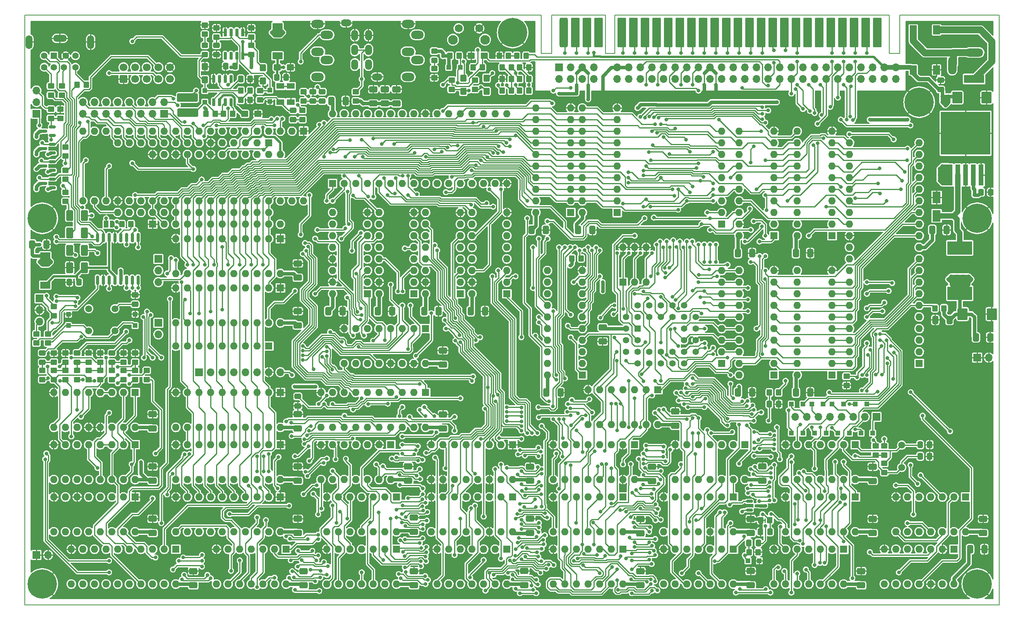
<source format=gbr>
%TF.GenerationSoftware,KiCad,Pcbnew,6.0.11-2627ca5db0~126~ubuntu22.04.1*%
%TF.CreationDate,2023-12-06T09:32:16+02:00*%
%TF.ProjectId,ZX-Spectrum-Pentagon,5a582d53-7065-4637-9472-756d2d50656e,pcb_v0.4*%
%TF.SameCoordinates,Original*%
%TF.FileFunction,Copper,L1,Top*%
%TF.FilePolarity,Positive*%
%FSLAX46Y46*%
G04 Gerber Fmt 4.6, Leading zero omitted, Abs format (unit mm)*
G04 Created by KiCad (PCBNEW 6.0.11-2627ca5db0~126~ubuntu22.04.1) date 2023-12-06 09:32:16*
%MOMM*%
%LPD*%
G01*
G04 APERTURE LIST*
G04 Aperture macros list*
%AMRoundRect*
0 Rectangle with rounded corners*
0 $1 Rounding radius*
0 $2 $3 $4 $5 $6 $7 $8 $9 X,Y pos of 4 corners*
0 Add a 4 corners polygon primitive as box body*
4,1,4,$2,$3,$4,$5,$6,$7,$8,$9,$2,$3,0*
0 Add four circle primitives for the rounded corners*
1,1,$1+$1,$2,$3*
1,1,$1+$1,$4,$5*
1,1,$1+$1,$6,$7*
1,1,$1+$1,$8,$9*
0 Add four rect primitives between the rounded corners*
20,1,$1+$1,$2,$3,$4,$5,0*
20,1,$1+$1,$4,$5,$6,$7,0*
20,1,$1+$1,$6,$7,$8,$9,0*
20,1,$1+$1,$8,$9,$2,$3,0*%
%AMFreePoly0*
4,1,22,0.550000,-0.750000,0.000000,-0.750000,0.000000,-0.745033,-0.079941,-0.743568,-0.215256,-0.701293,-0.333266,-0.622738,-0.424486,-0.514219,-0.481581,-0.384460,-0.499164,-0.250000,-0.500000,-0.250000,-0.500000,0.250000,-0.499164,0.250000,-0.499963,0.256109,-0.478152,0.396186,-0.417904,0.524511,-0.324060,0.630769,-0.204165,0.706417,-0.067858,0.745374,0.000000,0.744959,0.000000,0.750000,
0.550000,0.750000,0.550000,-0.750000,0.550000,-0.750000,$1*%
%AMFreePoly1*
4,1,20,0.000000,0.744959,0.073905,0.744508,0.209726,0.703889,0.328688,0.626782,0.421226,0.519385,0.479903,0.390333,0.500000,0.250000,0.500000,-0.250000,0.499851,-0.262216,0.476331,-0.402017,0.414519,-0.529596,0.319384,-0.634700,0.198574,-0.708877,0.061801,-0.746166,0.000000,-0.745033,0.000000,-0.750000,-0.550000,-0.750000,-0.550000,0.750000,0.000000,0.750000,0.000000,0.744959,
0.000000,0.744959,$1*%
G04 Aperture macros list end*
%TA.AperFunction,Profile*%
%ADD10C,0.200000*%
%TD*%
%TA.AperFunction,SMDPad,CuDef*%
%ADD11R,1.000000X1.000000*%
%TD*%
%TA.AperFunction,SMDPad,CuDef*%
%ADD12RoundRect,0.250000X0.350000X0.450000X-0.350000X0.450000X-0.350000X-0.450000X0.350000X-0.450000X0*%
%TD*%
%TA.AperFunction,SMDPad,CuDef*%
%ADD13RoundRect,0.250000X-0.450000X0.350000X-0.450000X-0.350000X0.450000X-0.350000X0.450000X0.350000X0*%
%TD*%
%TA.AperFunction,ComponentPad*%
%ADD14R,1.422400X1.422400*%
%TD*%
%TA.AperFunction,ComponentPad*%
%ADD15C,1.422400*%
%TD*%
%TA.AperFunction,ComponentPad*%
%ADD16R,1.408000X1.408000*%
%TD*%
%TA.AperFunction,ComponentPad*%
%ADD17C,1.408000*%
%TD*%
%TA.AperFunction,ComponentPad*%
%ADD18O,1.500000X3.000000*%
%TD*%
%TA.AperFunction,ComponentPad*%
%ADD19O,3.000000X1.500000*%
%TD*%
%TA.AperFunction,SMDPad,CuDef*%
%ADD20RoundRect,0.250000X0.650000X-0.412500X0.650000X0.412500X-0.650000X0.412500X-0.650000X-0.412500X0*%
%TD*%
%TA.AperFunction,SMDPad,CuDef*%
%ADD21RoundRect,0.150000X0.587500X0.150000X-0.587500X0.150000X-0.587500X-0.150000X0.587500X-0.150000X0*%
%TD*%
%TA.AperFunction,ComponentPad*%
%ADD22C,1.500000*%
%TD*%
%TA.AperFunction,SMDPad,CuDef*%
%ADD23RoundRect,0.250000X0.450000X-0.350000X0.450000X0.350000X-0.450000X0.350000X-0.450000X-0.350000X0*%
%TD*%
%TA.AperFunction,ComponentPad*%
%ADD24R,1.600000X1.600000*%
%TD*%
%TA.AperFunction,ComponentPad*%
%ADD25O,1.600000X1.600000*%
%TD*%
%TA.AperFunction,SMDPad,CuDef*%
%ADD26RoundRect,0.360000X-0.540000X-2.890000X0.540000X-2.890000X0.540000X2.890000X-0.540000X2.890000X0*%
%TD*%
%TA.AperFunction,SMDPad,CuDef*%
%ADD27RoundRect,0.180000X-0.720000X-3.070000X0.720000X-3.070000X0.720000X3.070000X-0.720000X3.070000X0*%
%TD*%
%TA.AperFunction,SMDPad,CuDef*%
%ADD28RoundRect,0.150000X0.150000X-0.875000X0.150000X0.875000X-0.150000X0.875000X-0.150000X-0.875000X0*%
%TD*%
%TA.AperFunction,SMDPad,CuDef*%
%ADD29RoundRect,0.250001X0.499999X0.924999X-0.499999X0.924999X-0.499999X-0.924999X0.499999X-0.924999X0*%
%TD*%
%TA.AperFunction,SMDPad,CuDef*%
%ADD30RoundRect,0.250000X-0.325000X-0.450000X0.325000X-0.450000X0.325000X0.450000X-0.325000X0.450000X0*%
%TD*%
%TA.AperFunction,ComponentPad*%
%ADD31R,1.700000X1.700000*%
%TD*%
%TA.AperFunction,ComponentPad*%
%ADD32O,1.700000X1.700000*%
%TD*%
%TA.AperFunction,SMDPad,CuDef*%
%ADD33RoundRect,0.250000X0.475000X-0.337500X0.475000X0.337500X-0.475000X0.337500X-0.475000X-0.337500X0*%
%TD*%
%TA.AperFunction,SMDPad,CuDef*%
%ADD34RoundRect,0.250000X0.450000X-0.325000X0.450000X0.325000X-0.450000X0.325000X-0.450000X-0.325000X0*%
%TD*%
%TA.AperFunction,SMDPad,CuDef*%
%ADD35RoundRect,0.250000X-0.450000X0.325000X-0.450000X-0.325000X0.450000X-0.325000X0.450000X0.325000X0*%
%TD*%
%TA.AperFunction,SMDPad,CuDef*%
%ADD36RoundRect,0.250000X-0.337500X-0.475000X0.337500X-0.475000X0.337500X0.475000X-0.337500X0.475000X0*%
%TD*%
%TA.AperFunction,SMDPad,CuDef*%
%ADD37RoundRect,0.250000X0.425000X-0.537500X0.425000X0.537500X-0.425000X0.537500X-0.425000X-0.537500X0*%
%TD*%
%TA.AperFunction,SMDPad,CuDef*%
%ADD38RoundRect,0.150000X-0.150000X0.725000X-0.150000X-0.725000X0.150000X-0.725000X0.150000X0.725000X0*%
%TD*%
%TA.AperFunction,SMDPad,CuDef*%
%ADD39RoundRect,0.250000X-0.475000X0.337500X-0.475000X-0.337500X0.475000X-0.337500X0.475000X0.337500X0*%
%TD*%
%TA.AperFunction,SMDPad,CuDef*%
%ADD40RoundRect,0.250000X-0.412500X-0.650000X0.412500X-0.650000X0.412500X0.650000X-0.412500X0.650000X0*%
%TD*%
%TA.AperFunction,ComponentPad*%
%ADD41C,2.100000*%
%TD*%
%TA.AperFunction,ComponentPad*%
%ADD42C,1.750000*%
%TD*%
%TA.AperFunction,SMDPad,CuDef*%
%ADD43RoundRect,0.250000X-0.425000X0.537500X-0.425000X-0.537500X0.425000X-0.537500X0.425000X0.537500X0*%
%TD*%
%TA.AperFunction,SMDPad,CuDef*%
%ADD44RoundRect,0.250000X-0.350000X-0.450000X0.350000X-0.450000X0.350000X0.450000X-0.350000X0.450000X0*%
%TD*%
%TA.AperFunction,SMDPad,CuDef*%
%ADD45RoundRect,0.250000X-0.875000X-1.025000X0.875000X-1.025000X0.875000X1.025000X-0.875000X1.025000X0*%
%TD*%
%TA.AperFunction,SMDPad,CuDef*%
%ADD46R,1.500000X2.000000*%
%TD*%
%TA.AperFunction,SMDPad,CuDef*%
%ADD47RoundRect,0.250000X0.337500X0.475000X-0.337500X0.475000X-0.337500X-0.475000X0.337500X-0.475000X0*%
%TD*%
%TA.AperFunction,ComponentPad*%
%ADD48C,0.800000*%
%TD*%
%TA.AperFunction,ComponentPad*%
%ADD49C,6.400000*%
%TD*%
%TA.AperFunction,SMDPad,CuDef*%
%ADD50R,2.200000X1.500000*%
%TD*%
%TA.AperFunction,SMDPad,CuDef*%
%ADD51R,1.700000X1.300000*%
%TD*%
%TA.AperFunction,SMDPad,CuDef*%
%ADD52R,1.100000X4.600000*%
%TD*%
%TA.AperFunction,SMDPad,CuDef*%
%ADD53R,10.800000X9.400000*%
%TD*%
%TA.AperFunction,ComponentPad*%
%ADD54R,4.400000X1.800000*%
%TD*%
%TA.AperFunction,ComponentPad*%
%ADD55O,4.000000X1.800000*%
%TD*%
%TA.AperFunction,ComponentPad*%
%ADD56O,1.800000X4.000000*%
%TD*%
%TA.AperFunction,SMDPad,CuDef*%
%ADD57R,5.400000X2.900000*%
%TD*%
%TA.AperFunction,ComponentPad*%
%ADD58RoundRect,0.250000X0.600000X-0.600000X0.600000X0.600000X-0.600000X0.600000X-0.600000X-0.600000X0*%
%TD*%
%TA.AperFunction,ComponentPad*%
%ADD59C,1.700000*%
%TD*%
%TA.AperFunction,SMDPad,CuDef*%
%ADD60RoundRect,0.250000X-0.537500X-0.425000X0.537500X-0.425000X0.537500X0.425000X-0.537500X0.425000X0*%
%TD*%
%TA.AperFunction,SMDPad,CuDef*%
%ADD61RoundRect,0.250000X0.412500X0.650000X-0.412500X0.650000X-0.412500X-0.650000X0.412500X-0.650000X0*%
%TD*%
%TA.AperFunction,SMDPad,CuDef*%
%ADD62RoundRect,0.180000X-2.070000X-0.720000X2.070000X-0.720000X2.070000X0.720000X-2.070000X0.720000X0*%
%TD*%
%TA.AperFunction,ComponentPad*%
%ADD63O,2.800000X1.800000*%
%TD*%
%TA.AperFunction,SMDPad,CuDef*%
%ADD64FreePoly0,0.000000*%
%TD*%
%TA.AperFunction,SMDPad,CuDef*%
%ADD65R,1.000000X1.500000*%
%TD*%
%TA.AperFunction,SMDPad,CuDef*%
%ADD66FreePoly1,0.000000*%
%TD*%
%TA.AperFunction,SMDPad,CuDef*%
%ADD67R,1.800000X2.500000*%
%TD*%
%TA.AperFunction,ComponentPad*%
%ADD68O,1.500000X2.300000*%
%TD*%
%TA.AperFunction,ComponentPad*%
%ADD69O,2.300000X1.500000*%
%TD*%
%TA.AperFunction,SMDPad,CuDef*%
%ADD70RoundRect,0.250000X0.537500X0.425000X-0.537500X0.425000X-0.537500X-0.425000X0.537500X-0.425000X0*%
%TD*%
%TA.AperFunction,SMDPad,CuDef*%
%ADD71RoundRect,0.250000X-0.650000X0.412500X-0.650000X-0.412500X0.650000X-0.412500X0.650000X0.412500X0*%
%TD*%
%TA.AperFunction,SMDPad,CuDef*%
%ADD72RoundRect,0.150000X-0.587500X-0.150000X0.587500X-0.150000X0.587500X0.150000X-0.587500X0.150000X0*%
%TD*%
%TA.AperFunction,ViaPad*%
%ADD73C,0.800000*%
%TD*%
%TA.AperFunction,Conductor*%
%ADD74C,0.250000*%
%TD*%
%TA.AperFunction,Conductor*%
%ADD75C,0.800000*%
%TD*%
%TA.AperFunction,Conductor*%
%ADD76C,0.500000*%
%TD*%
%TA.AperFunction,Conductor*%
%ADD77C,1.000000*%
%TD*%
%TA.AperFunction,Conductor*%
%ADD78C,0.900000*%
%TD*%
%TA.AperFunction,Conductor*%
%ADD79C,1.200000*%
%TD*%
%TA.AperFunction,Conductor*%
%ADD80C,1.500000*%
%TD*%
G04 APERTURE END LIST*
D10*
X20320000Y-149320000D02*
X20320000Y-20320000D01*
X233420000Y-149320000D02*
X20320000Y-149320000D01*
X211630000Y-20320000D02*
X233420000Y-20320000D01*
X20320000Y-20320000D02*
X133250000Y-20320000D01*
X233420000Y-20320000D02*
X233420000Y-149320000D01*
%TO.C,XMCPU1*%
X211630000Y-28720000D02*
X211630000Y-20320000D01*
X133250000Y-20320000D02*
X133250000Y-28720000D01*
X209330000Y-28720000D02*
X211630000Y-28720000D01*
X149310000Y-20320000D02*
X209330000Y-20320000D01*
X147310000Y-20320000D02*
X147310000Y-28720000D01*
X135550000Y-20320000D02*
X147310000Y-20320000D01*
X135550000Y-28720000D02*
X135550000Y-20320000D01*
X147310000Y-28720000D02*
X149310000Y-28720000D01*
X209330000Y-20320000D02*
X209330000Y-28720000D01*
X149310000Y-28720000D02*
X149310000Y-20320000D01*
X133250000Y-28720000D02*
X135550000Y-28720000D01*
%TD*%
D11*
%TO.P,DIO5,1,K*%
%TO.N,/A14*%
X198140000Y-111760000D03*
%TO.P,DIO5,2,A*%
%TO.N,/InputOutput/KBA14*%
X200640000Y-111760000D03*
%TD*%
D12*
%TO.P,RPS1,1*%
%TO.N,Net-(RPS1-Pad1)*%
X69580000Y-36830000D03*
%TO.P,RPS1,2*%
%TO.N,/+12V*%
X67580000Y-36830000D03*
%TD*%
D13*
%TO.P,RIO3,1*%
%TO.N,Net-(RIO3-Pad1)*%
X118745000Y-34560000D03*
%TO.P,RIO3,2*%
%TO.N,Net-(CIO10-Pad1)*%
X118745000Y-36560000D03*
%TD*%
D11*
%TO.P,DG1,1,K*%
%TO.N,VCC*%
X113050000Y-31750000D03*
%TO.P,DG1,2,A*%
%TO.N,/~{RESET}*%
X115550000Y-31750000D03*
%TD*%
D14*
%TO.P,U30,1,A18*%
%TO.N,/CPU/RA18*%
X154305000Y-88900000D03*
D15*
%TO.P,U30,2,A16*%
%TO.N,/CPU/RA16*%
X151765000Y-91440000D03*
%TO.P,U30,3,A15*%
%TO.N,/CPU/RA15*%
X154305000Y-91440000D03*
%TO.P,U30,4,A12*%
%TO.N,/A12*%
X151765000Y-93980000D03*
%TO.P,U30,5,A7*%
%TO.N,/A7*%
X154305000Y-96520000D03*
%TO.P,U30,6,A6*%
%TO.N,/A6*%
X154305000Y-93980000D03*
%TO.P,U30,7,A5*%
%TO.N,/A5*%
X156845000Y-96520000D03*
%TO.P,U30,8,A4*%
%TO.N,/A4*%
X156845000Y-93980000D03*
%TO.P,U30,9,A3*%
%TO.N,/A3*%
X159385000Y-96520000D03*
%TO.P,U30,10,A2*%
%TO.N,/A2*%
X159385000Y-93980000D03*
%TO.P,U30,11,A1*%
%TO.N,/A1*%
X161925000Y-96520000D03*
%TO.P,U30,12,A0*%
%TO.N,/A0*%
X161925000Y-93980000D03*
%TO.P,U30,13,D0*%
%TO.N,/D0*%
X164465000Y-96520000D03*
%TO.P,U30,14,D1*%
%TO.N,/D1*%
X167005000Y-93980000D03*
%TO.P,U30,15,D2*%
%TO.N,/D2*%
X164465000Y-93980000D03*
%TO.P,U30,16,GND*%
%TO.N,GND*%
X167005000Y-91440000D03*
%TO.P,U30,17,D3*%
%TO.N,/D3*%
X164465000Y-91440000D03*
%TO.P,U30,18,D4*%
%TO.N,/D4*%
X167005000Y-88900000D03*
%TO.P,U30,19,D5*%
%TO.N,/D5*%
X164465000Y-88900000D03*
%TO.P,U30,20,D6*%
%TO.N,/D6*%
X167005000Y-86360000D03*
%TO.P,U30,21,D7*%
%TO.N,/D7*%
X164465000Y-83820000D03*
%TO.P,U30,22,~{CE}*%
%TO.N,/CPU/~{ROMCE}*%
X164465000Y-86360000D03*
%TO.P,U30,23,A10*%
%TO.N,/A10*%
X161925000Y-83820000D03*
%TO.P,U30,24,~{OE}*%
%TO.N,/~{RD}*%
X161925000Y-86360000D03*
%TO.P,U30,25,A11*%
%TO.N,/A11*%
X159385000Y-83820000D03*
%TO.P,U30,26,A9*%
%TO.N,/A9*%
X159385000Y-86360000D03*
%TO.P,U30,27,A8*%
%TO.N,/A8*%
X156845000Y-83820000D03*
%TO.P,U30,28,A13*%
%TO.N,/A13*%
X156845000Y-86360000D03*
%TO.P,U30,29,A14*%
%TO.N,/~{ZX128K}*%
X154305000Y-83820000D03*
%TO.P,U30,30,A17*%
%TO.N,/CPU/RA17*%
X151765000Y-86360000D03*
%TO.P,U30,31,~{WE}*%
%TO.N,VCC*%
X154305000Y-86360000D03*
%TO.P,U30,32,VCC*%
X151765000Y-88900000D03*
%TD*%
D16*
%TO.P,JVE2,1*%
%TO.N,/VideoEncoder/LUMA*%
X26670000Y-29210000D03*
D17*
%TO.P,JVE2,2*%
%TO.N,GND*%
X29270000Y-29210000D03*
%TO.P,JVE2,3*%
%TO.N,/VideoEncoder/CRMA*%
X24570000Y-29210000D03*
%TO.P,JVE2,4*%
%TO.N,/VideoEncoder/VIDEO*%
X26670000Y-31710000D03*
%TO.P,JVE2,5*%
%TO.N,/+12V*%
X31370000Y-29210000D03*
%TO.P,JVE2,6*%
%TO.N,/VideoEncoder/GREEN*%
X24570000Y-31710000D03*
%TO.P,JVE2,7*%
%TO.N,/VideoEncoder/RED*%
X28870000Y-31710000D03*
%TO.P,JVE2,8*%
%TO.N,/VideoEncoder/BLUE*%
X31370000Y-31710000D03*
D18*
%TO.P,JVE2,S1*%
%TO.N,GND*%
X21220000Y-26210000D03*
%TO.P,JVE2,S2*%
X34720000Y-26210000D03*
D19*
%TO.P,JVE2,S3*%
X27970000Y-25410000D03*
%TD*%
D20*
%TO.P,CPF36,1*%
%TO.N,VCC*%
X80015000Y-122202500D03*
%TO.P,CPF36,2*%
%TO.N,GND*%
X80015000Y-119077500D03*
%TD*%
D11*
%TO.P,DIO6,1,K*%
%TO.N,/A8*%
X199370000Y-105410000D03*
%TO.P,DIO6,2,A*%
%TO.N,/InputOutput/KBA8*%
X196870000Y-105410000D03*
%TD*%
D20*
%TO.P,CPF13,1*%
%TO.N,VCC*%
X229870000Y-133642500D03*
%TO.P,CPF13,2*%
%TO.N,GND*%
X229870000Y-130517500D03*
%TD*%
D21*
%TO.P,QVF3,1,B*%
%TO.N,Net-(QVF3-Pad1)*%
X26337500Y-54290000D03*
%TO.P,QVF3,2,E*%
%TO.N,Net-(QVF3-Pad2)*%
X26337500Y-52390000D03*
%TO.P,QVF3,3,C*%
%TO.N,VCC*%
X24462500Y-53340000D03*
%TD*%
D22*
%TO.P,YG1,1,1*%
%TO.N,Net-(CG1-Pad1)*%
X212090000Y-114390000D03*
%TO.P,YG1,2,2*%
%TO.N,Net-(CG2-Pad2)*%
X212090000Y-119270000D03*
%TD*%
D11*
%TO.P,DIO8,1,K*%
%TO.N,/A12*%
X187980000Y-111760000D03*
%TO.P,DIO8,2,A*%
%TO.N,/InputOutput/KBA12*%
X190480000Y-111760000D03*
%TD*%
D23*
%TO.P,RVE27,1*%
%TO.N,Net-(DVE1-Pad2)*%
X25400000Y-92059000D03*
%TO.P,RVE27,2*%
%TO.N,Net-(JPVE3-Pad1)*%
X25400000Y-90059000D03*
%TD*%
D24*
%TO.P,U15,1,~{R}*%
%TO.N,VCC*%
X151135000Y-125730000D03*
D25*
%TO.P,U15,2,D*%
%TO.N,/C25*%
X148595000Y-125730000D03*
%TO.P,U15,3,C*%
%TO.N,/C31*%
X146055000Y-125730000D03*
%TO.P,U15,4,~{S}*%
%TO.N,VCC*%
X143515000Y-125730000D03*
%TO.P,U15,5,Q*%
%TO.N,/RAS*%
X140975000Y-125730000D03*
%TO.P,U15,6,~{Q}*%
%TO.N,unconnected-(U15-Pad6)*%
X138435000Y-125730000D03*
%TO.P,U15,7,GND*%
%TO.N,GND*%
X135895000Y-125730000D03*
%TO.P,U15,8,~{Q}*%
%TO.N,/~{CAS}*%
X135895000Y-133350000D03*
%TO.P,U15,9,Q*%
%TO.N,unconnected-(U15-Pad9)*%
X138435000Y-133350000D03*
%TO.P,U15,10,~{S}*%
%TO.N,VCC*%
X140975000Y-133350000D03*
%TO.P,U15,11,C*%
%TO.N,/C31*%
X143515000Y-133350000D03*
%TO.P,U15,12,D*%
%TO.N,/RAS*%
X146055000Y-133350000D03*
%TO.P,U15,13,~{R}*%
%TO.N,VCC*%
X148595000Y-133350000D03*
%TO.P,U15,14,VCC*%
X151135000Y-133350000D03*
%TD*%
D20*
%TO.P,CPF20,1*%
%TO.N,VCC*%
X99060000Y-39662500D03*
%TO.P,CPF20,2*%
%TO.N,GND*%
X99060000Y-36537500D03*
%TD*%
D24*
%TO.P,U48,1,~{A}/B*%
%TO.N,/DISPLAY*%
X95250000Y-81280000D03*
D25*
%TO.P,U48,2,A0*%
%TO.N,/A12*%
X95250000Y-78740000D03*
%TO.P,U48,3,B0*%
%TO.N,/SA12*%
X95250000Y-76200000D03*
%TO.P,U48,4,Y0*%
%TO.N,/Memory/MA12*%
X95250000Y-73660000D03*
%TO.P,U48,5,A1*%
%TO.N,/A11*%
X95250000Y-71120000D03*
%TO.P,U48,6,B1*%
%TO.N,/SA11*%
X95250000Y-68580000D03*
%TO.P,U48,7,Y1*%
%TO.N,/Memory/MA11*%
X95250000Y-66040000D03*
%TO.P,U48,8,GND*%
%TO.N,GND*%
X95250000Y-63500000D03*
%TO.P,U48,9,Y2*%
%TO.N,/Memory/MA14*%
X87630000Y-63500000D03*
%TO.P,U48,10,B2*%
%TO.N,VCC*%
X87630000Y-66040000D03*
%TO.P,U48,11,A2*%
%TO.N,/MX0*%
X87630000Y-68580000D03*
%TO.P,U48,12,Y3*%
%TO.N,/Memory/MA13*%
X87630000Y-71120000D03*
%TO.P,U48,13,B3*%
%TO.N,GND*%
X87630000Y-73660000D03*
%TO.P,U48,14,A3*%
%TO.N,/A13*%
X87630000Y-76200000D03*
%TO.P,U48,15,~{OE}*%
%TO.N,GND*%
X87630000Y-78740000D03*
%TO.P,U48,16,VCC*%
%TO.N,VCC*%
X87630000Y-81280000D03*
%TD*%
D24*
%TO.P,U18,1,~{OE}*%
%TO.N,GND*%
X76200000Y-69215000D03*
D25*
%TO.P,U18,2,D0*%
%TO.N,/D0*%
X73660000Y-69215000D03*
%TO.P,U18,3,D1*%
%TO.N,/D1*%
X71120000Y-69215000D03*
%TO.P,U18,4,D2*%
%TO.N,/D2*%
X68580000Y-69215000D03*
%TO.P,U18,5,D3*%
%TO.N,/D3*%
X66040000Y-69215000D03*
%TO.P,U18,6,D4*%
%TO.N,/D4*%
X63500000Y-69215000D03*
%TO.P,U18,7,D5*%
%TO.N,/D5*%
X60960000Y-69215000D03*
%TO.P,U18,8,D6*%
%TO.N,/D6*%
X58420000Y-69215000D03*
%TO.P,U18,9,D7*%
%TO.N,/D7*%
X55880000Y-69215000D03*
%TO.P,U18,10,GND*%
%TO.N,GND*%
X53340000Y-69215000D03*
%TO.P,U18,11,C*%
%TO.N,/~{OUT254}*%
X53340000Y-76835000D03*
%TO.P,U18,12,Q7*%
%TO.N,/InputOutput/OURD7*%
X55880000Y-76835000D03*
%TO.P,U18,13,Q6*%
%TO.N,/InputOutput/OURD6*%
X58420000Y-76835000D03*
%TO.P,U18,14,Q5*%
%TO.N,/InputOutput/OURD5*%
X60960000Y-76835000D03*
%TO.P,U18,15,Q4*%
%TO.N,Net-(RIO3-Pad1)*%
X63500000Y-76835000D03*
%TO.P,U18,16,Q3*%
%TO.N,/InputOutput/TYPEOUTTTL*%
X66040000Y-76835000D03*
%TO.P,U18,17,Q2*%
%TO.N,/CBRDG*%
X68580000Y-76835000D03*
%TO.P,U18,18,Q1*%
%TO.N,/CBRDR*%
X71120000Y-76835000D03*
%TO.P,U18,19,Q0*%
%TO.N,/CBRDB*%
X73660000Y-76835000D03*
%TO.P,U18,20,VCC*%
%TO.N,VCC*%
X76200000Y-76835000D03*
%TD*%
D26*
%TO.P,XMCPU1,B1*%
%TO.N,/A15*%
X138150000Y-24130000D03*
D27*
%TO.P,XMCPU1,B2*%
%TO.N,/A13*%
X140690000Y-24130000D03*
%TO.P,XMCPU1,B3*%
%TO.N,/D7*%
X143230000Y-24130000D03*
%TO.P,XMCPU1,B4*%
%TO.N,unconnected-(XMCPU1-PadB4)*%
X145770000Y-24130000D03*
%TO.P,XMCPU1,B6*%
%TO.N,/D0*%
X150850000Y-24130000D03*
%TO.P,XMCPU1,B7*%
%TO.N,/D1*%
X153390000Y-24130000D03*
%TO.P,XMCPU1,B8*%
%TO.N,/D2*%
X155930000Y-24130000D03*
%TO.P,XMCPU1,B9*%
%TO.N,/D6*%
X158470000Y-24130000D03*
%TO.P,XMCPU1,B10*%
%TO.N,/D5*%
X161010000Y-24130000D03*
%TO.P,XMCPU1,B11*%
%TO.N,/D3*%
X163550000Y-24130000D03*
%TO.P,XMCPU1,B12*%
%TO.N,/D4*%
X166090000Y-24130000D03*
%TO.P,XMCPU1,B13*%
%TO.N,/~{INT}*%
X168630000Y-24130000D03*
%TO.P,XMCPU1,B14*%
%TO.N,/CPU/~{NMI}*%
X171170000Y-24130000D03*
%TO.P,XMCPU1,B15*%
%TO.N,/CPU/~{HALT}*%
X173710000Y-24130000D03*
%TO.P,XMCPU1,B16*%
%TO.N,/~{MREQ}*%
X176250000Y-24130000D03*
%TO.P,XMCPU1,B17*%
%TO.N,/CPU/~{IORQ}*%
X178790000Y-24130000D03*
%TO.P,XMCPU1,B18*%
%TO.N,/~{RD}*%
X181330000Y-24130000D03*
%TO.P,XMCPU1,B19*%
%TO.N,/CPU/~{WR}*%
X183870000Y-24130000D03*
%TO.P,XMCPU1,B20*%
%TO.N,/CPU/RA15*%
X186410000Y-24130000D03*
%TO.P,XMCPU1,B21*%
%TO.N,/CPU/~{WAIT}*%
X188950000Y-24130000D03*
%TO.P,XMCPU1,B22*%
%TO.N,unconnected-(XMCPU1-PadB22)*%
X191490000Y-24130000D03*
%TO.P,XMCPU1,B23*%
%TO.N,unconnected-(XMCPU1-PadB23)*%
X194030000Y-24130000D03*
%TO.P,XMCPU1,B24*%
%TO.N,/CPU/~{M1}*%
X196570000Y-24130000D03*
%TO.P,XMCPU1,B25*%
%TO.N,/~{RFSH}*%
X199110000Y-24130000D03*
%TO.P,XMCPU1,B26*%
%TO.N,/A8*%
X201650000Y-24130000D03*
%TO.P,XMCPU1,B27*%
%TO.N,/A10*%
X204190000Y-24130000D03*
%TO.P,XMCPU1,B28*%
%TO.N,unconnected-(XMCPU1-PadB28)*%
X206730000Y-24130000D03*
%TD*%
D28*
%TO.P,U49,1,NTSC/~{PAL}*%
%TO.N,Net-(JPVE3-Pad1)*%
X36195000Y-78310000D03*
%TO.P,U49,2,AGND*%
%TO.N,GND*%
X37465000Y-78310000D03*
%TO.P,U49,3,FIN*%
%TO.N,Net-(CVE9-Pad1)*%
X38735000Y-78310000D03*
%TO.P,U49,4,APOS*%
%TO.N,Net-(CVE1-Pad1)*%
X40005000Y-78310000D03*
%TO.P,U49,5,ENCD*%
%TO.N,VCC*%
X41275000Y-78310000D03*
%TO.P,U49,6,RIN*%
%TO.N,Net-(CVE6-Pad2)*%
X42545000Y-78310000D03*
%TO.P,U49,7,GIN*%
%TO.N,Net-(CVE3-Pad2)*%
X43815000Y-78310000D03*
%TO.P,U49,8,BIN*%
%TO.N,Net-(CVE8-Pad2)*%
X45085000Y-78310000D03*
%TO.P,U49,9,CRMA*%
%TO.N,Net-(CVE7-Pad1)*%
X45085000Y-69010000D03*
%TO.P,U49,10,COMP*%
%TO.N,Net-(CVE5-Pad1)*%
X43815000Y-69010000D03*
%TO.P,U49,11,LUMA*%
%TO.N,Net-(CVE4-Pad1)*%
X42545000Y-69010000D03*
%TO.P,U49,12,4FSC/~{FSC}*%
%TO.N,Net-(RVE25-Pad1)*%
X41275000Y-69010000D03*
%TO.P,U49,13,DGND*%
%TO.N,GND*%
X40005000Y-69010000D03*
%TO.P,U49,14,DPOS*%
%TO.N,Net-(CVE1-Pad1)*%
X38735000Y-69010000D03*
%TO.P,U49,15,VSYNC*%
%TO.N,/VSYNC*%
X37465000Y-69010000D03*
%TO.P,U49,16,HSYNC*%
%TO.N,/HSYNC*%
X36195000Y-69010000D03*
%TD*%
D29*
%TO.P,CVE5,1*%
%TO.N,Net-(CVE5-Pad1)*%
X33375000Y-64135000D03*
%TO.P,CVE5,2*%
%TO.N,Net-(CVE5-Pad2)*%
X30125000Y-64135000D03*
%TD*%
D24*
%TO.P,U19,1,GND*%
%TO.N,GND*%
X81280000Y-45710000D03*
D25*
%TO.P,U19,2,NC*%
%TO.N,unconnected-(U19-Pad2)*%
X78740000Y-45710000D03*
%TO.P,U19,3,ACHB*%
%TO.N,/InputOutput/CHB*%
X76200000Y-45710000D03*
%TO.P,U19,4,ACHA*%
%TO.N,/InputOutput/CHA*%
X73660000Y-45710000D03*
%TO.P,U19,5,NC*%
%TO.N,unconnected-(U19-Pad5)*%
X71120000Y-45710000D03*
%TO.P,U19,6,IOB7*%
%TO.N,/InputOutput/IOB7*%
X68580000Y-45710000D03*
%TO.P,U19,7,IOB6*%
%TO.N,/InputOutput/IOB6*%
X66040000Y-45710000D03*
%TO.P,U19,8,IOB5*%
%TO.N,/InputOutput/IOB5*%
X63500000Y-45710000D03*
%TO.P,U19,9,IOB4*%
%TO.N,/InputOutput/IOB4*%
X60960000Y-45710000D03*
%TO.P,U19,10,IOB3*%
%TO.N,/InputOutput/IOB3*%
X58420000Y-45710000D03*
%TO.P,U19,11,IOB2*%
%TO.N,/InputOutput/IOB2*%
X55880000Y-45710000D03*
%TO.P,U19,12,IOB1*%
%TO.N,/InputOutput/IOB1*%
X53340000Y-45710000D03*
%TO.P,U19,13,IOB0*%
%TO.N,/InputOutput/IOB0*%
X50800000Y-45710000D03*
%TO.P,U19,14,IOA7*%
%TO.N,/InputOutput/IOA7*%
X48260000Y-45710000D03*
%TO.P,U19,15,IOA6*%
%TO.N,/InputOutput/IOA6*%
X45720000Y-45710000D03*
%TO.P,U19,16,IOA5*%
%TO.N,/InputOutput/IOA5*%
X43180000Y-45710000D03*
%TO.P,U19,17,IOA4*%
%TO.N,/InputOutput/IOA4*%
X40640000Y-45710000D03*
%TO.P,U19,18,IOA3*%
%TO.N,/InputOutput/IOA3*%
X38100000Y-45710000D03*
%TO.P,U19,19,IOA2*%
%TO.N,/InputOutput/IOA2*%
X35560000Y-45710000D03*
%TO.P,U19,20,IOA1*%
%TO.N,/InputOutput/IOA1*%
X33020000Y-45710000D03*
%TO.P,U19,21,IOA0*%
%TO.N,/InputOutput/IOA0*%
X33020000Y-60950000D03*
%TO.P,U19,22,CLK*%
%TO.N,/AYCLK*%
X35560000Y-60950000D03*
%TO.P,U19,23,~{RESET}*%
%TO.N,/~{RST}*%
X38100000Y-60950000D03*
%TO.P,U19,24,~{A9}*%
%TO.N,GND*%
X40640000Y-60950000D03*
%TO.P,U19,25,A8*%
%TO.N,VCC*%
X43180000Y-60950000D03*
%TO.P,U19,26,TEST2*%
%TO.N,unconnected-(U19-Pad26)*%
X45720000Y-60950000D03*
%TO.P,U19,27,BDIR*%
%TO.N,/BDIR*%
X48260000Y-60950000D03*
%TO.P,U19,28,BC2*%
%TO.N,VCC*%
X50800000Y-60950000D03*
%TO.P,U19,29,BC1*%
%TO.N,/BC1*%
X53340000Y-60950000D03*
%TO.P,U19,30,D7*%
%TO.N,/D7*%
X55880000Y-60950000D03*
%TO.P,U19,31,D6*%
%TO.N,/D6*%
X58420000Y-60950000D03*
%TO.P,U19,32,D5*%
%TO.N,/D5*%
X60960000Y-60950000D03*
%TO.P,U19,33,D4*%
%TO.N,/D4*%
X63500000Y-60950000D03*
%TO.P,U19,34,D3*%
%TO.N,/D3*%
X66040000Y-60950000D03*
%TO.P,U19,35,D2*%
%TO.N,/D2*%
X68580000Y-60950000D03*
%TO.P,U19,36,D1*%
%TO.N,/D1*%
X71120000Y-60950000D03*
%TO.P,U19,37,D0*%
%TO.N,/D0*%
X73660000Y-60950000D03*
%TO.P,U19,38,ACHC*%
%TO.N,/InputOutput/CHC*%
X76200000Y-60950000D03*
%TO.P,U19,39,TEST1*%
%TO.N,unconnected-(U19-Pad39)*%
X78740000Y-60950000D03*
%TO.P,U19,40,AYVCC*%
%TO.N,AYVCC*%
X81280000Y-60950000D03*
%TD*%
D30*
%TO.P,DPI2,1,K*%
%TO.N,Net-(DPI2-Pad1)*%
X127880000Y-29210000D03*
%TO.P,DPI2,2,A*%
%TO.N,+9V*%
X129930000Y-29210000D03*
%TD*%
D31*
%TO.P,TP1,1,1*%
%TO.N,GND*%
X228600000Y-95250000D03*
D32*
%TO.P,TP1,2,2*%
X231140000Y-95250000D03*
%TD*%
D21*
%TO.P,QVF2,1,B*%
%TO.N,Net-(QVF2-Pad1)*%
X26337500Y-58100000D03*
%TO.P,QVF2,2,E*%
%TO.N,Net-(QVF2-Pad2)*%
X26337500Y-56200000D03*
%TO.P,QVF2,3,C*%
%TO.N,VCC*%
X24462500Y-57150000D03*
%TD*%
D33*
%TO.P,CVE6,1*%
%TO.N,Net-(CVE6-Pad1)*%
X31750000Y-96287500D03*
%TO.P,CVE6,2*%
%TO.N,Net-(CVE6-Pad2)*%
X31750000Y-94212500D03*
%TD*%
D34*
%TO.P,DPI1,1,K*%
%TO.N,Net-(DPI1-Pad1)*%
X109855000Y-30235000D03*
%TO.P,DPI1,2,A*%
%TO.N,VCC*%
X109855000Y-28185000D03*
%TD*%
D23*
%TO.P,RVE12,1*%
%TO.N,Net-(QVF2-Pad1)*%
X29210000Y-96250000D03*
%TO.P,RVE12,2*%
%TO.N,GND*%
X29210000Y-94250000D03*
%TD*%
D35*
%TO.P,DPI3,1,K*%
%TO.N,Net-(DPI3-Pad1)*%
X59690000Y-26915000D03*
%TO.P,DPI3,2,A*%
%TO.N,/+12V*%
X59690000Y-28965000D03*
%TD*%
D23*
%TO.P,RIO10,1*%
%TO.N,Net-(CIO8-Pad1)*%
X69850000Y-25130000D03*
%TO.P,RIO10,2*%
%TO.N,GND*%
X69850000Y-23130000D03*
%TD*%
D13*
%TO.P,RVE23,1*%
%TO.N,/VideoEncoder/CVIDEO*%
X29210000Y-59055000D03*
%TO.P,RVE23,2*%
%TO.N,Net-(CVE5-Pad2)*%
X29210000Y-61055000D03*
%TD*%
D24*
%TO.P,SWCPU1,1,1*%
%TO.N,/CPU/RA16*%
X151130000Y-78740000D03*
D25*
%TO.P,SWCPU1,2*%
%TO.N,/CPU/RA17*%
X153670000Y-78740000D03*
%TO.P,SWCPU1,3*%
%TO.N,/CPU/RA18*%
X156210000Y-78740000D03*
%TO.P,SWCPU1,4*%
%TO.N,GND*%
X156210000Y-71120000D03*
%TO.P,SWCPU1,5*%
X153670000Y-71120000D03*
%TO.P,SWCPU1,6*%
X151130000Y-71120000D03*
%TD*%
D36*
%TO.P,CIO9,1*%
%TO.N,GND*%
X64240500Y-31496000D03*
%TO.P,CIO9,2*%
%TO.N,/InputOutput/TAPEINTTL*%
X66315500Y-31496000D03*
%TD*%
%TO.P,CG1,1*%
%TO.N,Net-(CG1-Pad1)*%
X216132500Y-114300000D03*
%TO.P,CG1,2*%
%TO.N,GND*%
X218207500Y-114300000D03*
%TD*%
D11*
%TO.P,DG2,1,K*%
%TO.N,Net-(CG5-Pad1)*%
X178455000Y-139700000D03*
%TO.P,DG2,2,A*%
%TO.N,GND*%
X180955000Y-139700000D03*
%TD*%
D37*
%TO.P,CIO10,1*%
%TO.N,Net-(CIO10-Pad1)*%
X121285000Y-36997500D03*
%TO.P,CIO10,2*%
%TO.N,Net-(CIO10-Pad2)*%
X121285000Y-34122500D03*
%TD*%
%TO.P,CIO6,1*%
%TO.N,Net-(CIO6-Pad1)*%
X116205000Y-36997500D03*
%TO.P,CIO6,2*%
%TO.N,Net-(CIO6-Pad2)*%
X116205000Y-34122500D03*
%TD*%
D23*
%TO.P,RIO2,1*%
%TO.N,VCC*%
X69850000Y-28940000D03*
%TO.P,RIO2,2*%
%TO.N,Net-(CIO8-Pad1)*%
X69850000Y-26940000D03*
%TD*%
D31*
%TO.P,JPVE1,1,Pin_1*%
%TO.N,/VideoEncoder/CVIDEO*%
X22835000Y-41895000D03*
D32*
%TO.P,JPVE1,2,Pin_2*%
%TO.N,/VideoEncoder/VIDEO*%
X22835000Y-39355000D03*
%TO.P,JPVE1,3,Pin_3*%
%TO.N,/VideoEncoder/SYNC*%
X22835000Y-36815000D03*
%TD*%
D23*
%TO.P,RVE18,1*%
%TO.N,Net-(QVF4-Pad2)*%
X39370000Y-100060000D03*
%TO.P,RVE18,2*%
%TO.N,Net-(CVE3-Pad1)*%
X39370000Y-98060000D03*
%TD*%
D38*
%TO.P,UPS2,1,SwC*%
%TO.N,Net-(LPS2-Pad1)*%
X65405000Y-34255000D03*
%TO.P,UPS2,2,SwE*%
%TO.N,GND*%
X64135000Y-34255000D03*
%TO.P,UPS2,3,TC*%
%TO.N,Net-(CPS7-Pad1)*%
X62865000Y-34255000D03*
%TO.P,UPS2,4,GND*%
%TO.N,GND*%
X61595000Y-34255000D03*
%TO.P,UPS2,5,Vfb*%
%TO.N,Net-(RPS1-Pad1)*%
X61595000Y-39405000D03*
%TO.P,UPS2,6,Vin*%
%TO.N,VCC*%
X62865000Y-39405000D03*
%TO.P,UPS2,7,Ipk*%
%TO.N,Net-(DPS1-Pad2)*%
X64135000Y-39405000D03*
%TO.P,UPS2,8,DC*%
%TO.N,Net-(RPS3-Pad2)*%
X65405000Y-39405000D03*
%TD*%
D39*
%TO.P,CM1,1*%
%TO.N,/CS_32765*%
X80010000Y-103737500D03*
%TO.P,CM1,2*%
%TO.N,GND*%
X80010000Y-105812500D03*
%TD*%
D40*
%TO.P,CPF46,1*%
%TO.N,VCC*%
X97497500Y-85090000D03*
%TO.P,CPF46,2*%
%TO.N,GND*%
X100622500Y-85090000D03*
%TD*%
D29*
%TO.P,CVE4,1*%
%TO.N,Net-(CVE4-Pad1)*%
X33375000Y-67945000D03*
%TO.P,CVE4,2*%
%TO.N,Net-(CVE4-Pad2)*%
X30125000Y-67945000D03*
%TD*%
D24*
%TO.P,U25,1,A/~{B}*%
%TO.N,VCC*%
X196840000Y-68575000D03*
D25*
%TO.P,U25,2,A0*%
%TO.N,/CPU/xA2*%
X196840000Y-66035000D03*
%TO.P,U25,3,A1*%
%TO.N,/CPU/xA1*%
X196840000Y-63495000D03*
%TO.P,U25,4,A2*%
%TO.N,/CPU/xA0*%
X196840000Y-60955000D03*
%TO.P,U25,5,A3*%
%TO.N,/CPU/xA11*%
X196840000Y-58415000D03*
%TO.P,U25,6,A4*%
%TO.N,/CPU/xA12*%
X196840000Y-55875000D03*
%TO.P,U25,7,A5*%
%TO.N,/CPU/xA13*%
X196840000Y-53335000D03*
%TO.P,U25,8,A6*%
%TO.N,/CPU/xA14*%
X196840000Y-50795000D03*
%TO.P,U25,9,A7*%
%TO.N,/CPU/xA15*%
X196840000Y-48255000D03*
%TO.P,U25,10,GND*%
%TO.N,GND*%
X196840000Y-45715000D03*
%TO.P,U25,11,B7*%
%TO.N,/A15*%
X189220000Y-45715000D03*
%TO.P,U25,12,B6*%
%TO.N,/A14*%
X189220000Y-48255000D03*
%TO.P,U25,13,B5*%
%TO.N,/A13*%
X189220000Y-50795000D03*
%TO.P,U25,14,B4*%
%TO.N,/A12*%
X189220000Y-53335000D03*
%TO.P,U25,15,B3*%
%TO.N,/A11*%
X189220000Y-55875000D03*
%TO.P,U25,16,B2*%
%TO.N,/A0*%
X189220000Y-58415000D03*
%TO.P,U25,17,B1*%
%TO.N,/A1*%
X189220000Y-60955000D03*
%TO.P,U25,18,B0*%
%TO.N,/A2*%
X189220000Y-63495000D03*
%TO.P,U25,19,~{OE}*%
%TO.N,/CPU/BUSACK*%
X189220000Y-66035000D03*
%TO.P,U25,20,VCC*%
%TO.N,VCC*%
X189220000Y-68575000D03*
%TD*%
D29*
%TO.P,CVE2,1*%
%TO.N,Net-(CVE1-Pad1)*%
X33375000Y-75565000D03*
%TO.P,CVE2,2*%
%TO.N,GND*%
X30125000Y-75565000D03*
%TD*%
D40*
%TO.P,CPF27,1*%
%TO.N,VCC*%
X218782500Y-67310000D03*
%TO.P,CPF27,2*%
%TO.N,GND*%
X221907500Y-67310000D03*
%TD*%
D29*
%TO.P,CVE7,1*%
%TO.N,Net-(CVE7-Pad1)*%
X33375000Y-71755000D03*
%TO.P,CVE7,2*%
%TO.N,Net-(CVE7-Pad2)*%
X30125000Y-71755000D03*
%TD*%
D31*
%TO.P,JIO5,1,Pin_1*%
%TO.N,/InputOutput/IND5*%
X49530000Y-87625000D03*
D32*
%TO.P,JIO5,2,Pin_2*%
%TO.N,/InputOutput/IND7*%
X49530000Y-90165000D03*
%TD*%
D40*
%TO.P,CPF50,1*%
%TO.N,VCC*%
X21932500Y-70485000D03*
%TO.P,CPF50,2*%
%TO.N,GND*%
X25057500Y-70485000D03*
%TD*%
D13*
%TO.P,RVE3,1*%
%TO.N,Net-(QVF1-Pad1)*%
X46990000Y-98060000D03*
%TO.P,RVE3,2*%
%TO.N,/TTLSYNC*%
X46990000Y-100060000D03*
%TD*%
D41*
%TO.P,SWG1,*%
%TO.N,*%
X120960000Y-25697500D03*
X113950000Y-25697500D03*
D42*
%TO.P,SWG1,1,1*%
%TO.N,Net-(RG5-Pad2)*%
X115200000Y-23207500D03*
%TO.P,SWG1,2,2*%
%TO.N,GND*%
X119700000Y-23207500D03*
%TD*%
D43*
%TO.P,CIO8,1*%
%TO.N,Net-(CIO8-Pad1)*%
X72390000Y-31852500D03*
%TO.P,CIO8,2*%
%TO.N,GND*%
X72390000Y-34727500D03*
%TD*%
D44*
%TO.P,RIO8,1*%
%TO.N,/InputOutput/CHA*%
X128540000Y-36830000D03*
%TO.P,RIO8,2*%
%TO.N,Net-(CIO6-Pad1)*%
X130540000Y-36830000D03*
%TD*%
D40*
%TO.P,CPF29,1*%
%TO.N,VCC*%
X134327500Y-102870000D03*
%TO.P,CPF29,2*%
%TO.N,GND*%
X137452500Y-102870000D03*
%TD*%
D13*
%TO.P,RPI1,1*%
%TO.N,Net-(DPI1-Pad1)*%
X109855000Y-32020000D03*
%TO.P,RPI1,2*%
%TO.N,GND*%
X109855000Y-34020000D03*
%TD*%
D39*
%TO.P,CIO7,1*%
%TO.N,Net-(CIO7-Pad1)*%
X62230000Y-26902500D03*
%TO.P,CIO7,2*%
%TO.N,GND*%
X62230000Y-28977500D03*
%TD*%
D20*
%TO.P,CPF11,1*%
%TO.N,VCC*%
X203200000Y-145072500D03*
%TO.P,CPF11,2*%
%TO.N,GND*%
X203200000Y-141947500D03*
%TD*%
D33*
%TO.P,CIO5,1*%
%TO.N,Net-(CIO5-Pad1)*%
X78994000Y-43201500D03*
%TO.P,CIO5,2*%
%TO.N,Net-(CIO5-Pad2)*%
X78994000Y-41126500D03*
%TD*%
D23*
%TO.P,RVE13,1*%
%TO.N,Net-(QVF3-Pad1)*%
X36830000Y-96250000D03*
%TO.P,RVE13,2*%
%TO.N,GND*%
X36830000Y-94250000D03*
%TD*%
D45*
%TO.P,CPS4,1*%
%TO.N,VCC*%
X225400000Y-85725000D03*
%TO.P,CPS4,2*%
%TO.N,GND*%
X231800000Y-85725000D03*
%TD*%
D46*
%TO.P,DPS2,1,+*%
%TO.N,+9V*%
X214620000Y-32310000D03*
%TO.P,DPS2,2,-*%
%TO.N,GND*%
X219720000Y-32310000D03*
%TO.P,DPS2,3*%
%TO.N,/PowerSources/PowA*%
X219720000Y-23570000D03*
%TO.P,DPS2,4*%
%TO.N,/PowerSources/PowB*%
X214620000Y-23570000D03*
%TD*%
D20*
%TO.P,CPF18,1*%
%TO.N,VCC*%
X80010000Y-77762500D03*
%TO.P,CPF18,2*%
%TO.N,GND*%
X80010000Y-74637500D03*
%TD*%
D33*
%TO.P,CVE8,1*%
%TO.N,Net-(CVE8-Pad1)*%
X24130000Y-96287500D03*
%TO.P,CVE8,2*%
%TO.N,Net-(CVE8-Pad2)*%
X24130000Y-94212500D03*
%TD*%
D12*
%TO.P,RG8,1*%
%TO.N,GND*%
X180705000Y-137795000D03*
%TO.P,RG8,2*%
%TO.N,Net-(CG5-Pad1)*%
X178705000Y-137795000D03*
%TD*%
D24*
%TO.P,U47,1,~{A}/B*%
%TO.N,/DISPLAY*%
X125730000Y-81280000D03*
D25*
%TO.P,U47,2,A0*%
%TO.N,/A10*%
X125730000Y-78740000D03*
%TO.P,U47,3,B0*%
%TO.N,/SA10*%
X125730000Y-76200000D03*
%TO.P,U47,4,Y0*%
%TO.N,/Memory/MA10*%
X125730000Y-73660000D03*
%TO.P,U47,5,A1*%
%TO.N,/A9*%
X125730000Y-71120000D03*
%TO.P,U47,6,B1*%
%TO.N,/SA9*%
X125730000Y-68580000D03*
%TO.P,U47,7,Y1*%
%TO.N,/Memory/MA9*%
X125730000Y-66040000D03*
%TO.P,U47,8,GND*%
%TO.N,GND*%
X125730000Y-63500000D03*
%TO.P,U47,9,Y2*%
%TO.N,/Memory/MA7*%
X118110000Y-63500000D03*
%TO.P,U47,10,B2*%
%TO.N,/SA7*%
X118110000Y-66040000D03*
%TO.P,U47,11,A2*%
%TO.N,/A7*%
X118110000Y-68580000D03*
%TO.P,U47,12,Y3*%
%TO.N,/Memory/MA8*%
X118110000Y-71120000D03*
%TO.P,U47,13,B3*%
%TO.N,/SA8*%
X118110000Y-73660000D03*
%TO.P,U47,14,A3*%
%TO.N,/A8*%
X118110000Y-76200000D03*
%TO.P,U47,15,~{OE}*%
%TO.N,GND*%
X118110000Y-78740000D03*
%TO.P,U47,16,VCC*%
%TO.N,VCC*%
X118110000Y-81280000D03*
%TD*%
D33*
%TO.P,CVE3,1*%
%TO.N,Net-(CVE3-Pad1)*%
X39370000Y-96287500D03*
%TO.P,CVE3,2*%
%TO.N,Net-(CVE3-Pad2)*%
X39370000Y-94212500D03*
%TD*%
D45*
%TO.P,CPS2,1*%
%TO.N,+9V*%
X224232000Y-38354000D03*
%TO.P,CPS2,2*%
%TO.N,GND*%
X230632000Y-38354000D03*
%TD*%
D37*
%TO.P,CPS1,1*%
%TO.N,/+12V*%
X59690000Y-34457500D03*
%TO.P,CPS1,2*%
%TO.N,GND*%
X59690000Y-31582500D03*
%TD*%
D47*
%TO.P,CG2,1*%
%TO.N,GND*%
X218207500Y-116840000D03*
%TO.P,CG2,2*%
%TO.N,Net-(CG2-Pad2)*%
X216132500Y-116840000D03*
%TD*%
D23*
%TO.P,RVE20,1*%
%TO.N,Net-(CVE8-Pad1)*%
X26670000Y-96250000D03*
%TO.P,RVE20,2*%
%TO.N,GND*%
X26670000Y-94250000D03*
%TD*%
D40*
%TO.P,CPF45,1*%
%TO.N,VCC*%
X131152500Y-67315000D03*
%TO.P,CPF45,2*%
%TO.N,GND*%
X134277500Y-67315000D03*
%TD*%
D44*
%TO.P,RPS4,1*%
%TO.N,Net-(RPS1-Pad1)*%
X67580000Y-38862000D03*
%TO.P,RPS4,2*%
%TO.N,GND*%
X69580000Y-38862000D03*
%TD*%
D36*
%TO.P,CPS5,1*%
%TO.N,VCC*%
X229467500Y-59055000D03*
%TO.P,CPS5,2*%
%TO.N,GND*%
X231542500Y-59055000D03*
%TD*%
D48*
%TO.P,H5,1,1*%
%TO.N,GND*%
X25827056Y-146477056D03*
X24130000Y-147180000D03*
X22432944Y-146477056D03*
D49*
X24130000Y-144780000D03*
D48*
X22432944Y-143082944D03*
X26530000Y-144780000D03*
X24130000Y-142380000D03*
X25827056Y-143082944D03*
X21730000Y-144780000D03*
%TD*%
D40*
%TO.P,CPF24,1*%
%TO.N,VCC*%
X176237500Y-102870000D03*
%TO.P,CPF24,2*%
%TO.N,GND*%
X179362500Y-102870000D03*
%TD*%
D24*
%TO.P,U20,1,ACHC*%
%TO.N,/InputOutput/CHC*%
X73655000Y-48250000D03*
D25*
%TO.P,U20,2,TEST1*%
%TO.N,unconnected-(U20-Pad2)*%
X71115000Y-48250000D03*
%TO.P,U20,3,AYVCC*%
%TO.N,AYVCC*%
X68575000Y-48250000D03*
%TO.P,U20,4,ACHB*%
%TO.N,/InputOutput/CHB*%
X66035000Y-48250000D03*
%TO.P,U20,5,ACHA*%
%TO.N,/InputOutput/CHA*%
X63495000Y-48250000D03*
%TO.P,U20,6,GND*%
%TO.N,GND*%
X60955000Y-48250000D03*
%TO.P,U20,7,IOA7*%
%TO.N,/InputOutput/IOA7*%
X58415000Y-48250000D03*
%TO.P,U20,8,IOA6*%
%TO.N,/InputOutput/IOA6*%
X55875000Y-48250000D03*
%TO.P,U20,9,IOA5*%
%TO.N,/InputOutput/IOA5*%
X53335000Y-48250000D03*
%TO.P,U20,10,IOA4*%
%TO.N,/InputOutput/IOA4*%
X50795000Y-48250000D03*
%TO.P,U20,11,IOA3*%
%TO.N,/InputOutput/IOA3*%
X48255000Y-48250000D03*
%TO.P,U20,12,IOA2*%
%TO.N,/InputOutput/IOA2*%
X45715000Y-48250000D03*
%TO.P,U20,13,IOA1*%
%TO.N,/InputOutput/IOA1*%
X43175000Y-48250000D03*
%TO.P,U20,14,IOA0*%
%TO.N,/InputOutput/IOA0*%
X40635000Y-48250000D03*
%TO.P,U20,15,CLK*%
%TO.N,/AYCLK*%
X40635000Y-63490000D03*
%TO.P,U20,16,~{RESET}*%
%TO.N,/~{RST}*%
X43175000Y-63490000D03*
%TO.P,U20,17,A8*%
%TO.N,VCC*%
X45715000Y-63490000D03*
%TO.P,U20,18,BDIR*%
%TO.N,/BDIR*%
X48255000Y-63490000D03*
%TO.P,U20,19,BC2*%
%TO.N,VCC*%
X50795000Y-63490000D03*
%TO.P,U20,20,BC1*%
%TO.N,/BC1*%
X53335000Y-63490000D03*
%TO.P,U20,21,D7*%
%TO.N,/D7*%
X55875000Y-63490000D03*
%TO.P,U20,22,D6*%
%TO.N,/D6*%
X58415000Y-63490000D03*
%TO.P,U20,23,D5*%
%TO.N,/D5*%
X60955000Y-63490000D03*
%TO.P,U20,24,D4*%
%TO.N,/D4*%
X63495000Y-63490000D03*
%TO.P,U20,25,D3*%
%TO.N,/D3*%
X66035000Y-63490000D03*
%TO.P,U20,26,D2*%
%TO.N,/D2*%
X68575000Y-63490000D03*
%TO.P,U20,27,D1*%
%TO.N,/D1*%
X71115000Y-63490000D03*
%TO.P,U20,28,D0*%
%TO.N,/D0*%
X73655000Y-63490000D03*
%TD*%
D11*
%TO.P,DVE1,1,K*%
%TO.N,GND*%
X44450000Y-85745000D03*
%TO.P,DVE1,2,A*%
%TO.N,Net-(DVE1-Pad2)*%
X44450000Y-88245000D03*
%TD*%
%TO.P,DIO9,1,K*%
%TO.N,/A9*%
X194925000Y-105410000D03*
%TO.P,DIO9,2,A*%
%TO.N,/InputOutput/KBA9*%
X192425000Y-105410000D03*
%TD*%
D20*
%TO.P,CPF21,1*%
%TO.N,VCC*%
X96520000Y-39662500D03*
%TO.P,CPF21,2*%
%TO.N,GND*%
X96520000Y-36537500D03*
%TD*%
D36*
%TO.P,CPS7,1*%
%TO.N,Net-(CPS7-Pad1)*%
X67542500Y-34290000D03*
%TO.P,CPS7,2*%
%TO.N,GND*%
X69617500Y-34290000D03*
%TD*%
D13*
%TO.P,RIO5,1*%
%TO.N,GND*%
X62230000Y-23130000D03*
%TO.P,RIO5,2*%
%TO.N,Net-(CIO7-Pad1)*%
X62230000Y-25130000D03*
%TD*%
D31*
%TO.P,JIOKB2,1,Pin_1*%
%TO.N,/InputOutput/KBD0*%
X58420000Y-98425000D03*
D32*
%TO.P,JIOKB2,2,Pin_2*%
%TO.N,/InputOutput/KBD1*%
X60960000Y-98425000D03*
%TO.P,JIOKB2,3,Pin_3*%
%TO.N,/InputOutput/KBD2*%
X63500000Y-98425000D03*
%TO.P,JIOKB2,4,Pin_4*%
%TO.N,/InputOutput/KBD3*%
X66040000Y-98425000D03*
%TO.P,JIOKB2,5,Pin_5*%
%TO.N,/InputOutput/KBD4*%
X68580000Y-98425000D03*
%TO.P,JIOKB2,6,Pin_6*%
%TO.N,VCC*%
X71120000Y-98425000D03*
%TO.P,JIOKB2,7,Pin_7*%
%TO.N,GND*%
X73660000Y-98425000D03*
%TO.P,JIOKB2,8,Pin_8*%
%TO.N,/~{RESET}*%
X76200000Y-98425000D03*
%TD*%
D44*
%TO.P,RIO14,1*%
%TO.N,Net-(CIO6-Pad1)*%
X128540000Y-31750000D03*
%TO.P,RIO14,2*%
%TO.N,GND*%
X130540000Y-31750000D03*
%TD*%
D13*
%TO.P,RG1,1*%
%TO.N,Net-(RG1-Pad1)*%
X206375000Y-114570000D03*
%TO.P,RG1,2*%
%TO.N,Net-(RG1-Pad2)*%
X206375000Y-116570000D03*
%TD*%
D20*
%TO.P,CPF2,1*%
%TO.N,VCC*%
X181605000Y-122202500D03*
%TO.P,CPF2,2*%
%TO.N,GND*%
X181605000Y-119077500D03*
%TD*%
D23*
%TO.P,RVE28,1*%
%TO.N,Net-(DVE2-Pad2)*%
X22860000Y-92059000D03*
%TO.P,RVE28,2*%
%TO.N,Net-(JPVE3-Pad3)*%
X22860000Y-90059000D03*
%TD*%
D20*
%TO.P,CPF14,1*%
%TO.N,VCC*%
X104140000Y-122202500D03*
%TO.P,CPF14,2*%
%TO.N,GND*%
X104140000Y-119077500D03*
%TD*%
D23*
%TO.P,RVE9,1*%
%TO.N,Net-(QVF3-Pad2)*%
X28448000Y-37830000D03*
%TO.P,RVE9,2*%
%TO.N,/VideoEncoder/RED*%
X28448000Y-35830000D03*
%TD*%
D11*
%TO.P,DIO10,1,K*%
%TO.N,/A10*%
X190480000Y-105410000D03*
%TO.P,DIO10,2,A*%
%TO.N,/InputOutput/KBA10*%
X187980000Y-105410000D03*
%TD*%
D20*
%TO.P,CPF37,1*%
%TO.N,VCC*%
X48260000Y-122202500D03*
%TO.P,CPF37,2*%
%TO.N,GND*%
X48260000Y-119077500D03*
%TD*%
%TO.P,CPF6,1*%
%TO.N,VCC*%
X157465000Y-122222500D03*
%TO.P,CPF6,2*%
%TO.N,GND*%
X157465000Y-119097500D03*
%TD*%
D24*
%TO.P,U7,1,A*%
%TO.N,/SA2*%
X175260000Y-137160000D03*
D25*
%TO.P,U7,2,~{Y}*%
%TO.N,Net-(U7-Pad2)*%
X172720000Y-137160000D03*
%TO.P,U7,3,A*%
%TO.N,Net-(U11-Pad4)*%
X170180000Y-137160000D03*
%TO.P,U7,4,~{Y}*%
%TO.N,/SA12*%
X167640000Y-137160000D03*
%TO.P,U7,5,A*%
%TO.N,Net-(CG5-Pad1)*%
X165100000Y-137160000D03*
%TO.P,U7,6,~{Y}*%
%TO.N,Net-(CG6-Pad2)*%
X162560000Y-137160000D03*
%TO.P,U7,7,GND*%
%TO.N,GND*%
X160020000Y-137160000D03*
%TO.P,U7,8,~{Y}*%
%TO.N,Net-(U7-Pad8)*%
X160020000Y-144780000D03*
%TO.P,U7,9,A*%
%TO.N,/~{RD}*%
X162560000Y-144780000D03*
%TO.P,U7,10,~{Y}*%
%TO.N,/C16*%
X165100000Y-144780000D03*
%TO.P,U7,11,A*%
%TO.N,Net-(U11-Pad13)*%
X167640000Y-144780000D03*
%TO.P,U7,12,~{Y}*%
%TO.N,Net-(U34-Pad4)*%
X170180000Y-144780000D03*
%TO.P,U7,13,A*%
%TO.N,/~{MREQ}*%
X172720000Y-144780000D03*
%TO.P,U7,14,VCC*%
%TO.N,VCC*%
X175260000Y-144780000D03*
%TD*%
D40*
%TO.P,CPF3,1*%
%TO.N,VCC*%
X227037500Y-137160000D03*
%TO.P,CPF3,2*%
%TO.N,GND*%
X230162500Y-137160000D03*
%TD*%
D44*
%TO.P,RG4,1*%
%TO.N,VCC*%
X113300000Y-29210000D03*
%TO.P,RG4,2*%
%TO.N,/~{RESET}*%
X115300000Y-29210000D03*
%TD*%
D20*
%TO.P,CPF23,1*%
%TO.N,VCC*%
X80010000Y-88215000D03*
%TO.P,CPF23,2*%
%TO.N,GND*%
X80010000Y-85090000D03*
%TD*%
D40*
%TO.P,CPF48,1*%
%TO.N,VCC*%
X86702500Y-85090000D03*
%TO.P,CPF48,2*%
%TO.N,GND*%
X89827500Y-85090000D03*
%TD*%
D50*
%TO.P,LVE1,1,1*%
%TO.N,VCC*%
X24765000Y-73000000D03*
%TO.P,LVE1,2,2*%
%TO.N,Net-(CVE1-Pad1)*%
X24765000Y-79400000D03*
%TD*%
D23*
%TO.P,RVE17,1*%
%TO.N,Net-(QVF3-Pad2)*%
X31750000Y-100060000D03*
%TO.P,RVE17,2*%
%TO.N,Net-(CVE6-Pad1)*%
X31750000Y-98060000D03*
%TD*%
%TO.P,RVF1,1*%
%TO.N,VCC*%
X92710000Y-39100000D03*
%TO.P,RVF1,2*%
%TO.N,/VideoFormating/512KMOD*%
X92710000Y-37100000D03*
%TD*%
D36*
%TO.P,CG5,1*%
%TO.N,Net-(CG5-Pad1)*%
X178667500Y-135763000D03*
%TO.P,CG5,2*%
%TO.N,Net-(CG5-Pad2)*%
X180742500Y-135763000D03*
%TD*%
D24*
%TO.P,U23,1,A/~{B}*%
%TO.N,GND*%
X76200000Y-80010000D03*
D25*
%TO.P,U23,2,A0*%
%TO.N,/D0*%
X73660000Y-80010000D03*
%TO.P,U23,3,A1*%
%TO.N,/D1*%
X71120000Y-80010000D03*
%TO.P,U23,4,A2*%
%TO.N,/D2*%
X68580000Y-80010000D03*
%TO.P,U23,5,A3*%
%TO.N,/D3*%
X66040000Y-80010000D03*
%TO.P,U23,6,A4*%
%TO.N,/D4*%
X63500000Y-80010000D03*
%TO.P,U23,7,A5*%
%TO.N,/D5*%
X60960000Y-80010000D03*
%TO.P,U23,8,A6*%
%TO.N,/D6*%
X58420000Y-80010000D03*
%TO.P,U23,9,A7*%
%TO.N,/D7*%
X55880000Y-80010000D03*
%TO.P,U23,10,GND*%
%TO.N,GND*%
X53340000Y-80010000D03*
%TO.P,U23,11,B7*%
%TO.N,/InputOutput/IND7*%
X53340000Y-87630000D03*
%TO.P,U23,12,B6*%
%TO.N,/InputOutput/TAPEINTTL*%
X55880000Y-87630000D03*
%TO.P,U23,13,B5*%
%TO.N,/InputOutput/IND5*%
X58420000Y-87630000D03*
%TO.P,U23,14,B4*%
%TO.N,/InputOutput/KBD4*%
X60960000Y-87630000D03*
%TO.P,U23,15,B3*%
%TO.N,/InputOutput/KBD3*%
X63500000Y-87630000D03*
%TO.P,U23,16,B2*%
%TO.N,/InputOutput/KBD2*%
X66040000Y-87630000D03*
%TO.P,U23,17,B1*%
%TO.N,/InputOutput/KBD1*%
X68580000Y-87630000D03*
%TO.P,U23,18,B0*%
%TO.N,/InputOutput/KBD0*%
X71120000Y-87630000D03*
%TO.P,U23,19,~{OE}*%
%TO.N,/~{IN254}*%
X73660000Y-87630000D03*
%TO.P,U23,20,VCC*%
%TO.N,VCC*%
X76200000Y-87630000D03*
%TD*%
D12*
%TO.P,RG5,1*%
%TO.N,/~{RESET}*%
X120380000Y-31750000D03*
%TO.P,RG5,2*%
%TO.N,Net-(RG5-Pad2)*%
X118380000Y-31750000D03*
%TD*%
D13*
%TO.P,RCPU3,1*%
%TO.N,/CPU/~{ROMSEL}*%
X200025000Y-99330000D03*
%TO.P,RCPU3,2*%
%TO.N,GND*%
X200025000Y-101330000D03*
%TD*%
D40*
%TO.P,CPF42,1*%
%TO.N,VCC*%
X107657500Y-85090000D03*
%TO.P,CPF42,2*%
%TO.N,GND*%
X110782500Y-85090000D03*
%TD*%
D13*
%TO.P,RIO6,1*%
%TO.N,/InputOutput/TapeIn*%
X81026000Y-41164000D03*
%TO.P,RIO6,2*%
%TO.N,Net-(CIO5-Pad1)*%
X81026000Y-43164000D03*
%TD*%
D20*
%TO.P,CPF35,1*%
%TO.N,VCC*%
X80015000Y-110772500D03*
%TO.P,CPF35,2*%
%TO.N,GND*%
X80015000Y-107647500D03*
%TD*%
D24*
%TO.P,U42,1,~{A}/B*%
%TO.N,/DISPLAY*%
X115570000Y-81280000D03*
D25*
%TO.P,U42,2,A0*%
%TO.N,/A1*%
X115570000Y-78740000D03*
%TO.P,U42,3,B0*%
%TO.N,/SA1*%
X115570000Y-76200000D03*
%TO.P,U42,4,Y0*%
%TO.N,/Memory/MA1*%
X115570000Y-73660000D03*
%TO.P,U42,5,A1*%
%TO.N,/A0*%
X115570000Y-71120000D03*
%TO.P,U42,6,B1*%
%TO.N,/SA0*%
X115570000Y-68580000D03*
%TO.P,U42,7,Y1*%
%TO.N,/Memory/MA0*%
X115570000Y-66040000D03*
%TO.P,U42,8,GND*%
%TO.N,GND*%
X115570000Y-63500000D03*
%TO.P,U42,9,Y2*%
%TO.N,/Memory/MA3*%
X107950000Y-63500000D03*
%TO.P,U42,10,B2*%
%TO.N,/SA3*%
X107950000Y-66040000D03*
%TO.P,U42,11,A2*%
%TO.N,/A3*%
X107950000Y-68580000D03*
%TO.P,U42,12,Y3*%
%TO.N,/Memory/MA2*%
X107950000Y-71120000D03*
%TO.P,U42,13,B3*%
%TO.N,/SA2*%
X107950000Y-73660000D03*
%TO.P,U42,14,A3*%
%TO.N,/A2*%
X107950000Y-76200000D03*
%TO.P,U42,15,~{OE}*%
%TO.N,GND*%
X107950000Y-78740000D03*
%TO.P,U42,16,VCC*%
%TO.N,VCC*%
X107950000Y-81280000D03*
%TD*%
D22*
%TO.P,YVE1,1,1*%
%TO.N,Net-(CVE9-Pad1)*%
X40005000Y-84545000D03*
%TO.P,YVE1,2,2*%
%TO.N,Net-(DVE1-Pad2)*%
X40005000Y-89425000D03*
%TD*%
D20*
%TO.P,CPF17,1*%
%TO.N,VCC*%
X111745000Y-96812500D03*
%TO.P,CPF17,2*%
%TO.N,GND*%
X111745000Y-93687500D03*
%TD*%
D13*
%TO.P,RVE2,1*%
%TO.N,/VideoEncoder/SYNC*%
X26035000Y-40910000D03*
%TO.P,RVE2,2*%
%TO.N,Net-(QVF1-Pad2)*%
X26035000Y-42910000D03*
%TD*%
D20*
%TO.P,CPF34,1*%
%TO.N,VCC*%
X81275000Y-145072500D03*
%TO.P,CPF34,2*%
%TO.N,GND*%
X81275000Y-141947500D03*
%TD*%
D24*
%TO.P,U38,1,~{G0}*%
%TO.N,/BL*%
X44450000Y-102870000D03*
D25*
%TO.P,U38,2,SE1*%
%TO.N,/BORDER*%
X41910000Y-102870000D03*
%TO.P,U38,3,D03*%
%TO.N,/CBRDG*%
X39370000Y-102870000D03*
%TO.P,U38,4,D02*%
X36830000Y-102870000D03*
%TO.P,U38,5,D01*%
%TO.N,/VideoFormating/GREEN_PAPER*%
X34290000Y-102870000D03*
%TO.P,U38,6,D00*%
%TO.N,/VideoFormating/GREEN_INK*%
X31750000Y-102870000D03*
%TO.P,U38,7,Y0*%
%TO.N,/TTLG*%
X29210000Y-102870000D03*
%TO.P,U38,8,GND*%
%TO.N,GND*%
X26670000Y-102870000D03*
%TO.P,U38,9,Y1*%
%TO.N,/TTLY*%
X26670000Y-110490000D03*
%TO.P,U38,10,D10*%
%TO.N,/VideoFormating/BRIGHT*%
X29210000Y-110490000D03*
%TO.P,U38,11,D11*%
X31750000Y-110490000D03*
%TO.P,U38,12,D12*%
%TO.N,GND*%
X34290000Y-110490000D03*
%TO.P,U38,13,D13*%
X36830000Y-110490000D03*
%TO.P,U38,14,SE0*%
%TO.N,Net-(U37-Pad14)*%
X39370000Y-110490000D03*
%TO.P,U38,15,~{G1}*%
%TO.N,/BL*%
X41910000Y-110490000D03*
%TO.P,U38,16,VCC*%
%TO.N,VCC*%
X44450000Y-110490000D03*
%TD*%
D20*
%TO.P,CPF39,1*%
%TO.N,VCC*%
X57150000Y-145072500D03*
%TO.P,CPF39,2*%
%TO.N,GND*%
X57150000Y-141947500D03*
%TD*%
D11*
%TO.P,DIO11,1,K*%
%TO.N,/A11*%
X204450000Y-105410000D03*
%TO.P,DIO11,2,A*%
%TO.N,/InputOutput/KBA11*%
X201950000Y-105410000D03*
%TD*%
D44*
%TO.P,RCPU2,1*%
%TO.N,VCC*%
X139970000Y-73533000D03*
%TO.P,RCPU2,2*%
%TO.N,/CPU/~{DI_ULA}*%
X141970000Y-73533000D03*
%TD*%
D24*
%TO.P,U44,1,A18*%
%TO.N,/Memory/MA18*%
X87615000Y-57155000D03*
D25*
%TO.P,U44,2,A16*%
%TO.N,/Memory/MA16*%
X90155000Y-57155000D03*
%TO.P,U44,3,A14*%
%TO.N,/Memory/MA14*%
X92695000Y-57155000D03*
%TO.P,U44,4,A12*%
%TO.N,/Memory/MA12*%
X95235000Y-57155000D03*
%TO.P,U44,5,A7*%
%TO.N,/Memory/MA7*%
X97775000Y-57155000D03*
%TO.P,U44,6,A6*%
%TO.N,/Memory/MA6*%
X100315000Y-57155000D03*
%TO.P,U44,7,A5*%
%TO.N,/Memory/MA5*%
X102855000Y-57155000D03*
%TO.P,U44,8,A4*%
%TO.N,/Memory/MA4*%
X105395000Y-57155000D03*
%TO.P,U44,9,A3*%
%TO.N,/Memory/MA3*%
X107935000Y-57155000D03*
%TO.P,U44,10,A2*%
%TO.N,/Memory/MA2*%
X110475000Y-57155000D03*
%TO.P,U44,11,A1*%
%TO.N,/Memory/MA1*%
X113015000Y-57155000D03*
%TO.P,U44,12,A0*%
%TO.N,/Memory/MA0*%
X115555000Y-57155000D03*
%TO.P,U44,13,D0*%
%TO.N,/MD0*%
X118095000Y-57155000D03*
%TO.P,U44,14,D1*%
%TO.N,/MD1*%
X120635000Y-57155000D03*
%TO.P,U44,15,D2*%
%TO.N,/MD2*%
X123175000Y-57155000D03*
%TO.P,U44,16,GND*%
%TO.N,GND*%
X125715000Y-57155000D03*
%TO.P,U44,17,D3*%
%TO.N,/MD3*%
X125715000Y-41915000D03*
%TO.P,U44,18,D4*%
%TO.N,/MD4*%
X123175000Y-41915000D03*
%TO.P,U44,19,D5*%
%TO.N,/MD5*%
X120635000Y-41915000D03*
%TO.P,U44,20,D6*%
%TO.N,/MD6*%
X118095000Y-41915000D03*
%TO.P,U44,21,D7*%
%TO.N,/MD7*%
X115555000Y-41915000D03*
%TO.P,U44,22,~{CE}*%
%TO.N,/~{CAS}*%
X113015000Y-41915000D03*
%TO.P,U44,23,A10*%
%TO.N,/Memory/MA10*%
X110475000Y-41915000D03*
%TO.P,U44,24,~{OE}*%
%TO.N,GND*%
X107935000Y-41915000D03*
%TO.P,U44,25,A11*%
%TO.N,/Memory/MA11*%
X105395000Y-41915000D03*
%TO.P,U44,26,A9*%
%TO.N,/Memory/MA9*%
X102855000Y-41915000D03*
%TO.P,U44,27,A8*%
%TO.N,/Memory/MA8*%
X100315000Y-41915000D03*
%TO.P,U44,28,A13*%
%TO.N,/Memory/MA13*%
X97775000Y-41915000D03*
%TO.P,U44,29,~{WE}*%
%TO.N,/C16*%
X95235000Y-41915000D03*
%TO.P,U44,30,A17*%
%TO.N,/Memory/MA17*%
X92695000Y-41915000D03*
%TO.P,U44,31,A15*%
%TO.N,/Memory/MA15*%
X90155000Y-41915000D03*
%TO.P,U44,32,VCC*%
%TO.N,VCC*%
X87615000Y-41915000D03*
%TD*%
D11*
%TO.P,DPS1,1,K*%
%TO.N,/+12V*%
X59690000Y-36850000D03*
%TO.P,DPS1,2,A*%
%TO.N,Net-(DPS1-Pad2)*%
X59690000Y-39350000D03*
%TD*%
D23*
%TO.P,RVE22,1*%
%TO.N,Net-(CVE3-Pad1)*%
X41910000Y-96250000D03*
%TO.P,RVE22,2*%
%TO.N,GND*%
X41910000Y-94250000D03*
%TD*%
D38*
%TO.P,U22,1,GND*%
%TO.N,GND*%
X67945000Y-24095000D03*
%TO.P,U22,2,+*%
%TO.N,Net-(CIO8-Pad1)*%
X66675000Y-24095000D03*
%TO.P,U22,3,-*%
%TO.N,Net-(CIO7-Pad1)*%
X65405000Y-24095000D03*
%TO.P,U22,4,V-*%
%TO.N,GND*%
X64135000Y-24095000D03*
%TO.P,U22,5,BAL*%
%TO.N,unconnected-(U22-Pad5)*%
X64135000Y-29245000D03*
%TO.P,U22,6,STRB*%
%TO.N,unconnected-(U22-Pad6)*%
X65405000Y-29245000D03*
%TO.P,U22,7*%
%TO.N,/InputOutput/TAPEINTTL*%
X66675000Y-29245000D03*
%TO.P,U22,8,V+*%
%TO.N,VCC*%
X67945000Y-29245000D03*
%TD*%
D11*
%TO.P,DVE2,1,K*%
%TO.N,GND*%
X29845000Y-85745000D03*
%TO.P,DVE2,2,A*%
%TO.N,Net-(DVE2-Pad2)*%
X29845000Y-88245000D03*
%TD*%
D13*
%TO.P,RVE24,1*%
%TO.N,/VideoEncoder/CRMA*%
X29210000Y-49165000D03*
%TO.P,RVE24,2*%
%TO.N,Net-(CVE7-Pad2)*%
X29210000Y-51165000D03*
%TD*%
D49*
%TO.P,H2,1,1*%
%TO.N,GND*%
X215900000Y-39370000D03*
D48*
X218300000Y-39370000D03*
X217597056Y-37672944D03*
X214202944Y-37672944D03*
X215900000Y-36970000D03*
X217597056Y-41067056D03*
X213500000Y-39370000D03*
X215900000Y-41770000D03*
X214202944Y-41067056D03*
%TD*%
D13*
%TO.P,RIO1,1*%
%TO.N,/InputOutput/TYPEOUTTTL*%
X81280000Y-37100000D03*
%TO.P,RIO1,2*%
%TO.N,Net-(CIO3-Pad1)*%
X81280000Y-39100000D03*
%TD*%
D24*
%TO.P,U1,1,A*%
%TO.N,Net-(CG1-Pad1)*%
X201930000Y-114300000D03*
D25*
%TO.P,U1,2,~{Y}*%
%TO.N,Net-(CG2-Pad2)*%
X199390000Y-114300000D03*
%TO.P,U1,3,A*%
X196850000Y-114300000D03*
%TO.P,U1,4,~{Y}*%
%TO.N,Net-(RG1-Pad1)*%
X194310000Y-114300000D03*
%TO.P,U1,5,A*%
%TO.N,/~{C25}*%
X191770000Y-114300000D03*
%TO.P,U1,6,~{Y}*%
%TO.N,/C25*%
X189230000Y-114300000D03*
%TO.P,U1,7,GND*%
%TO.N,GND*%
X186690000Y-114300000D03*
%TO.P,U1,8,~{Y}*%
%TO.N,/~{PIXCLK}*%
X186690000Y-121920000D03*
%TO.P,U1,9,A*%
%TO.N,Net-(U1-Pad9)*%
X189230000Y-121920000D03*
%TO.P,U1,10,~{Y}*%
%TO.N,/~{C2}*%
X191770000Y-121920000D03*
%TO.P,U1,11,A*%
%TO.N,Net-(U1-Pad11)*%
X194310000Y-121920000D03*
%TO.P,U1,12,~{Y}*%
%TO.N,/C3*%
X196850000Y-121920000D03*
%TO.P,U1,13,A*%
%TO.N,Net-(U1-Pad13)*%
X199390000Y-121920000D03*
%TO.P,U1,14,VCC*%
%TO.N,VCC*%
X201930000Y-121920000D03*
%TD*%
D24*
%TO.P,U11,1,~{Y}*%
%TO.N,Net-(U11-Pad1)*%
X199395000Y-137170000D03*
D25*
%TO.P,U11,2,A*%
%TO.N,/SA3*%
X196855000Y-137170000D03*
%TO.P,U11,3,B*%
%TO.N,/Generator/B50*%
X194315000Y-137170000D03*
%TO.P,U11,4,~{Y}*%
%TO.N,Net-(U11-Pad4)*%
X191775000Y-137170000D03*
%TO.P,U11,5,A*%
%TO.N,/Generator/B13*%
X189235000Y-137170000D03*
%TO.P,U11,6,B*%
%TO.N,/C29*%
X186695000Y-137170000D03*
%TO.P,U11,7,GND*%
%TO.N,GND*%
X184155000Y-137170000D03*
%TO.P,U11,8,A*%
%TO.N,Net-(U11-Pad8)*%
X184155000Y-144790000D03*
%TO.P,U11,9,B*%
%TO.N,/Generator/B51*%
X186695000Y-144790000D03*
%TO.P,U11,10,~{Y}*%
%TO.N,/Generator/C6*%
X189235000Y-144790000D03*
%TO.P,U11,11,A*%
%TO.N,Net-(U11-Pad11)*%
X191775000Y-144790000D03*
%TO.P,U11,12,B*%
%TO.N,/C20*%
X194315000Y-144790000D03*
%TO.P,U11,13,~{Y}*%
%TO.N,Net-(U11-Pad13)*%
X196855000Y-144790000D03*
%TO.P,U11,14,VCC*%
%TO.N,VCC*%
X199395000Y-144790000D03*
%TD*%
D21*
%TO.P,QVF1,1,B*%
%TO.N,Net-(QVF1-Pad1)*%
X26337500Y-46670000D03*
%TO.P,QVF1,2,E*%
%TO.N,Net-(QVF1-Pad2)*%
X26337500Y-44770000D03*
%TO.P,QVF1,3,C*%
%TO.N,VCC*%
X24462500Y-45720000D03*
%TD*%
D24*
%TO.P,U5,1,D1*%
%TO.N,VCC*%
X127000000Y-125730000D03*
D25*
%TO.P,U5,2,Q1*%
%TO.N,Net-(U1-Pad13)*%
X124460000Y-125730000D03*
%TO.P,U5,3,Q0*%
%TO.N,Net-(U4-Pad2)*%
X121920000Y-125730000D03*
%TO.P,U5,4,DW*%
%TO.N,VCC*%
X119380000Y-125730000D03*
%TO.P,U5,5,UP*%
%TO.N,/~{C25}*%
X116840000Y-125730000D03*
%TO.P,U5,6,Q2*%
%TO.N,/SA0*%
X114300000Y-125730000D03*
%TO.P,U5,7,Q3*%
%TO.N,/SA1*%
X111760000Y-125730000D03*
%TO.P,U5,8,GND*%
%TO.N,GND*%
X109220000Y-125730000D03*
%TO.P,U5,9,D3*%
%TO.N,VCC*%
X109220000Y-133350000D03*
%TO.P,U5,10,D2*%
X111760000Y-133350000D03*
%TO.P,U5,11,~{LD}*%
X114300000Y-133350000D03*
%TO.P,U5,12,~{CR}*%
%TO.N,Net-(U10-Pad5)*%
X116840000Y-133350000D03*
%TO.P,U5,13,~{BR}*%
%TO.N,unconnected-(U5-Pad13)*%
X119380000Y-133350000D03*
%TO.P,U5,14,R*%
%TO.N,GND*%
X121920000Y-133350000D03*
%TO.P,U5,15,D0*%
%TO.N,VCC*%
X124460000Y-133350000D03*
%TO.P,U5,16,VCC*%
X127000000Y-133350000D03*
%TD*%
D40*
%TO.P,CPF22,1*%
%TO.N,VCC*%
X228307500Y-90805000D03*
%TO.P,CPF22,2*%
%TO.N,GND*%
X231432500Y-90805000D03*
%TD*%
D24*
%TO.P,RSIO1,1,COM*%
%TO.N,VCC*%
X73660000Y-92710000D03*
D25*
%TO.P,RSIO1,2,R1*%
%TO.N,/InputOutput/KBD0*%
X71120000Y-92710000D03*
%TO.P,RSIO1,3,R2*%
%TO.N,/InputOutput/KBD1*%
X68580000Y-92710000D03*
%TO.P,RSIO1,4,R3*%
%TO.N,/InputOutput/KBD2*%
X66040000Y-92710000D03*
%TO.P,RSIO1,5,R4*%
%TO.N,/InputOutput/KBD3*%
X63500000Y-92710000D03*
%TO.P,RSIO1,6,R5*%
%TO.N,/InputOutput/KBD4*%
X60960000Y-92710000D03*
%TO.P,RSIO1,7,R6*%
%TO.N,/InputOutput/IND5*%
X58420000Y-92710000D03*
%TO.P,RSIO1,8,R7*%
%TO.N,/InputOutput/TAPEINTTL*%
X55880000Y-92710000D03*
%TO.P,RSIO1,9,R8*%
%TO.N,/InputOutput/IND7*%
X53340000Y-92710000D03*
%TD*%
D20*
%TO.P,CPF40,1*%
%TO.N,VCC*%
X80015000Y-133632500D03*
%TO.P,CPF40,2*%
%TO.N,GND*%
X80015000Y-130507500D03*
%TD*%
D24*
%TO.P,U21,1,GND*%
%TO.N,GND*%
X48260000Y-66040000D03*
D25*
%TO.P,U21,2,BDIR*%
%TO.N,/BDIR*%
X50800000Y-66040000D03*
%TO.P,U21,3,BC1*%
%TO.N,/BC1*%
X53340000Y-66040000D03*
%TO.P,U21,4,D7*%
%TO.N,/D7*%
X55880000Y-66040000D03*
%TO.P,U21,5,D6*%
%TO.N,/D6*%
X58420000Y-66040000D03*
%TO.P,U21,6,D5*%
%TO.N,/D5*%
X60960000Y-66040000D03*
%TO.P,U21,7,D4*%
%TO.N,/D4*%
X63500000Y-66040000D03*
%TO.P,U21,8,D3*%
%TO.N,/D3*%
X66040000Y-66040000D03*
%TO.P,U21,9,D2*%
%TO.N,/D2*%
X68580000Y-66040000D03*
%TO.P,U21,10,D1*%
%TO.N,/D1*%
X71120000Y-66040000D03*
%TO.P,U21,11,D0*%
%TO.N,/D0*%
X73660000Y-66040000D03*
%TO.P,U21,12,TEST2*%
%TO.N,unconnected-(U21-Pad12)*%
X76200000Y-66040000D03*
%TO.P,U21,13,AYVCC*%
%TO.N,AYVCC*%
X76200000Y-50800000D03*
%TO.P,U21,14,TEST1*%
%TO.N,unconnected-(U21-Pad14)*%
X73660000Y-50800000D03*
%TO.P,U21,15,ACHB*%
%TO.N,/InputOutput/CHB*%
X71120000Y-50800000D03*
%TO.P,U21,16,NC*%
%TO.N,unconnected-(U21-Pad16)*%
X68580000Y-50800000D03*
%TO.P,U21,17,ACHA*%
%TO.N,/InputOutput/CHA*%
X66040000Y-50800000D03*
%TO.P,U21,18,ACHC*%
%TO.N,/InputOutput/CHC*%
X63500000Y-50800000D03*
%TO.P,U21,19,GND*%
%TO.N,GND*%
X60960000Y-50800000D03*
%TO.P,U21,20,CLK*%
%TO.N,/AYCLK*%
X58420000Y-50800000D03*
%TO.P,U21,21,~{RESET}*%
%TO.N,/~{RST}*%
X55880000Y-50800000D03*
%TO.P,U21,22,~{A9}*%
%TO.N,GND*%
X53340000Y-50800000D03*
%TO.P,U21,23,A8*%
%TO.N,VCC*%
X50800000Y-50800000D03*
%TO.P,U21,24,~{CS}*%
%TO.N,GND*%
X48260000Y-50800000D03*
%TD*%
D23*
%TO.P,RVE15,1*%
%TO.N,Net-(QVF4-Pad2)*%
X26035000Y-37830000D03*
%TO.P,RVE15,2*%
%TO.N,/VideoEncoder/GREEN*%
X26035000Y-35830000D03*
%TD*%
D24*
%TO.P,RSCPU1,1,COM*%
%TO.N,VCC*%
X172720000Y-96520000D03*
D25*
%TO.P,RSCPU1,2,R1*%
%TO.N,/D4*%
X172720000Y-93980000D03*
%TO.P,RSCPU1,3,R2*%
%TO.N,/D3*%
X172720000Y-91440000D03*
%TO.P,RSCPU1,4,R3*%
%TO.N,/D5*%
X172720000Y-88900000D03*
%TO.P,RSCPU1,5,R4*%
%TO.N,/D6*%
X172720000Y-86360000D03*
%TO.P,RSCPU1,6,R5*%
%TO.N,/D2*%
X172720000Y-83820000D03*
%TO.P,RSCPU1,7,R6*%
%TO.N,/D7*%
X172720000Y-81280000D03*
%TO.P,RSCPU1,8,R7*%
%TO.N,/D0*%
X172720000Y-78740000D03*
%TO.P,RSCPU1,9,R8*%
%TO.N,/D1*%
X172720000Y-76200000D03*
%TD*%
D21*
%TO.P,QVF4,1,B*%
%TO.N,Net-(QVF4-Pad1)*%
X26337500Y-50480000D03*
%TO.P,QVF4,2,E*%
%TO.N,Net-(QVF4-Pad2)*%
X26337500Y-48580000D03*
%TO.P,QVF4,3,C*%
%TO.N,VCC*%
X24462500Y-49530000D03*
%TD*%
D12*
%TO.P,RPI2,1*%
%TO.N,Net-(DPI2-Pad1)*%
X126095000Y-29210000D03*
%TO.P,RPI2,2*%
%TO.N,GND*%
X124095000Y-29210000D03*
%TD*%
D13*
%TO.P,RVE19,1*%
%TO.N,/VideoEncoder/LUMA*%
X29210000Y-54245000D03*
%TO.P,RVE19,2*%
%TO.N,Net-(CVE4-Pad2)*%
X29210000Y-56245000D03*
%TD*%
D12*
%TO.P,RIO13,1*%
%TO.N,Net-(CIO10-Pad1)*%
X126730000Y-34290000D03*
%TO.P,RIO13,2*%
%TO.N,GND*%
X124730000Y-34290000D03*
%TD*%
D20*
%TO.P,CPF1,1*%
%TO.N,VCC*%
X205740000Y-122222500D03*
%TO.P,CPF1,2*%
%TO.N,GND*%
X205740000Y-119097500D03*
%TD*%
D24*
%TO.P,U13,1,~{R}*%
%TO.N,VCC*%
X226065000Y-125730000D03*
D25*
%TO.P,U13,2,D*%
%TO.N,Net-(U12-Pad6)*%
X223525000Y-125730000D03*
%TO.P,U13,3,C*%
%TO.N,/SA0*%
X220985000Y-125730000D03*
%TO.P,U13,4,~{S}*%
%TO.N,VCC*%
X218445000Y-125730000D03*
%TO.P,U13,5,Q*%
%TO.N,unconnected-(U13-Pad5)*%
X215905000Y-125730000D03*
%TO.P,U13,6,~{Q}*%
%TO.N,/BORDER*%
X213365000Y-125730000D03*
%TO.P,U13,7,GND*%
%TO.N,GND*%
X210825000Y-125730000D03*
%TO.P,U13,8,~{Q}*%
%TO.N,Net-(U13-Pad12)*%
X210825000Y-133350000D03*
%TO.P,U13,9,Q*%
%TO.N,/F25Hz*%
X213365000Y-133350000D03*
%TO.P,U13,10,~{S}*%
%TO.N,VCC*%
X215905000Y-133350000D03*
%TO.P,U13,11,C*%
%TO.N,Net-(U11-Pad8)*%
X218445000Y-133350000D03*
%TO.P,U13,12,D*%
%TO.N,Net-(U13-Pad12)*%
X220985000Y-133350000D03*
%TO.P,U13,13,~{R}*%
%TO.N,VCC*%
X223525000Y-133350000D03*
%TO.P,U13,14,VCC*%
X226065000Y-133350000D03*
%TD*%
D24*
%TO.P,U46,1,~{A}/B*%
%TO.N,/DISPLAY*%
X105410000Y-81280000D03*
D25*
%TO.P,U46,2,A0*%
%TO.N,/A5*%
X105410000Y-78740000D03*
%TO.P,U46,3,B0*%
%TO.N,/SA5*%
X105410000Y-76200000D03*
%TO.P,U46,4,Y0*%
%TO.N,/Memory/MA5*%
X105410000Y-73660000D03*
%TO.P,U46,5,A1*%
%TO.N,/A4*%
X105410000Y-71120000D03*
%TO.P,U46,6,B1*%
%TO.N,/SA4*%
X105410000Y-68580000D03*
%TO.P,U46,7,Y1*%
%TO.N,/Memory/MA4*%
X105410000Y-66040000D03*
%TO.P,U46,8,GND*%
%TO.N,GND*%
X105410000Y-63500000D03*
%TO.P,U46,9,Y2*%
%TO.N,/Memory/MA15*%
X97790000Y-63500000D03*
%TO.P,U46,10,B2*%
%TO.N,/SCRSEL*%
X97790000Y-66040000D03*
%TO.P,U46,11,A2*%
%TO.N,/MX1*%
X97790000Y-68580000D03*
%TO.P,U46,12,Y3*%
%TO.N,/Memory/MA6*%
X97790000Y-71120000D03*
%TO.P,U46,13,B3*%
%TO.N,/SA6*%
X97790000Y-73660000D03*
%TO.P,U46,14,A3*%
%TO.N,/A6*%
X97790000Y-76200000D03*
%TO.P,U46,15,~{OE}*%
%TO.N,GND*%
X97790000Y-78740000D03*
%TO.P,U46,16,VCC*%
%TO.N,VCC*%
X97790000Y-81280000D03*
%TD*%
D51*
%TO.P,DIO1,1,K*%
%TO.N,Net-(DIO1-Pad1)*%
X76200000Y-35842000D03*
%TO.P,DIO1,2,A*%
%TO.N,Net-(CIO5-Pad2)*%
X76200000Y-39342000D03*
%TD*%
D52*
%TO.P,UPS1,1,VIN*%
%TO.N,+9V*%
X222660000Y-55305000D03*
%TO.P,UPS1,2,OUT*%
%TO.N,Net-(DPS3-Pad1)*%
X224360000Y-55305000D03*
%TO.P,UPS1,3,GND*%
%TO.N,GND*%
X226060000Y-55305000D03*
D53*
X226060000Y-46155000D03*
D52*
%TO.P,UPS1,4,FB*%
%TO.N,VCC*%
X227760000Y-55305000D03*
%TO.P,UPS1,5,~{ON}/OFF*%
%TO.N,GND*%
X229460000Y-55305000D03*
%TD*%
D13*
%TO.P,RIO4,1*%
%TO.N,Net-(RIO3-Pad1)*%
X113665000Y-34560000D03*
%TO.P,RIO4,2*%
%TO.N,Net-(CIO6-Pad1)*%
X113665000Y-36560000D03*
%TD*%
D24*
%TO.P,U35,1,~{OE}*%
%TO.N,GND*%
X76200000Y-102870000D03*
D25*
%TO.P,U35,2,D0*%
%TO.N,/MD0*%
X73660000Y-102870000D03*
%TO.P,U35,3,D1*%
%TO.N,/MD1*%
X71120000Y-102870000D03*
%TO.P,U35,4,D2*%
%TO.N,/MD2*%
X68580000Y-102870000D03*
%TO.P,U35,5,D3*%
%TO.N,/MD3*%
X66040000Y-102870000D03*
%TO.P,U35,6,D4*%
%TO.N,/MD4*%
X63500000Y-102870000D03*
%TO.P,U35,7,D5*%
%TO.N,/MD5*%
X60960000Y-102870000D03*
%TO.P,U35,8,D6*%
%TO.N,/MD6*%
X58420000Y-102870000D03*
%TO.P,U35,9,D7*%
%TO.N,/MD7*%
X55880000Y-102870000D03*
%TO.P,U35,10,GND*%
%TO.N,GND*%
X53340000Y-102870000D03*
%TO.P,U35,11,C*%
%TO.N,/ATTR*%
X53340000Y-110490000D03*
%TO.P,U35,12,Q7*%
%TO.N,Net-(U35-Pad12)*%
X55880000Y-110490000D03*
%TO.P,U35,13,Q6*%
%TO.N,Net-(U35-Pad13)*%
X58420000Y-110490000D03*
%TO.P,U35,14,Q5*%
%TO.N,Net-(U35-Pad14)*%
X60960000Y-110490000D03*
%TO.P,U35,15,Q4*%
%TO.N,Net-(U35-Pad15)*%
X63500000Y-110490000D03*
%TO.P,U35,16,Q3*%
%TO.N,Net-(U35-Pad16)*%
X66040000Y-110490000D03*
%TO.P,U35,17,Q2*%
%TO.N,Net-(U35-Pad17)*%
X68580000Y-110490000D03*
%TO.P,U35,18,Q1*%
%TO.N,Net-(U35-Pad18)*%
X71120000Y-110490000D03*
%TO.P,U35,19,Q0*%
%TO.N,Net-(U35-Pad19)*%
X73660000Y-110490000D03*
%TO.P,U35,20,VCC*%
%TO.N,VCC*%
X76200000Y-110490000D03*
%TD*%
D13*
%TO.P,RVE10,1*%
%TO.N,Net-(QVF4-Pad1)*%
X44450000Y-98060000D03*
%TO.P,RVE10,2*%
%TO.N,/TTLG*%
X44450000Y-100060000D03*
%TD*%
D20*
%TO.P,CPF5,1*%
%TO.N,VCC*%
X130825000Y-133632500D03*
%TO.P,CPF5,2*%
%TO.N,GND*%
X130825000Y-130507500D03*
%TD*%
D54*
%TO.P,JPS1,1*%
%TO.N,/PowerSources/PowA*%
X227930000Y-34290000D03*
D55*
%TO.P,JPS1,2*%
%TO.N,/PowerSources/PowB*%
X227930000Y-28490000D03*
D56*
%TO.P,JPS1,3*%
X223130000Y-31290000D03*
%TD*%
D13*
%TO.P,RG3,1*%
%TO.N,Net-(CG1-Pad1)*%
X208280000Y-118380000D03*
%TO.P,RG3,2*%
%TO.N,Net-(CG2-Pad2)*%
X208280000Y-120380000D03*
%TD*%
D22*
%TO.P,YVE2,1,1*%
%TO.N,Net-(CVE9-Pad1)*%
X34290000Y-84545000D03*
%TO.P,YVE2,2,2*%
%TO.N,Net-(DVE2-Pad2)*%
X34290000Y-89425000D03*
%TD*%
D57*
%TO.P,LPS1,1,1*%
%TO.N,Net-(DPS3-Pad1)*%
X224790000Y-71250000D03*
%TO.P,LPS1,2,2*%
%TO.N,VCC*%
X224790000Y-81150000D03*
%TD*%
D31*
%TO.P,TP2,1,1*%
%TO.N,GND*%
X22860000Y-138430000D03*
D32*
%TO.P,TP2,2,2*%
X25400000Y-138430000D03*
%TD*%
D31*
%TO.P,JIO3,1,Pin_1*%
%TO.N,/InputOutput/IOA7*%
X50800000Y-41910000D03*
D32*
%TO.P,JIO3,2,Pin_2*%
%TO.N,/InputOutput/IOB7*%
X50800000Y-39370000D03*
%TO.P,JIO3,3,Pin_3*%
%TO.N,/InputOutput/IOA6*%
X48260000Y-41910000D03*
%TO.P,JIO3,4,Pin_4*%
%TO.N,/InputOutput/IOB6*%
X48260000Y-39370000D03*
%TO.P,JIO3,5,Pin_5*%
%TO.N,/InputOutput/IOA5*%
X45720000Y-41910000D03*
%TO.P,JIO3,6,Pin_6*%
%TO.N,/InputOutput/IOB5*%
X45720000Y-39370000D03*
%TO.P,JIO3,7,Pin_7*%
%TO.N,/InputOutput/IOA4*%
X43180000Y-41910000D03*
%TO.P,JIO3,8,Pin_8*%
%TO.N,/InputOutput/IOB4*%
X43180000Y-39370000D03*
%TO.P,JIO3,9,Pin_9*%
%TO.N,/InputOutput/IOA3*%
X40640000Y-41910000D03*
%TO.P,JIO3,10,Pin_10*%
%TO.N,/InputOutput/IOB3*%
X40640000Y-39370000D03*
%TO.P,JIO3,11,Pin_11*%
%TO.N,/InputOutput/IOA2*%
X38100000Y-41910000D03*
%TO.P,JIO3,12,Pin_12*%
%TO.N,/InputOutput/IOB2*%
X38100000Y-39370000D03*
%TO.P,JIO3,13,Pin_13*%
%TO.N,/InputOutput/IOA1*%
X35560000Y-41910000D03*
%TO.P,JIO3,14,Pin_14*%
%TO.N,/InputOutput/IOB1*%
X35560000Y-39370000D03*
%TO.P,JIO3,15,Pin_15*%
%TO.N,/InputOutput/IOA0*%
X33020000Y-41910000D03*
%TO.P,JIO3,16,Pin_16*%
%TO.N,/InputOutput/IOB0*%
X33020000Y-39370000D03*
%TD*%
D58*
%TO.P,JVE3,1,Pin_1*%
%TO.N,GND*%
X41910000Y-34290000D03*
D59*
%TO.P,JVE3,2,Pin_2*%
%TO.N,VCC*%
X41910000Y-31750000D03*
%TO.P,JVE3,3,Pin_3*%
%TO.N,/TTLR*%
X44450000Y-34290000D03*
%TO.P,JVE3,4,Pin_4*%
%TO.N,/TTLG*%
X44450000Y-31750000D03*
%TO.P,JVE3,5,Pin_5*%
%TO.N,/TTLB*%
X46990000Y-34290000D03*
%TO.P,JVE3,6,Pin_6*%
%TO.N,/TTLY*%
X46990000Y-31750000D03*
%TO.P,JVE3,7,Pin_7*%
%TO.N,/VSYNC*%
X49530000Y-34290000D03*
%TO.P,JVE3,8,Pin_8*%
%TO.N,/HSYNC*%
X49530000Y-31750000D03*
%TO.P,JVE3,9,Pin_9*%
%TO.N,/~{PIXCLK}*%
X52070000Y-34290000D03*
%TO.P,JVE3,10,Pin_10*%
%TO.N,GND*%
X52070000Y-31750000D03*
%TD*%
D23*
%TO.P,RVE14,1*%
%TO.N,Net-(QVF4-Pad1)*%
X44450000Y-96250000D03*
%TO.P,RVE14,2*%
%TO.N,GND*%
X44450000Y-94250000D03*
%TD*%
D31*
%TO.P,JCPU1,1,Pin_1*%
%TO.N,/A14*%
X137160000Y-31750000D03*
D32*
%TO.P,JCPU1,2,Pin_2*%
%TO.N,/A15*%
X137160000Y-34290000D03*
%TO.P,JCPU1,3,Pin_3*%
%TO.N,/A12*%
X139700000Y-31750000D03*
%TO.P,JCPU1,4,Pin_4*%
%TO.N,/A13*%
X139700000Y-34290000D03*
%TO.P,JCPU1,5,Pin_5*%
%TO.N,VCC*%
X142240000Y-31750000D03*
%TO.P,JCPU1,6,Pin_6*%
%TO.N,/D7*%
X142240000Y-34290000D03*
%TO.P,JCPU1,7,Pin_7*%
%TO.N,+9V*%
X144780000Y-31750000D03*
%TO.P,JCPU1,8,Pin_8*%
%TO.N,unconnected-(JCPU1-Pad8)*%
X144780000Y-34290000D03*
%TO.P,JCPU1,11,Pin_11*%
%TO.N,GND*%
X149860000Y-31750000D03*
%TO.P,JCPU1,12,Pin_12*%
%TO.N,/D0*%
X149860000Y-34290000D03*
%TO.P,JCPU1,13,Pin_13*%
%TO.N,GND*%
X152400000Y-31750000D03*
%TO.P,JCPU1,14,Pin_14*%
%TO.N,/D1*%
X152400000Y-34290000D03*
%TO.P,JCPU1,15,Pin_15*%
%TO.N,/~{C25}*%
X154940000Y-31750000D03*
%TO.P,JCPU1,16,Pin_16*%
%TO.N,/D2*%
X154940000Y-34290000D03*
%TO.P,JCPU1,17,Pin_17*%
%TO.N,/A0*%
X157480000Y-31750000D03*
%TO.P,JCPU1,18,Pin_18*%
%TO.N,/D6*%
X157480000Y-34290000D03*
%TO.P,JCPU1,19,Pin_19*%
%TO.N,/A1*%
X160020000Y-31750000D03*
%TO.P,JCPU1,20,Pin_20*%
%TO.N,/D5*%
X160020000Y-34290000D03*
%TO.P,JCPU1,21,Pin_21*%
%TO.N,/A2*%
X162560000Y-31750000D03*
%TO.P,JCPU1,22,Pin_22*%
%TO.N,/D3*%
X162560000Y-34290000D03*
%TO.P,JCPU1,23,Pin_23*%
%TO.N,/A3*%
X165100000Y-31750000D03*
%TO.P,JCPU1,24,Pin_24*%
%TO.N,/D4*%
X165100000Y-34290000D03*
%TO.P,JCPU1,25,Pin_25*%
%TO.N,/CPU/~{DI_ULA}*%
X167640000Y-31750000D03*
%TO.P,JCPU1,26,Pin_26*%
%TO.N,/~{INT}*%
X167640000Y-34290000D03*
%TO.P,JCPU1,27,Pin_27*%
%TO.N,GND*%
X170180000Y-31750000D03*
%TO.P,JCPU1,28,Pin_28*%
%TO.N,/CPU/~{NMI}*%
X170180000Y-34290000D03*
%TO.P,JCPU1,29,Pin_29*%
%TO.N,unconnected-(JCPU1-Pad29)*%
X172720000Y-31750000D03*
%TO.P,JCPU1,30,Pin_30*%
%TO.N,/CPU/~{HALT}*%
X172720000Y-34290000D03*
%TO.P,JCPU1,31,Pin_31*%
%TO.N,unconnected-(JCPU1-Pad31)*%
X175260000Y-31750000D03*
%TO.P,JCPU1,32,Pin_32*%
%TO.N,/~{MREQ}*%
X175260000Y-34290000D03*
%TO.P,JCPU1,33,Pin_33*%
%TO.N,unconnected-(JCPU1-Pad33)*%
X177800000Y-31750000D03*
%TO.P,JCPU1,34,Pin_34*%
%TO.N,/CPU/~{IORQ}*%
X177800000Y-34290000D03*
%TO.P,JCPU1,35,Pin_35*%
%TO.N,unconnected-(JCPU1-Pad35)*%
X180340000Y-31750000D03*
%TO.P,JCPU1,36,Pin_36*%
%TO.N,/~{RD}*%
X180340000Y-34290000D03*
%TO.P,JCPU1,37,Pin_37*%
%TO.N,/CPU/~{BUSRQ}*%
X182880000Y-31750000D03*
%TO.P,JCPU1,38,Pin_38*%
%TO.N,/CPU/~{WR}*%
X182880000Y-34290000D03*
%TO.P,JCPU1,39,Pin_39*%
%TO.N,/~{RESET}*%
X185420000Y-31750000D03*
%TO.P,JCPU1,40,Pin_40*%
%TO.N,/CPU/RA15*%
X185420000Y-34290000D03*
%TO.P,JCPU1,41,Pin_41*%
%TO.N,/A7*%
X187960000Y-31750000D03*
%TO.P,JCPU1,42,Pin_42*%
%TO.N,/CPU/~{WAIT}*%
X187960000Y-34290000D03*
%TO.P,JCPU1,43,Pin_43*%
%TO.N,/A6*%
X190500000Y-31750000D03*
%TO.P,JCPU1,44,Pin_44*%
%TO.N,unconnected-(JCPU1-Pad44)*%
X190500000Y-34290000D03*
%TO.P,JCPU1,45,Pin_45*%
%TO.N,/A5*%
X193040000Y-31750000D03*
%TO.P,JCPU1,46,Pin_46*%
%TO.N,unconnected-(JCPU1-Pad46)*%
X193040000Y-34290000D03*
%TO.P,JCPU1,47,Pin_47*%
%TO.N,/A4*%
X195580000Y-31750000D03*
%TO.P,JCPU1,48,Pin_48*%
%TO.N,/CPU/~{M1}*%
X195580000Y-34290000D03*
%TO.P,JCPU1,49,Pin_49*%
%TO.N,/CPU/~{ROMSEL}*%
X198120000Y-31750000D03*
%TO.P,JCPU1,50,Pin_50*%
%TO.N,/~{RFSH}*%
X198120000Y-34290000D03*
%TO.P,JCPU1,51,Pin_51*%
%TO.N,/CPU/~{BUSACK}*%
X200660000Y-31750000D03*
%TO.P,JCPU1,52,Pin_52*%
%TO.N,/A8*%
X200660000Y-34290000D03*
%TO.P,JCPU1,53,Pin_53*%
%TO.N,/A9*%
X203200000Y-31750000D03*
%TO.P,JCPU1,54,Pin_54*%
%TO.N,/A10*%
X203200000Y-34290000D03*
%TO.P,JCPU1,55,Pin_55*%
%TO.N,/A11*%
X205740000Y-31750000D03*
%TO.P,JCPU1,56,Pin_56*%
%TO.N,unconnected-(JCPU1-Pad56)*%
X205740000Y-34290000D03*
%TO.P,JCPU1,57,Pin_57*%
%TO.N,+9V*%
X208280000Y-31750000D03*
%TO.P,JCPU1,58,Pin_58*%
%TO.N,GND*%
X208280000Y-34290000D03*
%TO.P,JCPU1,59,Pin_59*%
%TO.N,+9V*%
X210820000Y-31750000D03*
%TO.P,JCPU1,60,Pin_60*%
%TO.N,GND*%
X210820000Y-34290000D03*
%TD*%
D40*
%TO.P,CPF44,1*%
%TO.N,VCC*%
X87337500Y-39116000D03*
%TO.P,CPF44,2*%
%TO.N,GND*%
X90462500Y-39116000D03*
%TD*%
D24*
%TO.P,U6,1,~{A}/B*%
%TO.N,/C30*%
X153655000Y-114300000D03*
D25*
%TO.P,U6,2,A0*%
%TO.N,GND*%
X151115000Y-114300000D03*
%TO.P,U6,3,B0*%
%TO.N,/Generator/B8*%
X148575000Y-114300000D03*
%TO.P,U6,4,Y0*%
%TO.N,/SA10*%
X146035000Y-114300000D03*
%TO.P,U6,5,A1*%
%TO.N,/Generator/B12*%
X143495000Y-114300000D03*
%TO.P,U6,6,B1*%
%TO.N,/Generator/B6*%
X140955000Y-114300000D03*
%TO.P,U6,7,Y1*%
%TO.N,/SA8*%
X138415000Y-114300000D03*
%TO.P,U6,8,GND*%
%TO.N,GND*%
X135875000Y-114300000D03*
%TO.P,U6,9,Y2*%
%TO.N,/SA11*%
X135875000Y-121920000D03*
%TO.P,U6,10,B2*%
%TO.N,/Generator/B12*%
X138415000Y-121920000D03*
%TO.P,U6,11,A2*%
%TO.N,VCC*%
X140955000Y-121920000D03*
%TO.P,U6,12,Y3*%
%TO.N,/SA9*%
X143495000Y-121920000D03*
%TO.P,U6,13,B3*%
%TO.N,/Generator/B7*%
X146035000Y-121920000D03*
%TO.P,U6,14,A3*%
%TO.N,/Generator/B13*%
X148575000Y-121920000D03*
%TO.P,U6,15,~{OE}*%
%TO.N,GND*%
X151115000Y-121920000D03*
%TO.P,U6,16,VCC*%
%TO.N,VCC*%
X153655000Y-121920000D03*
%TD*%
D20*
%TO.P,CPF38,1*%
%TO.N,VCC*%
X48260000Y-110772500D03*
%TO.P,CPF38,2*%
%TO.N,GND*%
X48260000Y-107647500D03*
%TD*%
D23*
%TO.P,RIO7,1*%
%TO.N,Net-(CIO5-Pad2)*%
X71755000Y-38862000D03*
%TO.P,RIO7,2*%
%TO.N,Net-(CIO7-Pad1)*%
X71755000Y-36862000D03*
%TD*%
D20*
%TO.P,CPF15,1*%
%TO.N,VCC*%
X154945000Y-133652500D03*
%TO.P,CPF15,2*%
%TO.N,GND*%
X154945000Y-130527500D03*
%TD*%
D60*
%TO.P,CPS6,1*%
%TO.N,VCC*%
X68412500Y-41910000D03*
%TO.P,CPS6,2*%
%TO.N,GND*%
X71287500Y-41910000D03*
%TD*%
D20*
%TO.P,CPF32,1*%
%TO.N,VCC*%
X105410000Y-145072500D03*
%TO.P,CPF32,2*%
%TO.N,GND*%
X105410000Y-141947500D03*
%TD*%
%TO.P,CPF41,1*%
%TO.N,VCC*%
X48265000Y-133632500D03*
%TO.P,CPF41,2*%
%TO.N,GND*%
X48265000Y-130507500D03*
%TD*%
%TO.P,CPF31,1*%
%TO.N,VCC*%
X162560000Y-110150000D03*
%TO.P,CPF31,2*%
%TO.N,GND*%
X162560000Y-107025000D03*
%TD*%
%TO.P,CPF12,1*%
%TO.N,VCC*%
X154940000Y-145072500D03*
%TO.P,CPF12,2*%
%TO.N,GND*%
X154940000Y-141947500D03*
%TD*%
D13*
%TO.P,RVE4,1*%
%TO.N,Net-(QVF2-Pad1)*%
X29210000Y-98060000D03*
%TO.P,RVE4,2*%
%TO.N,/TTLB*%
X29210000Y-100060000D03*
%TD*%
D48*
%TO.P,H6,1,1*%
%TO.N,GND*%
X22432944Y-63072944D03*
X21730000Y-64770000D03*
X25827056Y-63072944D03*
X26530000Y-64770000D03*
D49*
X24130000Y-64770000D03*
D48*
X22432944Y-66467056D03*
X24130000Y-67170000D03*
X24130000Y-62370000D03*
X25827056Y-66467056D03*
%TD*%
D24*
%TO.P,U33,1,~{R}*%
%TO.N,VCC*%
X101605000Y-125730000D03*
D25*
%TO.P,U33,2,D*%
%TO.N,Net-(U33-Pad2)*%
X99065000Y-125730000D03*
%TO.P,U33,3,C*%
%TO.N,/~{CAS}*%
X96525000Y-125730000D03*
%TO.P,U33,4,~{S}*%
%TO.N,VCC*%
X93985000Y-125730000D03*
%TO.P,U33,5,Q*%
%TO.N,/CPU*%
X91445000Y-125730000D03*
%TO.P,U33,6,~{Q}*%
%TO.N,/DISPLAY*%
X88905000Y-125730000D03*
%TO.P,U33,7,GND*%
%TO.N,GND*%
X86365000Y-125730000D03*
%TO.P,U33,8,~{Q}*%
%TO.N,/C30*%
X86365000Y-133350000D03*
%TO.P,U33,9,Q*%
%TO.N,/C29*%
X88905000Y-133350000D03*
%TO.P,U33,10,~{S}*%
%TO.N,VCC*%
X91445000Y-133350000D03*
%TO.P,U33,11,C*%
%TO.N,/~{CAS}*%
X93985000Y-133350000D03*
%TO.P,U33,12,D*%
%TO.N,Net-(U33-Pad12)*%
X96525000Y-133350000D03*
%TO.P,U33,13,~{R}*%
%TO.N,VCC*%
X99065000Y-133350000D03*
%TO.P,U33,14,VCC*%
X101605000Y-133350000D03*
%TD*%
D24*
%TO.P,U17,1,~{A}/B*%
%TO.N,Net-(U17-Pad1)*%
X107935000Y-88900000D03*
D25*
%TO.P,U17,2,A0*%
%TO.N,Net-(U16-Pad2)*%
X105395000Y-88900000D03*
%TO.P,U17,3,B0*%
%TO.N,/A14*%
X102855000Y-88900000D03*
%TO.P,U17,4,Y0*%
%TO.N,/MX0*%
X100315000Y-88900000D03*
%TO.P,U17,5,A1*%
%TO.N,Net-(U16-Pad5)*%
X97775000Y-88900000D03*
%TO.P,U17,6,B1*%
%TO.N,/A15*%
X95235000Y-88900000D03*
%TO.P,U17,7,Y1*%
%TO.N,/MX1*%
X92695000Y-88900000D03*
%TO.P,U17,8,GND*%
%TO.N,GND*%
X90155000Y-88900000D03*
%TO.P,U17,9,Y2*%
%TO.N,/MX2*%
X90155000Y-96520000D03*
%TO.P,U17,10,B2*%
%TO.N,/A14*%
X92695000Y-96520000D03*
%TO.P,U17,11,A2*%
%TO.N,Net-(U16-Pad6)*%
X95235000Y-96520000D03*
%TO.P,U17,12,Y3*%
%TO.N,/MX3*%
X97775000Y-96520000D03*
%TO.P,U17,13,B3*%
%TO.N,GND*%
X100315000Y-96520000D03*
%TO.P,U17,14,A3*%
%TO.N,VCC*%
X102855000Y-96520000D03*
%TO.P,U17,15,~{OE}*%
%TO.N,GND*%
X105395000Y-96520000D03*
%TO.P,U17,16,VCC*%
%TO.N,VCC*%
X107935000Y-96520000D03*
%TD*%
D61*
%TO.P,CPF49,1*%
%TO.N,VCC*%
X222542500Y-86995000D03*
%TO.P,CPF49,2*%
%TO.N,GND*%
X219417500Y-86995000D03*
%TD*%
D24*
%TO.P,U28,1,~{OE}*%
%TO.N,/CPU/BUSACK*%
X184150000Y-68580000D03*
D25*
%TO.P,U28,2,A0*%
%TO.N,/CPU/~{xMREQ}*%
X184150000Y-66040000D03*
%TO.P,U28,3,B3*%
%TO.N,/~{RFSH}*%
X184150000Y-63500000D03*
%TO.P,U28,4,A1*%
%TO.N,/CPU/~{xIORQ}*%
X184150000Y-60960000D03*
%TO.P,U28,5,B2*%
%TO.N,/CPU/~{M1}*%
X184150000Y-58420000D03*
%TO.P,U28,6,A2*%
%TO.N,/CPU/~{xWR}*%
X184150000Y-55880000D03*
%TO.P,U28,7,B1*%
%TO.N,/CPU/~{BUSACK}*%
X184150000Y-53340000D03*
%TO.P,U28,8,A3*%
%TO.N,/CPU/~{xRD}*%
X184150000Y-50800000D03*
%TO.P,U28,9,B0*%
%TO.N,/CPU/~{HALT}*%
X184150000Y-48260000D03*
%TO.P,U28,10,GND*%
%TO.N,GND*%
X184150000Y-45720000D03*
%TO.P,U28,11,A0*%
%TO.N,/CPU/~{xHALT}*%
X176530000Y-45720000D03*
%TO.P,U28,12,B3*%
%TO.N,/~{RD}*%
X176530000Y-48260000D03*
%TO.P,U28,13,A1*%
%TO.N,/CPU/~{xBUSACK}*%
X176530000Y-50800000D03*
%TO.P,U28,14,B2*%
%TO.N,/CPU/~{WR}*%
X176530000Y-53340000D03*
%TO.P,U28,15,A2*%
%TO.N,/CPU/~{xM1}*%
X176530000Y-55880000D03*
%TO.P,U28,16,B1*%
%TO.N,/CPU/~{IORQ}*%
X176530000Y-58420000D03*
%TO.P,U28,17,A3*%
%TO.N,/CPU/~{xRFSH}*%
X176530000Y-60960000D03*
%TO.P,U28,18,B0*%
%TO.N,/~{MREQ}*%
X176530000Y-63500000D03*
%TO.P,U28,19,~{OE}*%
%TO.N,GND*%
X176530000Y-66040000D03*
%TO.P,U28,20,VCC*%
%TO.N,VCC*%
X176530000Y-68580000D03*
%TD*%
D40*
%TO.P,CPF25,1*%
%TO.N,VCC*%
X188937500Y-102870000D03*
%TO.P,CPF25,2*%
%TO.N,GND*%
X192062500Y-102870000D03*
%TD*%
D44*
%TO.P,RIO12,1*%
%TO.N,/InputOutput/CHC*%
X124730000Y-36830000D03*
%TO.P,RIO12,2*%
%TO.N,Net-(CIO10-Pad1)*%
X126730000Y-36830000D03*
%TD*%
D24*
%TO.P,U3,1,A*%
%TO.N,Net-(RG1-Pad2)*%
X177800000Y-114300000D03*
D25*
%TO.P,U3,2,~{Y}*%
%TO.N,/C31*%
X175260000Y-114300000D03*
%TO.P,U3,3,A*%
X172720000Y-114300000D03*
%TO.P,U3,4,~{Y}*%
%TO.N,Net-(RG2-Pad2)*%
X170180000Y-114300000D03*
%TO.P,U3,5,A*%
%TO.N,/CPU/~{BUSACK}*%
X167640000Y-114300000D03*
%TO.P,U3,6,~{Y}*%
%TO.N,/CPU/BUSACK*%
X165100000Y-114300000D03*
%TO.P,U3,7,GND*%
%TO.N,GND*%
X162560000Y-114300000D03*
%TO.P,U3,8,~{Y}*%
%TO.N,Net-(U3-Pad11)*%
X162560000Y-121920000D03*
%TO.P,U3,9,A*%
%TO.N,/~{RESET}*%
X165100000Y-121920000D03*
%TO.P,U3,10,~{Y}*%
%TO.N,/~{RST}*%
X167640000Y-121920000D03*
%TO.P,U3,11,A*%
%TO.N,Net-(U3-Pad11)*%
X170180000Y-121920000D03*
%TO.P,U3,12,~{Y}*%
%TO.N,/VSYNC*%
X172720000Y-121920000D03*
%TO.P,U3,13,A*%
%TO.N,Net-(CG5-Pad2)*%
X175260000Y-121920000D03*
%TO.P,U3,14,VCC*%
%TO.N,VCC*%
X177800000Y-121920000D03*
%TD*%
D20*
%TO.P,CPF10,1*%
%TO.N,VCC*%
X130825000Y-122212500D03*
%TO.P,CPF10,2*%
%TO.N,GND*%
X130825000Y-119087500D03*
%TD*%
D47*
%TO.P,CVE1,1*%
%TO.N,Net-(CVE1-Pad1)*%
X32152500Y-78740000D03*
%TO.P,CVE1,2*%
%TO.N,GND*%
X30077500Y-78740000D03*
%TD*%
%TO.P,CG6,1*%
%TO.N,GND*%
X185187500Y-105410000D03*
%TO.P,CG6,2*%
%TO.N,Net-(CG6-Pad2)*%
X183112500Y-105410000D03*
%TD*%
D24*
%TO.P,U8,1,A*%
%TO.N,Net-(U7-Pad2)*%
X125735000Y-137160000D03*
D25*
%TO.P,U8,2,B*%
%TO.N,Net-(U11-Pad1)*%
X123195000Y-137160000D03*
%TO.P,U8,3,~{Y}*%
%TO.N,/HSYNC*%
X120655000Y-137160000D03*
%TO.P,U8,4,A*%
%TO.N,/A15*%
X118115000Y-137160000D03*
%TO.P,U8,5,B*%
%TO.N,/A14*%
X115575000Y-137160000D03*
%TO.P,U8,6,~{Y}*%
%TO.N,Net-(U17-Pad1)*%
X113035000Y-137160000D03*
%TO.P,U8,7,GND*%
%TO.N,GND*%
X110495000Y-137160000D03*
%TO.P,U8,8,~{Y}*%
%TO.N,/Memory/MA18*%
X110495000Y-144780000D03*
%TO.P,U8,9,A*%
%TO.N,Net-(U34-Pad12)*%
X113035000Y-144780000D03*
%TO.P,U8,10,B*%
%TO.N,/GPA7*%
X115575000Y-144780000D03*
%TO.P,U8,11,~{Y}*%
%TO.N,/C19*%
X118115000Y-144780000D03*
%TO.P,U8,12,A*%
%TO.N,Net-(U7-Pad8)*%
X120655000Y-144780000D03*
%TO.P,U8,13,B*%
%TO.N,Net-(U32-Pad2)*%
X123195000Y-144780000D03*
%TO.P,U8,14,VCC*%
%TO.N,VCC*%
X125735000Y-144780000D03*
%TD*%
D48*
%TO.P,H4,1,1*%
%TO.N,GND*%
X226917344Y-143082944D03*
X228614400Y-142380000D03*
X226214400Y-144780000D03*
X226917344Y-146477056D03*
X228614400Y-147180000D03*
X230311456Y-146477056D03*
D49*
X228614400Y-144780000D03*
D48*
X231014400Y-144780000D03*
X230311456Y-143082944D03*
%TD*%
D13*
%TO.P,RVE11,1*%
%TO.N,Net-(QVF4-Pad1)*%
X41910000Y-98060000D03*
%TO.P,RVE11,2*%
%TO.N,/TTLY*%
X41910000Y-100060000D03*
%TD*%
%TO.P,RVE26,1*%
%TO.N,VCC*%
X26670000Y-84090000D03*
%TO.P,RVE26,2*%
%TO.N,Net-(JPVE3-Pad1)*%
X26670000Y-86090000D03*
%TD*%
D24*
%TO.P,U9,1,A*%
%TO.N,Net-(CG5-Pad2)*%
X175265000Y-125730000D03*
D25*
%TO.P,U9,2,B*%
%TO.N,Net-(U12-Pad3)*%
X172725000Y-125730000D03*
%TO.P,U9,3,Y*%
%TO.N,Net-(QG1-Pad1)*%
X170185000Y-125730000D03*
%TO.P,U9,4,A*%
%TO.N,/HSYNC*%
X167645000Y-125730000D03*
%TO.P,U9,5,B*%
%TO.N,Net-(CG5-Pad2)*%
X165105000Y-125730000D03*
%TO.P,U9,6,Y*%
%TO.N,/FSYNC*%
X162565000Y-125730000D03*
%TO.P,U9,7,GND*%
%TO.N,GND*%
X160025000Y-125730000D03*
%TO.P,U9,8,Y*%
%TO.N,Net-(U33-Pad12)*%
X160025000Y-133350000D03*
%TO.P,U9,9,A*%
%TO.N,/C29*%
X162565000Y-133350000D03*
%TO.P,U9,10,B*%
%TO.N,/DISPLAY*%
X165105000Y-133350000D03*
%TO.P,U9,11,Y*%
%TO.N,/TTLSYNC*%
X167645000Y-133350000D03*
%TO.P,U9,12,A*%
%TO.N,GND*%
X170185000Y-133350000D03*
%TO.P,U9,13,B*%
%TO.N,/FSYNC*%
X172725000Y-133350000D03*
%TO.P,U9,14,VCC*%
%TO.N,VCC*%
X175265000Y-133350000D03*
%TD*%
D33*
%TO.P,CIO3,1*%
%TO.N,Net-(CIO3-Pad1)*%
X85344000Y-39137500D03*
%TO.P,CIO3,2*%
%TO.N,/InputOutput/TapeOut*%
X85344000Y-37062500D03*
%TD*%
D44*
%TO.P,RVE6,1*%
%TO.N,Net-(QVF2-Pad2)*%
X31750000Y-35560000D03*
%TO.P,RVE6,2*%
%TO.N,/VideoEncoder/BLUE*%
X33750000Y-35560000D03*
%TD*%
%TO.P,RIO9,1*%
%TO.N,/InputOutput/CHB*%
X128540000Y-34290000D03*
%TO.P,RIO9,2*%
%TO.N,Net-(CIO6-Pad1)*%
X130540000Y-34290000D03*
%TD*%
D40*
%TO.P,CPF43,1*%
%TO.N,VCC*%
X141312500Y-67310000D03*
%TO.P,CPF43,2*%
%TO.N,GND*%
X144437500Y-67310000D03*
%TD*%
D24*
%TO.P,U10,1,D1*%
%TO.N,GND*%
X127000000Y-114300000D03*
D25*
%TO.P,U10,2,Q1*%
%TO.N,/SA3*%
X124460000Y-114300000D03*
%TO.P,U10,3,Q0*%
%TO.N,/SA2*%
X121920000Y-114300000D03*
%TO.P,U10,4,DW*%
%TO.N,VCC*%
X119380000Y-114300000D03*
%TO.P,U10,5,UP*%
%TO.N,Net-(U10-Pad5)*%
X116840000Y-114300000D03*
%TO.P,U10,6,Q2*%
%TO.N,/SA4*%
X114300000Y-114300000D03*
%TO.P,U10,7,Q3*%
%TO.N,/Generator/B50*%
X111760000Y-114300000D03*
%TO.P,U10,8,GND*%
%TO.N,GND*%
X109220000Y-114300000D03*
%TO.P,U10,9,D3*%
X109220000Y-121920000D03*
%TO.P,U10,10,D2*%
X111760000Y-121920000D03*
%TO.P,U10,11,~{LD}*%
%TO.N,Net-(U10-Pad11)*%
X114300000Y-121920000D03*
%TO.P,U10,12,~{CR}*%
X116840000Y-121920000D03*
%TO.P,U10,13,~{BR}*%
%TO.N,unconnected-(U10-Pad13)*%
X119380000Y-121920000D03*
%TO.P,U10,14,R*%
%TO.N,GND*%
X121920000Y-121920000D03*
%TO.P,U10,15,D0*%
%TO.N,VCC*%
X124460000Y-121920000D03*
%TO.P,U10,16,VCC*%
X127000000Y-121920000D03*
%TD*%
D31*
%TO.P,JIO1,1,Pin_1*%
%TO.N,/InputOutput/OURD5*%
X49530000Y-73660000D03*
D32*
%TO.P,JIO1,2,Pin_2*%
%TO.N,/InputOutput/OURD6*%
X49530000Y-76200000D03*
%TO.P,JIO1,3,Pin_3*%
%TO.N,/InputOutput/OURD7*%
X49530000Y-78740000D03*
%TD*%
D24*
%TO.P,U29,1,CLK*%
%TO.N,/A15*%
X142240000Y-99060000D03*
D25*
%TO.P,U29,2,I0*%
%TO.N,/A5*%
X142240000Y-96520000D03*
%TO.P,U29,3,I1*%
%TO.N,/A7*%
X142240000Y-93980000D03*
%TO.P,U29,4,I2*%
%TO.N,/~{RD}*%
X142240000Y-91440000D03*
%TO.P,U29,5,I3*%
%TO.N,/A14*%
X142240000Y-88900000D03*
%TO.P,U29,6,I4*%
%TO.N,/A1*%
X142240000Y-86360000D03*
%TO.P,U29,7,I5*%
%TO.N,/CPU/~{IORQ}*%
X142240000Y-83820000D03*
%TO.P,U29,8,I6*%
%TO.N,/A0*%
X142240000Y-81280000D03*
%TO.P,U29,9,I7*%
%TO.N,/CPU/~{M1}*%
X142240000Y-78740000D03*
%TO.P,U29,10,GND*%
%TO.N,GND*%
X142240000Y-76200000D03*
%TO.P,U29,11,~{OE}/I8*%
%TO.N,/CPU/~{DI_ULA}*%
X134620000Y-76200000D03*
%TO.P,U29,12,IO8*%
%TO.N,/CPU/~{WR}*%
X134620000Y-78740000D03*
%TO.P,U29,13,IO7*%
%TO.N,/DI_32765*%
X134620000Y-81280000D03*
%TO.P,U29,14,IO6*%
%TO.N,/BDIR*%
X134620000Y-83820000D03*
%TO.P,U29,15,IO5*%
%TO.N,/BC1*%
X134620000Y-86360000D03*
%TO.P,U29,16,IO4*%
%TO.N,/~{OUT254}*%
X134620000Y-88900000D03*
%TO.P,U29,17,I03*%
%TO.N,/~{IN254}*%
X134620000Y-91440000D03*
%TO.P,U29,18,IO2*%
%TO.N,/CS_32765*%
X134620000Y-93980000D03*
%TO.P,U29,19,IO1*%
%TO.N,/CPU/DIR*%
X134620000Y-96520000D03*
%TO.P,U29,20,VCC*%
%TO.N,VCC*%
X134620000Y-99060000D03*
%TD*%
D62*
%TO.P,LPS2,1,1*%
%TO.N,Net-(LPS2-Pad1)*%
X55880000Y-38355000D03*
%TO.P,LPS2,2,2*%
%TO.N,Net-(DPS1-Pad2)*%
X55980000Y-41655000D03*
%TD*%
D33*
%TO.P,CPS3,1*%
%TO.N,+9V*%
X220599000Y-36597500D03*
%TO.P,CPS3,2*%
%TO.N,GND*%
X220599000Y-34522500D03*
%TD*%
%TO.P,CIO4,1*%
%TO.N,Net-(CIO3-Pad1)*%
X83312000Y-39137500D03*
%TO.P,CIO4,2*%
%TO.N,GND*%
X83312000Y-37062500D03*
%TD*%
D20*
%TO.P,CPF7,1*%
%TO.N,VCC*%
X179065000Y-145062500D03*
%TO.P,CPF7,2*%
%TO.N,GND*%
X179065000Y-141937500D03*
%TD*%
D24*
%TO.P,U31,1,A*%
%TO.N,/CPU/~{ROMSEL}*%
X158755000Y-102247500D03*
D25*
%TO.P,U31,2,B*%
%TO.N,/~{MREQ}*%
X156215000Y-102247500D03*
%TO.P,U31,3,Y*%
%TO.N,Net-(U31-Pad3)*%
X153675000Y-102247500D03*
%TO.P,U31,4,A*%
X151135000Y-102247500D03*
%TO.P,U31,5,B*%
%TO.N,/~{FQUATER}*%
X148595000Y-102247500D03*
%TO.P,U31,6,Y*%
%TO.N,/CPU/~{ROMCE}*%
X146055000Y-102247500D03*
%TO.P,U31,7,GND*%
%TO.N,GND*%
X143515000Y-102247500D03*
%TO.P,U31,8,Y*%
%TO.N,/Memory/MA16*%
X143515000Y-109867500D03*
%TO.P,U31,9,A*%
%TO.N,/DISPLAY*%
X146055000Y-109867500D03*
%TO.P,U31,10,B*%
%TO.N,/MX2*%
X148595000Y-109867500D03*
%TO.P,U31,11,Y*%
%TO.N,/~{FQUATER}*%
X151135000Y-109867500D03*
%TO.P,U31,12,A*%
%TO.N,/A15*%
X153675000Y-109867500D03*
%TO.P,U31,13,B*%
%TO.N,/A14*%
X156215000Y-109867500D03*
%TO.P,U31,14,VCC*%
%TO.N,VCC*%
X158755000Y-109867500D03*
%TD*%
D24*
%TO.P,U32,1,A*%
%TO.N,/~{RD}*%
X101600000Y-137160000D03*
D25*
%TO.P,U32,2,B*%
%TO.N,Net-(U32-Pad2)*%
X99060000Y-137160000D03*
%TO.P,U32,3,~{Y}*%
%TO.N,Net-(U11-Pad11)*%
X96520000Y-137160000D03*
%TO.P,U32,4,A*%
%TO.N,/RAS*%
X93980000Y-137160000D03*
%TO.P,U32,5,B*%
%TO.N,/CPU*%
X91440000Y-137160000D03*
%TO.P,U32,6,~{Y}*%
%TO.N,/C20*%
X88900000Y-137160000D03*
%TO.P,U32,7,GND*%
%TO.N,GND*%
X86360000Y-137160000D03*
%TO.P,U32,8,~{Y}*%
%TO.N,/ATTR*%
X86360000Y-144780000D03*
%TO.P,U32,9,A*%
%TO.N,/C29*%
X88900000Y-144780000D03*
%TO.P,U32,10,B*%
%TO.N,Net-(U32-Pad10)*%
X91440000Y-144780000D03*
%TO.P,U32,11,~{Y}*%
%TO.N,/PIXEL*%
X93980000Y-144780000D03*
%TO.P,U32,12,A*%
%TO.N,/C30*%
X96520000Y-144780000D03*
%TO.P,U32,13,B*%
%TO.N,Net-(U32-Pad10)*%
X99060000Y-144780000D03*
%TO.P,U32,14,VCC*%
%TO.N,VCC*%
X101600000Y-144780000D03*
%TD*%
D12*
%TO.P,RG7,1*%
%TO.N,/~{INT}*%
X185150000Y-102870000D03*
%TO.P,RG7,2*%
%TO.N,Net-(CG6-Pad2)*%
X183150000Y-102870000D03*
%TD*%
D60*
%TO.P,CIO1,1*%
%TO.N,AYVCC*%
X75524500Y-31750000D03*
%TO.P,CIO1,2*%
%TO.N,GND*%
X78399500Y-31750000D03*
%TD*%
D24*
%TO.P,U27,1,A11*%
%TO.N,/CPU/xA11*%
X215905000Y-96515000D03*
D25*
%TO.P,U27,2,A12*%
%TO.N,/CPU/xA12*%
X215905000Y-93975000D03*
%TO.P,U27,3,A13*%
%TO.N,/CPU/xA13*%
X215905000Y-91435000D03*
%TO.P,U27,4,A14*%
%TO.N,/CPU/xA14*%
X215905000Y-88895000D03*
%TO.P,U27,5,A15*%
%TO.N,/CPU/xA15*%
X215905000Y-86355000D03*
%TO.P,U27,6,~{CLK}*%
%TO.N,/C25*%
X215905000Y-83815000D03*
%TO.P,U27,7,D4*%
%TO.N,/CPU/xD4*%
X215905000Y-81275000D03*
%TO.P,U27,8,D3*%
%TO.N,/CPU/xD3*%
X215905000Y-78735000D03*
%TO.P,U27,9,D5*%
%TO.N,/CPU/xD5*%
X215905000Y-76195000D03*
%TO.P,U27,10,D6*%
%TO.N,/CPU/xD6*%
X215905000Y-73655000D03*
%TO.P,U27,11,VCC*%
%TO.N,VCC*%
X215905000Y-71115000D03*
%TO.P,U27,12,D2*%
%TO.N,/CPU/xD2*%
X215905000Y-68575000D03*
%TO.P,U27,13,D7*%
%TO.N,/CPU/xD7*%
X215905000Y-66035000D03*
%TO.P,U27,14,D0*%
%TO.N,/CPU/xD0*%
X215905000Y-63495000D03*
%TO.P,U27,15,D1*%
%TO.N,/CPU/xD1*%
X215905000Y-60955000D03*
%TO.P,U27,16,~{INT}*%
%TO.N,/~{INT}*%
X215905000Y-58415000D03*
%TO.P,U27,17,~{NMI}*%
%TO.N,/CPU/~{NMI}*%
X215905000Y-55875000D03*
%TO.P,U27,18,~{HALT}*%
%TO.N,/CPU/~{xHALT}*%
X215905000Y-53335000D03*
%TO.P,U27,19,~{MREQ}*%
%TO.N,/CPU/~{xMREQ}*%
X215905000Y-50795000D03*
%TO.P,U27,20,~{IORQ}*%
%TO.N,/CPU/~{xIORQ}*%
X215905000Y-48255000D03*
%TO.P,U27,21,~{RD}*%
%TO.N,/CPU/~{xRD}*%
X200665000Y-48255000D03*
%TO.P,U27,22,~{WR}*%
%TO.N,/CPU/~{xWR}*%
X200665000Y-50795000D03*
%TO.P,U27,23,~{BUSACK}*%
%TO.N,/CPU/~{xBUSACK}*%
X200665000Y-53335000D03*
%TO.P,U27,24,~{WAIT}*%
%TO.N,/CPU/~{WAIT}*%
X200665000Y-55875000D03*
%TO.P,U27,25,~{BUSRQ}*%
%TO.N,/CPU/~{BUSRQ}*%
X200665000Y-58415000D03*
%TO.P,U27,26,~{RESET}*%
%TO.N,/~{RST}*%
X200665000Y-60955000D03*
%TO.P,U27,27,~{M1}*%
%TO.N,/CPU/~{xM1}*%
X200665000Y-63495000D03*
%TO.P,U27,28,~{RFSH}*%
%TO.N,/CPU/~{xRFSH}*%
X200665000Y-66035000D03*
%TO.P,U27,29,GND*%
%TO.N,GND*%
X200665000Y-68575000D03*
%TO.P,U27,30,A0*%
%TO.N,/CPU/xA0*%
X200665000Y-71115000D03*
%TO.P,U27,31,A1*%
%TO.N,/CPU/xA1*%
X200665000Y-73655000D03*
%TO.P,U27,32,A2*%
%TO.N,/CPU/xA2*%
X200665000Y-76195000D03*
%TO.P,U27,33,A3*%
%TO.N,/CPU/xA3*%
X200665000Y-78735000D03*
%TO.P,U27,34,A4*%
%TO.N,/CPU/xA4*%
X200665000Y-81275000D03*
%TO.P,U27,35,A5*%
%TO.N,/CPU/xA5*%
X200665000Y-83815000D03*
%TO.P,U27,36,A6*%
%TO.N,/CPU/xA6*%
X200665000Y-86355000D03*
%TO.P,U27,37,A7*%
%TO.N,/CPU/xA7*%
X200665000Y-88895000D03*
%TO.P,U27,38,A8*%
%TO.N,/CPU/xA8*%
X200665000Y-91435000D03*
%TO.P,U27,39,A9*%
%TO.N,/CPU/xA9*%
X200665000Y-93975000D03*
%TO.P,U27,40,A10*%
%TO.N,/CPU/xA10*%
X200665000Y-96515000D03*
%TD*%
D24*
%TO.P,U4,1,A*%
%TO.N,/C25*%
X201935000Y-125730000D03*
D25*
%TO.P,U4,2,B*%
%TO.N,Net-(U4-Pad2)*%
X199395000Y-125730000D03*
%TO.P,U4,3,A*%
%TO.N,Net-(U11-Pad8)*%
X196855000Y-125730000D03*
%TO.P,U4,4,B*%
%TO.N,/SA6*%
X194315000Y-125730000D03*
%TO.P,U4,5,C*%
%TO.N,/SA7*%
X191775000Y-125730000D03*
%TO.P,U4,6,Y*%
%TO.N,Net-(CG5-Pad2)*%
X189235000Y-125730000D03*
%TO.P,U4,7,GND*%
%TO.N,GND*%
X186695000Y-125730000D03*
%TO.P,U4,8,Y*%
%TO.N,Net-(U33-Pad2)*%
X186695000Y-133350000D03*
%TO.P,U4,9,A*%
%TO.N,/~{RFSH}*%
X189235000Y-133350000D03*
%TO.P,U4,10,B*%
%TO.N,Net-(U32-Pad2)*%
X191775000Y-133350000D03*
%TO.P,U4,11,C*%
%TO.N,/DISPLAY*%
X194315000Y-133350000D03*
%TO.P,U4,12,Y*%
%TO.N,Net-(U1-Pad11)*%
X196855000Y-133350000D03*
%TO.P,U4,13,C*%
%TO.N,Net-(U1-Pad13)*%
X199395000Y-133350000D03*
%TO.P,U4,14,VCC*%
%TO.N,VCC*%
X201935000Y-133350000D03*
%TD*%
D24*
%TO.P,RSCPU2,1,COM*%
%TO.N,VCC*%
X172730000Y-66060000D03*
D25*
%TO.P,RSCPU2,2,R1*%
%TO.N,/CPU/~{NMI}*%
X172730000Y-63520000D03*
%TO.P,RSCPU2,3,R2*%
%TO.N,/~{RST}*%
X172730000Y-60980000D03*
%TO.P,RSCPU2,4,R3*%
%TO.N,/CPU/~{BUSRQ}*%
X172730000Y-58440000D03*
%TO.P,RSCPU2,5,R4*%
%TO.N,/CPU/~{WAIT}*%
X172730000Y-55900000D03*
%TO.P,RSCPU2,6,R5*%
%TO.N,/CPU/RA15*%
X172730000Y-53360000D03*
%TO.P,RSCPU2,7,R6*%
%TO.N,/CPU/RA16*%
X172730000Y-50820000D03*
%TO.P,RSCPU2,8,R7*%
%TO.N,/CPU/RA17*%
X172730000Y-48280000D03*
%TO.P,RSCPU2,9,R8*%
%TO.N,/CPU/RA18*%
X172730000Y-45740000D03*
%TD*%
D24*
%TO.P,U37,1,~{G0}*%
%TO.N,/BL*%
X44435000Y-114300000D03*
D25*
%TO.P,U37,2,SE1*%
%TO.N,/BORDER*%
X41895000Y-114300000D03*
%TO.P,U37,3,D03*%
%TO.N,/CBRDB*%
X39355000Y-114300000D03*
%TO.P,U37,4,D02*%
X36815000Y-114300000D03*
%TO.P,U37,5,D01*%
%TO.N,/VideoFormating/BLUE_PAPER*%
X34275000Y-114300000D03*
%TO.P,U37,6,D00*%
%TO.N,/VideoFormating/BLUE_INK*%
X31735000Y-114300000D03*
%TO.P,U37,7,Y0*%
%TO.N,/TTLB*%
X29195000Y-114300000D03*
%TO.P,U37,8,GND*%
%TO.N,GND*%
X26655000Y-114300000D03*
%TO.P,U37,9,Y1*%
%TO.N,/TTLR*%
X26655000Y-121920000D03*
%TO.P,U37,10,D10*%
%TO.N,/VideoFormating/RED_INK*%
X29195000Y-121920000D03*
%TO.P,U37,11,D11*%
%TO.N,/VideoFormating/RED_PAPER*%
X31735000Y-121920000D03*
%TO.P,U37,12,D12*%
%TO.N,/CBRDR*%
X34275000Y-121920000D03*
%TO.P,U37,13,D13*%
X36815000Y-121920000D03*
%TO.P,U37,14,SE0*%
%TO.N,Net-(U37-Pad14)*%
X39355000Y-121920000D03*
%TO.P,U37,15,~{G1}*%
%TO.N,/BL*%
X41895000Y-121920000D03*
%TO.P,U37,16,VCC*%
%TO.N,VCC*%
X44435000Y-121920000D03*
%TD*%
D24*
%TO.P,U34,1,A*%
%TO.N,/DISPLAY*%
X77470000Y-137160000D03*
D25*
%TO.P,U34,2,B*%
%TO.N,/RAS*%
X74930000Y-137160000D03*
%TO.P,U34,3,~{Y}*%
%TO.N,Net-(U32-Pad10)*%
X72390000Y-137160000D03*
%TO.P,U34,4,A*%
%TO.N,Net-(U34-Pad4)*%
X69850000Y-137160000D03*
%TO.P,U34,5,B*%
%TO.N,/~{FQUATER}*%
X67310000Y-137160000D03*
%TO.P,U34,6,~{Y}*%
%TO.N,Net-(U32-Pad2)*%
X64770000Y-137160000D03*
%TO.P,U34,7,GND*%
%TO.N,GND*%
X62230000Y-137160000D03*
%TO.P,U34,8,~{Y}*%
%TO.N,Net-(U34-Pad12)*%
X62230000Y-144780000D03*
%TO.P,U34,9,A*%
%TO.N,/CPU*%
X64770000Y-144780000D03*
%TO.P,U34,10,B*%
%TO.N,/MX3*%
X67310000Y-144780000D03*
%TO.P,U34,11,~{Y}*%
%TO.N,/Memory/MA17*%
X69850000Y-144780000D03*
%TO.P,U34,12,A*%
%TO.N,Net-(U34-Pad12)*%
X72390000Y-144780000D03*
%TO.P,U34,13,B*%
%TO.N,/GPA6*%
X74930000Y-144780000D03*
%TO.P,U34,14,VCC*%
%TO.N,VCC*%
X77470000Y-144780000D03*
%TD*%
D63*
%TO.P,JIO4,R*%
%TO.N,Net-(CIO6-Pad2)*%
X106140000Y-30135000D03*
%TO.P,JIO4,RN*%
%TO.N,unconnected-(JIO4-PadRN)*%
X104140000Y-28335000D03*
%TO.P,JIO4,S*%
%TO.N,GND*%
X104140000Y-22235000D03*
%TO.P,JIO4,T*%
%TO.N,Net-(CIO10-Pad2)*%
X106140000Y-24635000D03*
%TO.P,JIO4,TN*%
%TO.N,unconnected-(JIO4-PadTN)*%
X104140000Y-33835000D03*
%TD*%
D13*
%TO.P,RVE1,1*%
%TO.N,GND*%
X28067000Y-40910000D03*
%TO.P,RVE1,2*%
%TO.N,Net-(QVF1-Pad2)*%
X28067000Y-42910000D03*
%TD*%
D24*
%TO.P,U39,1,CLK*%
%TO.N,/F25Hz*%
X53340000Y-137160000D03*
D25*
%TO.P,U39,2,I0*%
%TO.N,/PA6*%
X50800000Y-137160000D03*
%TO.P,U39,3,I1*%
%TO.N,/PA7*%
X48260000Y-137160000D03*
%TO.P,U39,4,I2*%
%TO.N,/VideoFormating/FLASL_BIT*%
X45720000Y-137160000D03*
%TO.P,U39,5,I3*%
%TO.N,/VideoFormating/512KMOD*%
X43180000Y-137160000D03*
%TO.P,U39,6,I4*%
%TO.N,/VideoFormating/SERDATA*%
X40640000Y-137160000D03*
%TO.P,U39,7,I5*%
%TO.N,VCC*%
X38100000Y-137160000D03*
%TO.P,U39,8,I6*%
X35560000Y-137160000D03*
%TO.P,U39,9,I7*%
X33020000Y-137160000D03*
%TO.P,U39,10,GND*%
%TO.N,GND*%
X30480000Y-137160000D03*
%TO.P,U39,11,~{OE}/I8*%
%TO.N,VCC*%
X30480000Y-144780000D03*
%TO.P,U39,12,IO8*%
%TO.N,unconnected-(U39-Pad12)*%
X33020000Y-144780000D03*
%TO.P,U39,13,IO7*%
%TO.N,unconnected-(U39-Pad13)*%
X35560000Y-144780000D03*
%TO.P,U39,14,IO6*%
%TO.N,unconnected-(U39-Pad14)*%
X38100000Y-144780000D03*
%TO.P,U39,15,IO5*%
%TO.N,unconnected-(U39-Pad15)*%
X40640000Y-144780000D03*
%TO.P,U39,16,IO4*%
%TO.N,unconnected-(U39-Pad16)*%
X43180000Y-144780000D03*
%TO.P,U39,17,I03*%
%TO.N,Net-(U37-Pad14)*%
X45720000Y-144780000D03*
%TO.P,U39,18,IO2*%
%TO.N,/GPA7*%
X48260000Y-144780000D03*
%TO.P,U39,19,IO1*%
%TO.N,/GPA6*%
X50800000Y-144780000D03*
%TO.P,U39,20,VCC*%
%TO.N,VCC*%
X53340000Y-144780000D03*
%TD*%
D24*
%TO.P,U12,1,A*%
%TO.N,Net-(U11-Pad1)*%
X151135000Y-137170000D03*
D25*
%TO.P,U12,2,B*%
%TO.N,/SA4*%
X148595000Y-137170000D03*
%TO.P,U12,3,~{Y}*%
%TO.N,Net-(U12-Pad3)*%
X146055000Y-137170000D03*
%TO.P,U12,4,A*%
%TO.N,/Generator/B50*%
X143515000Y-137170000D03*
%TO.P,U12,5,B*%
%TO.N,/Generator/C6*%
X140975000Y-137170000D03*
%TO.P,U12,6,~{Y}*%
%TO.N,Net-(U12-Pad6)*%
X138435000Y-137170000D03*
%TO.P,U12,7,GND*%
%TO.N,GND*%
X135895000Y-137170000D03*
%TO.P,U12,8,~{Y}*%
%TO.N,Net-(U11-Pad8)*%
X135895000Y-144790000D03*
%TO.P,U12,9,A*%
%TO.N,/Generator/B12*%
X138435000Y-144790000D03*
%TO.P,U12,10,B*%
%TO.N,/Generator/B13*%
X140975000Y-144790000D03*
%TO.P,U12,11,~{Y}*%
%TO.N,Net-(U12-Pad11)*%
X143515000Y-144790000D03*
%TO.P,U12,12,A*%
%TO.N,/Generator/B51*%
X146055000Y-144790000D03*
%TO.P,U12,13,B*%
%TO.N,/Generator/B12*%
X148595000Y-144790000D03*
%TO.P,U12,14,VCC*%
%TO.N,VCC*%
X151135000Y-144790000D03*
%TD*%
D24*
%TO.P,U45,1,~{OE}*%
%TO.N,/C19*%
X149865000Y-63505000D03*
D25*
%TO.P,U45,2,D0*%
%TO.N,/MD0*%
X149865000Y-60965000D03*
%TO.P,U45,3,D1*%
%TO.N,/MD1*%
X149865000Y-58425000D03*
%TO.P,U45,4,D2*%
%TO.N,/MD2*%
X149865000Y-55885000D03*
%TO.P,U45,5,D3*%
%TO.N,/MD3*%
X149865000Y-53345000D03*
%TO.P,U45,6,D4*%
%TO.N,/MD4*%
X149865000Y-50805000D03*
%TO.P,U45,7,D5*%
%TO.N,/MD5*%
X149865000Y-48265000D03*
%TO.P,U45,8,D6*%
%TO.N,/MD6*%
X149865000Y-45725000D03*
%TO.P,U45,9,D7*%
%TO.N,/MD7*%
X149865000Y-43185000D03*
%TO.P,U45,10,GND*%
%TO.N,GND*%
X149865000Y-40645000D03*
%TO.P,U45,11,C*%
%TO.N,/C20*%
X142245000Y-40645000D03*
%TO.P,U45,12,Q7*%
%TO.N,/D7*%
X142245000Y-43185000D03*
%TO.P,U45,13,Q6*%
%TO.N,/D6*%
X142245000Y-45725000D03*
%TO.P,U45,14,Q5*%
%TO.N,/D5*%
X142245000Y-48265000D03*
%TO.P,U45,15,Q4*%
%TO.N,/D4*%
X142245000Y-50805000D03*
%TO.P,U45,16,Q3*%
%TO.N,/D3*%
X142245000Y-53345000D03*
%TO.P,U45,17,Q2*%
%TO.N,/D2*%
X142245000Y-55885000D03*
%TO.P,U45,18,Q1*%
%TO.N,/D1*%
X142245000Y-58425000D03*
%TO.P,U45,19,Q0*%
%TO.N,/D0*%
X142245000Y-60965000D03*
%TO.P,U45,20,VCC*%
%TO.N,VCC*%
X142245000Y-63505000D03*
%TD*%
D50*
%TO.P,LIO1,1,1*%
%TO.N,VCC*%
X75565000Y-22835000D03*
%TO.P,LIO1,2,2*%
%TO.N,AYVCC*%
X75565000Y-29235000D03*
%TD*%
D44*
%TO.P,RPS3,1*%
%TO.N,Net-(DPS1-Pad2)*%
X63770000Y-41910000D03*
%TO.P,RPS3,2*%
%TO.N,Net-(RPS3-Pad2)*%
X65770000Y-41910000D03*
%TD*%
D64*
%TO.P,JPVE2,1,A*%
%TO.N,GND*%
X36800000Y-66040000D03*
D65*
%TO.P,JPVE2,2,C*%
%TO.N,Net-(JPVE2-Pad2)*%
X38100000Y-66040000D03*
D66*
%TO.P,JPVE2,3,B*%
%TO.N,VCC*%
X39400000Y-66040000D03*
%TD*%
D67*
%TO.P,DPS3,1,K*%
%TO.N,Net-(DPS3-Pad1)*%
X219710000Y-64230000D03*
%TO.P,DPS3,2,A*%
%TO.N,GND*%
X219710000Y-60230000D03*
%TD*%
D31*
%TO.P,JIOKB1,1,Pin_1*%
%TO.N,/InputOutput/KBA15*%
X206550000Y-108200000D03*
D32*
%TO.P,JIOKB1,2,Pin_2*%
%TO.N,/InputOutput/KBA14*%
X204010000Y-108200000D03*
%TO.P,JIOKB1,3,Pin_3*%
%TO.N,/InputOutput/KBA8*%
X201470000Y-108200000D03*
%TO.P,JIOKB1,4,Pin_4*%
%TO.N,/InputOutput/KBA13*%
X198930000Y-108200000D03*
%TO.P,JIOKB1,5,Pin_5*%
%TO.N,/InputOutput/KBA12*%
X196390000Y-108200000D03*
%TO.P,JIOKB1,6,Pin_6*%
%TO.N,/InputOutput/KBA9*%
X193850000Y-108200000D03*
%TO.P,JIOKB1,7,Pin_7*%
%TO.N,/InputOutput/KBA10*%
X191310000Y-108200000D03*
%TO.P,JIOKB1,8,Pin_8*%
%TO.N,/InputOutput/KBA11*%
X188770000Y-108200000D03*
%TD*%
D11*
%TO.P,DIO4,1,K*%
%TO.N,/A15*%
X203220000Y-111760000D03*
%TO.P,DIO4,2,A*%
%TO.N,/InputOutput/KBA15*%
X205720000Y-111760000D03*
%TD*%
D20*
%TO.P,CPF4,1*%
%TO.N,VCC*%
X205740000Y-133642500D03*
%TO.P,CPF4,2*%
%TO.N,GND*%
X205740000Y-130517500D03*
%TD*%
D24*
%TO.P,U2,1,C*%
%TO.N,Net-(RG2-Pad2)*%
X223525000Y-137170000D03*
D25*
%TO.P,U2,2,R*%
%TO.N,GND*%
X220985000Y-137170000D03*
%TO.P,U2,3,Q0*%
%TO.N,Net-(U1-Pad9)*%
X218445000Y-137170000D03*
%TO.P,U2,4,Q1*%
%TO.N,/~{C25}*%
X215905000Y-137170000D03*
%TO.P,U2,5,Q2*%
%TO.N,/AYCLK*%
X213365000Y-137170000D03*
%TO.P,U2,6,Q3*%
%TO.N,unconnected-(U2-Pad6)*%
X210825000Y-137170000D03*
%TO.P,U2,7,GND*%
%TO.N,GND*%
X208285000Y-137170000D03*
%TO.P,U2,8,Q3*%
%TO.N,unconnected-(U2-Pad8)*%
X208285000Y-144790000D03*
%TO.P,U2,9,Q2*%
%TO.N,unconnected-(U2-Pad9)*%
X210825000Y-144790000D03*
%TO.P,U2,10,Q1*%
%TO.N,unconnected-(U2-Pad10)*%
X213365000Y-144790000D03*
%TO.P,U2,11,Q0*%
%TO.N,/Generator/B6*%
X215905000Y-144790000D03*
%TO.P,U2,12,R*%
%TO.N,GND*%
X218445000Y-144790000D03*
%TO.P,U2,13,C*%
%TO.N,/HSYNC*%
X220985000Y-144790000D03*
%TO.P,U2,14,VCC*%
%TO.N,VCC*%
X223525000Y-144790000D03*
%TD*%
D12*
%TO.P,RVE25,1*%
%TO.N,Net-(RVE25-Pad1)*%
X43545000Y-66040000D03*
%TO.P,RVE25,2*%
%TO.N,Net-(JPVE2-Pad2)*%
X41545000Y-66040000D03*
%TD*%
D68*
%TO.P,SWVF1,1,A*%
%TO.N,GND*%
X92480000Y-24740000D03*
%TO.P,SWVF1,2,B*%
%TO.N,/VideoFormating/512KMOD*%
X92480000Y-27940000D03*
%TO.P,SWVF1,3,C*%
%TO.N,unconnected-(SWVF1-Pad3)*%
X92480000Y-31140000D03*
%TO.P,SWVF1,4,A*%
%TO.N,GND*%
X95480000Y-24740000D03*
%TO.P,SWVF1,5,B*%
%TO.N,/VideoFormating/512KMOD*%
X95480000Y-27940000D03*
%TO.P,SWVF1,6,C*%
%TO.N,unconnected-(SWVF1-Pad6)*%
X95480000Y-31140000D03*
D69*
%TO.P,SWVF1,7*%
%TO.N,GND*%
X90580000Y-22040000D03*
%TO.P,SWVF1,8*%
X97380000Y-33840000D03*
%TD*%
D51*
%TO.P,DIO3,1,K*%
%TO.N,Net-(DIO1-Pad1)*%
X78486000Y-35842000D03*
%TO.P,DIO3,2,A*%
%TO.N,GND*%
X78486000Y-39342000D03*
%TD*%
D40*
%TO.P,CPF26,1*%
%TO.N,VCC*%
X188927500Y-72385000D03*
%TO.P,CPF26,2*%
%TO.N,GND*%
X192052500Y-72385000D03*
%TD*%
D20*
%TO.P,CPF8,1*%
%TO.N,VCC*%
X129540000Y-145062500D03*
%TO.P,CPF8,2*%
%TO.N,GND*%
X129540000Y-141937500D03*
%TD*%
D23*
%TO.P,RVE16,1*%
%TO.N,Net-(QVF2-Pad2)*%
X24130000Y-100060000D03*
%TO.P,RVE16,2*%
%TO.N,Net-(CVE8-Pad1)*%
X24130000Y-98060000D03*
%TD*%
D40*
%TO.P,CPF28,1*%
%TO.N,VCC*%
X176237500Y-72395000D03*
%TO.P,CPF28,2*%
%TO.N,GND*%
X179362500Y-72395000D03*
%TD*%
D24*
%TO.P,U16,1,R*%
%TO.N,/~{RST}*%
X107950000Y-102870000D03*
D25*
%TO.P,U16,2,Q0*%
%TO.N,Net-(U16-Pad2)*%
X105410000Y-102870000D03*
%TO.P,U16,3,D0*%
%TO.N,/D0*%
X102870000Y-102870000D03*
%TO.P,U16,4,D1*%
%TO.N,/D1*%
X100330000Y-102870000D03*
%TO.P,U16,5,Q1*%
%TO.N,Net-(U16-Pad5)*%
X97790000Y-102870000D03*
%TO.P,U16,6,Q2*%
%TO.N,Net-(U16-Pad6)*%
X95250000Y-102870000D03*
%TO.P,U16,7,D2*%
%TO.N,/D2*%
X92710000Y-102870000D03*
%TO.P,U16,8,D3*%
%TO.N,/D3*%
X90170000Y-102870000D03*
%TO.P,U16,9,Q3*%
%TO.N,/SCRSEL*%
X87630000Y-102870000D03*
%TO.P,U16,10,GND*%
%TO.N,GND*%
X85090000Y-102870000D03*
%TO.P,U16,11,WR*%
%TO.N,/CS_32765*%
X85090000Y-110490000D03*
%TO.P,U16,12,Q4*%
%TO.N,/~{ZX128K}*%
X87630000Y-110490000D03*
%TO.P,U16,13,D4*%
%TO.N,/D4*%
X90170000Y-110490000D03*
%TO.P,U16,14,D5*%
%TO.N,/D5*%
X92710000Y-110490000D03*
%TO.P,U16,15,Q5*%
%TO.N,/DI_32765*%
X95250000Y-110490000D03*
%TO.P,U16,16,Q6*%
%TO.N,/PA6*%
X97790000Y-110490000D03*
%TO.P,U16,17,D6*%
%TO.N,/D6*%
X100330000Y-110490000D03*
%TO.P,U16,18,D7*%
%TO.N,/D7*%
X102870000Y-110490000D03*
%TO.P,U16,19,Q7*%
%TO.N,/PA7*%
X105410000Y-110490000D03*
%TO.P,U16,20,VCC*%
%TO.N,VCC*%
X107950000Y-110490000D03*
%TD*%
D23*
%TO.P,RPI3,1*%
%TO.N,Net-(DPI3-Pad1)*%
X59690000Y-24495000D03*
%TO.P,RPI3,2*%
%TO.N,GND*%
X59690000Y-22495000D03*
%TD*%
D31*
%TO.P,JPVE3,1,Pin_1*%
%TO.N,Net-(JPVE3-Pad1)*%
X23520000Y-82296000D03*
D32*
%TO.P,JPVE3,2,Pin_2*%
%TO.N,GND*%
X23520000Y-84836000D03*
%TO.P,JPVE3,3,Pin_3*%
%TO.N,Net-(JPVE3-Pad3)*%
X23520000Y-87376000D03*
%TD*%
D20*
%TO.P,CPF16,1*%
%TO.N,VCC*%
X111760000Y-110782500D03*
%TO.P,CPF16,2*%
%TO.N,GND*%
X111760000Y-107657500D03*
%TD*%
D11*
%TO.P,DIO2,1,K*%
%TO.N,Net-(CIO7-Pad1)*%
X73914000Y-36708000D03*
%TO.P,DIO2,2,A*%
%TO.N,GND*%
X73914000Y-39208000D03*
%TD*%
D40*
%TO.P,CPF47,1*%
%TO.N,VCC*%
X117817500Y-85090000D03*
%TO.P,CPF47,2*%
%TO.N,GND*%
X120942500Y-85090000D03*
%TD*%
D44*
%TO.P,RCPU1,1*%
%TO.N,/C25*%
X219345000Y-84455000D03*
%TO.P,RCPU1,2*%
%TO.N,VCC*%
X221345000Y-84455000D03*
%TD*%
D24*
%TO.P,U36,1,~{OE}*%
%TO.N,GND*%
X76200000Y-114300000D03*
D25*
%TO.P,U36,2,D0*%
%TO.N,Net-(U35-Pad19)*%
X73660000Y-114300000D03*
%TO.P,U36,3,D1*%
%TO.N,Net-(U35-Pad18)*%
X71120000Y-114300000D03*
%TO.P,U36,4,D2*%
%TO.N,Net-(U35-Pad17)*%
X68580000Y-114300000D03*
%TO.P,U36,5,D3*%
%TO.N,Net-(U35-Pad16)*%
X66040000Y-114300000D03*
%TO.P,U36,6,D4*%
%TO.N,Net-(U35-Pad15)*%
X63500000Y-114300000D03*
%TO.P,U36,7,D5*%
%TO.N,Net-(U35-Pad14)*%
X60960000Y-114300000D03*
%TO.P,U36,8,D6*%
%TO.N,Net-(U35-Pad13)*%
X58420000Y-114300000D03*
%TO.P,U36,9,D7*%
%TO.N,Net-(U35-Pad12)*%
X55880000Y-114300000D03*
%TO.P,U36,10,GND*%
%TO.N,GND*%
X53340000Y-114300000D03*
%TO.P,U36,11,C*%
%TO.N,/C3*%
X53340000Y-121920000D03*
%TO.P,U36,12,Q7*%
%TO.N,/VideoFormating/FLASL_BIT*%
X55880000Y-121920000D03*
%TO.P,U36,13,Q6*%
%TO.N,/VideoFormating/BRIGHT*%
X58420000Y-121920000D03*
%TO.P,U36,14,Q5*%
%TO.N,/VideoFormating/GREEN_PAPER*%
X60960000Y-121920000D03*
%TO.P,U36,15,Q4*%
%TO.N,/VideoFormating/RED_PAPER*%
X63500000Y-121920000D03*
%TO.P,U36,16,Q3*%
%TO.N,/VideoFormating/BLUE_PAPER*%
X66040000Y-121920000D03*
%TO.P,U36,17,Q2*%
%TO.N,/VideoFormating/GREEN_INK*%
X68580000Y-121920000D03*
%TO.P,U36,18,Q1*%
%TO.N,/VideoFormating/RED_INK*%
X71120000Y-121920000D03*
%TO.P,U36,19,Q0*%
%TO.N,/VideoFormating/BLUE_INK*%
X73660000Y-121920000D03*
%TO.P,U36,20,VCC*%
%TO.N,VCC*%
X76200000Y-121920000D03*
%TD*%
D48*
%TO.P,H3,1,1*%
%TO.N,GND*%
X228600000Y-67170000D03*
D49*
X228600000Y-64770000D03*
D48*
X226902944Y-63072944D03*
X231000000Y-64770000D03*
X230297056Y-66467056D03*
X228600000Y-62370000D03*
X226902944Y-66467056D03*
X226200000Y-64770000D03*
X230297056Y-63072944D03*
%TD*%
D20*
%TO.P,CPF9,1*%
%TO.N,VCC*%
X179070000Y-133642500D03*
%TO.P,CPF9,2*%
%TO.N,GND*%
X179070000Y-130517500D03*
%TD*%
D24*
%TO.P,U26,1,A/~{B}*%
%TO.N,/CPU/DIR*%
X184150000Y-99060000D03*
D25*
%TO.P,U26,2,A0*%
%TO.N,/CPU/xD4*%
X184150000Y-96520000D03*
%TO.P,U26,3,A1*%
%TO.N,/CPU/xD3*%
X184150000Y-93980000D03*
%TO.P,U26,4,A2*%
%TO.N,/CPU/xD5*%
X184150000Y-91440000D03*
%TO.P,U26,5,A3*%
%TO.N,/CPU/xD6*%
X184150000Y-88900000D03*
%TO.P,U26,6,A4*%
%TO.N,/CPU/xD2*%
X184150000Y-86360000D03*
%TO.P,U26,7,A5*%
%TO.N,/CPU/xD7*%
X184150000Y-83820000D03*
%TO.P,U26,8,A6*%
%TO.N,/CPU/xD0*%
X184150000Y-81280000D03*
%TO.P,U26,9,A7*%
%TO.N,/CPU/xD1*%
X184150000Y-78740000D03*
%TO.P,U26,10,GND*%
%TO.N,GND*%
X184150000Y-76200000D03*
%TO.P,U26,11,B7*%
%TO.N,/D1*%
X176530000Y-76200000D03*
%TO.P,U26,12,B6*%
%TO.N,/D0*%
X176530000Y-78740000D03*
%TO.P,U26,13,B5*%
%TO.N,/D7*%
X176530000Y-81280000D03*
%TO.P,U26,14,B4*%
%TO.N,/D2*%
X176530000Y-83820000D03*
%TO.P,U26,15,B3*%
%TO.N,/D6*%
X176530000Y-86360000D03*
%TO.P,U26,16,B2*%
%TO.N,/D5*%
X176530000Y-88900000D03*
%TO.P,U26,17,B1*%
%TO.N,/D3*%
X176530000Y-91440000D03*
%TO.P,U26,18,B0*%
%TO.N,/D4*%
X176530000Y-93980000D03*
%TO.P,U26,19,~{OE}*%
%TO.N,/CPU/BUSACK*%
X176530000Y-96520000D03*
%TO.P,U26,20,VCC*%
%TO.N,VCC*%
X176530000Y-99060000D03*
%TD*%
D70*
%TO.P,CG3,1*%
%TO.N,/~{RESET}*%
X120817500Y-29210000D03*
%TO.P,CG3,2*%
%TO.N,GND*%
X117942500Y-29210000D03*
%TD*%
D36*
%TO.P,CIO2,1*%
%TO.N,AYVCC*%
X75395000Y-33909000D03*
%TO.P,CIO2,2*%
%TO.N,GND*%
X77470000Y-33909000D03*
%TD*%
D13*
%TO.P,RVE8,1*%
%TO.N,Net-(QVF3-Pad1)*%
X34290000Y-98060000D03*
%TO.P,RVE8,2*%
%TO.N,/TTLY*%
X34290000Y-100060000D03*
%TD*%
D23*
%TO.P,RVE21,1*%
%TO.N,Net-(CVE6-Pad1)*%
X34290000Y-96250000D03*
%TO.P,RVE21,2*%
%TO.N,GND*%
X34290000Y-94250000D03*
%TD*%
D47*
%TO.P,CG4,1*%
%TO.N,/BL*%
X183282500Y-133350000D03*
%TO.P,CG4,2*%
%TO.N,GND*%
X181207500Y-133350000D03*
%TD*%
D20*
%TO.P,CPF19,1*%
%TO.N,VCC*%
X101600000Y-39662500D03*
%TO.P,CPF19,2*%
%TO.N,GND*%
X101600000Y-36537500D03*
%TD*%
D48*
%TO.P,H1,1,1*%
%TO.N,GND*%
X124600000Y-24130000D03*
X129400000Y-24130000D03*
X127000000Y-26530000D03*
X127000000Y-21730000D03*
D49*
X127000000Y-24130000D03*
D48*
X125302944Y-22432944D03*
X128697056Y-25827056D03*
X128697056Y-22432944D03*
X125302944Y-25827056D03*
%TD*%
D24*
%TO.P,U41,1,SER*%
%TO.N,GND*%
X44455000Y-125730000D03*
D25*
%TO.P,U41,2,D0*%
%TO.N,Net-(U40-Pad19)*%
X41915000Y-125730000D03*
%TO.P,U41,3,D1*%
%TO.N,Net-(U40-Pad18)*%
X39375000Y-125730000D03*
%TO.P,U41,4,D2*%
%TO.N,Net-(U40-Pad17)*%
X36835000Y-125730000D03*
%TO.P,U41,5,D3*%
%TO.N,Net-(U40-Pad16)*%
X34295000Y-125730000D03*
%TO.P,U41,6,LCK*%
%TO.N,GND*%
X31755000Y-125730000D03*
%TO.P,U41,7,CLK*%
%TO.N,/~{PIXCLK}*%
X29215000Y-125730000D03*
%TO.P,U41,8,GND*%
%TO.N,GND*%
X26675000Y-125730000D03*
%TO.P,U41,9,~{R}*%
%TO.N,VCC*%
X26675000Y-133350000D03*
%TO.P,U41,10,D4*%
%TO.N,Net-(U40-Pad15)*%
X29215000Y-133350000D03*
%TO.P,U41,11,D5*%
%TO.N,Net-(U40-Pad14)*%
X31755000Y-133350000D03*
%TO.P,U41,12,D6*%
%TO.N,Net-(U40-Pad13)*%
X34295000Y-133350000D03*
%TO.P,U41,13,Q*%
%TO.N,/VideoFormating/SERDATA*%
X36835000Y-133350000D03*
%TO.P,U41,14,D7*%
%TO.N,Net-(U40-Pad12)*%
X39375000Y-133350000D03*
%TO.P,U41,15,SH/~{LD}*%
%TO.N,/~{C2}*%
X41915000Y-133350000D03*
%TO.P,U41,16,VCC*%
%TO.N,VCC*%
X44455000Y-133350000D03*
%TD*%
D44*
%TO.P,RG6,1*%
%TO.N,GND*%
X181245000Y-130810000D03*
%TO.P,RG6,2*%
%TO.N,/BL*%
X183245000Y-130810000D03*
%TD*%
D71*
%TO.P,CPF30,1*%
%TO.N,VCC*%
X146685000Y-88607500D03*
%TO.P,CPF30,2*%
%TO.N,GND*%
X146685000Y-91732500D03*
%TD*%
D72*
%TO.P,QG1,1,B*%
%TO.N,Net-(QG1-Pad1)*%
X178767500Y-126685000D03*
%TO.P,QG1,2,E*%
%TO.N,/BL*%
X178767500Y-128585000D03*
%TO.P,QG1,3,C*%
%TO.N,VCC*%
X180642500Y-127635000D03*
%TD*%
D23*
%TO.P,RG2,1*%
%TO.N,Net-(RG1-Pad2)*%
X208280000Y-116570000D03*
%TO.P,RG2,2*%
%TO.N,Net-(RG2-Pad2)*%
X208280000Y-114570000D03*
%TD*%
D44*
%TO.P,RPS2,1*%
%TO.N,VCC*%
X59960000Y-41910000D03*
%TO.P,RPS2,2*%
%TO.N,Net-(DPS1-Pad2)*%
X61960000Y-41910000D03*
%TD*%
D11*
%TO.P,DIO7,1,K*%
%TO.N,/A13*%
X193060000Y-111760000D03*
%TO.P,DIO7,2,A*%
%TO.N,/InputOutput/KBA13*%
X195560000Y-111760000D03*
%TD*%
D24*
%TO.P,U14,1,C*%
%TO.N,/Generator/B6*%
X100335000Y-114300000D03*
D25*
%TO.P,U14,2,R*%
%TO.N,GND*%
X97795000Y-114300000D03*
%TO.P,U14,3,Q0*%
%TO.N,/Generator/B7*%
X95255000Y-114300000D03*
%TO.P,U14,4,Q1*%
%TO.N,/Generator/B8*%
X92715000Y-114300000D03*
%TO.P,U14,5,Q2*%
%TO.N,/SA5*%
X90175000Y-114300000D03*
%TO.P,U14,6,Q3*%
%TO.N,/SA6*%
X87635000Y-114300000D03*
%TO.P,U14,7,GND*%
%TO.N,GND*%
X85095000Y-114300000D03*
%TO.P,U14,8,Q3*%
%TO.N,/Generator/B51*%
X85095000Y-121920000D03*
%TO.P,U14,9,Q2*%
%TO.N,/Generator/B13*%
X87635000Y-121920000D03*
%TO.P,U14,10,Q1*%
%TO.N,/Generator/B12*%
X90175000Y-121920000D03*
%TO.P,U14,11,Q0*%
%TO.N,/SA7*%
X92715000Y-121920000D03*
%TO.P,U14,12,R*%
%TO.N,Net-(U12-Pad11)*%
X95255000Y-121920000D03*
%TO.P,U14,13,C*%
%TO.N,/SA6*%
X97795000Y-121920000D03*
%TO.P,U14,14,VCC*%
%TO.N,VCC*%
X100335000Y-121920000D03*
%TD*%
D24*
%TO.P,U43,1,A/~{B}*%
%TO.N,VCC*%
X139690000Y-63495000D03*
D25*
%TO.P,U43,2,A0*%
%TO.N,/D0*%
X139690000Y-60955000D03*
%TO.P,U43,3,A1*%
%TO.N,/D1*%
X139690000Y-58415000D03*
%TO.P,U43,4,A2*%
%TO.N,/D2*%
X139690000Y-55875000D03*
%TO.P,U43,5,A3*%
%TO.N,/D3*%
X139690000Y-53335000D03*
%TO.P,U43,6,A4*%
%TO.N,/D4*%
X139690000Y-50795000D03*
%TO.P,U43,7,A5*%
%TO.N,/D5*%
X139690000Y-48255000D03*
%TO.P,U43,8,A6*%
%TO.N,/D6*%
X139690000Y-45715000D03*
%TO.P,U43,9,A7*%
%TO.N,/D7*%
X139690000Y-43175000D03*
%TO.P,U43,10,GND*%
%TO.N,GND*%
X139690000Y-40635000D03*
%TO.P,U43,11,B7*%
%TO.N,/MD7*%
X132070000Y-40635000D03*
%TO.P,U43,12,B6*%
%TO.N,/MD6*%
X132070000Y-43175000D03*
%TO.P,U43,13,B5*%
%TO.N,/MD5*%
X132070000Y-45715000D03*
%TO.P,U43,14,B4*%
%TO.N,/MD4*%
X132070000Y-48255000D03*
%TO.P,U43,15,B3*%
%TO.N,/MD3*%
X132070000Y-50795000D03*
%TO.P,U43,16,B2*%
%TO.N,/MD2*%
X132070000Y-53335000D03*
%TO.P,U43,17,B1*%
%TO.N,/MD1*%
X132070000Y-55875000D03*
%TO.P,U43,18,B0*%
%TO.N,/MD0*%
X132070000Y-58415000D03*
%TO.P,U43,19,~{OE}*%
%TO.N,/C16*%
X132070000Y-60955000D03*
%TO.P,U43,20,VCC*%
%TO.N,VCC*%
X132070000Y-63495000D03*
%TD*%
D24*
%TO.P,U24,1,A/~{B}*%
%TO.N,VCC*%
X196840000Y-99055000D03*
D25*
%TO.P,U24,2,A0*%
%TO.N,/CPU/xA10*%
X196840000Y-96515000D03*
%TO.P,U24,3,A1*%
%TO.N,/CPU/xA9*%
X196840000Y-93975000D03*
%TO.P,U24,4,A2*%
%TO.N,/CPU/xA8*%
X196840000Y-91435000D03*
%TO.P,U24,5,A3*%
%TO.N,/CPU/xA7*%
X196840000Y-88895000D03*
%TO.P,U24,6,A4*%
%TO.N,/CPU/xA6*%
X196840000Y-86355000D03*
%TO.P,U24,7,A5*%
%TO.N,/CPU/xA5*%
X196840000Y-83815000D03*
%TO.P,U24,8,A6*%
%TO.N,/CPU/xA4*%
X196840000Y-81275000D03*
%TO.P,U24,9,A7*%
%TO.N,/CPU/xA3*%
X196840000Y-78735000D03*
%TO.P,U24,10,GND*%
%TO.N,GND*%
X196840000Y-76195000D03*
%TO.P,U24,11,B7*%
%TO.N,/A3*%
X189220000Y-76195000D03*
%TO.P,U24,12,B6*%
%TO.N,/A4*%
X189220000Y-78735000D03*
%TO.P,U24,13,B5*%
%TO.N,/A5*%
X189220000Y-81275000D03*
%TO.P,U24,14,B4*%
%TO.N,/A6*%
X189220000Y-83815000D03*
%TO.P,U24,15,B3*%
%TO.N,/A7*%
X189220000Y-86355000D03*
%TO.P,U24,16,B2*%
%TO.N,/A8*%
X189220000Y-88895000D03*
%TO.P,U24,17,B1*%
%TO.N,/A9*%
X189220000Y-91435000D03*
%TO.P,U24,18,B0*%
%TO.N,/A10*%
X189220000Y-93975000D03*
%TO.P,U24,19,~{OE}*%
%TO.N,/CPU/BUSACK*%
X189220000Y-96515000D03*
%TO.P,U24,20,VCC*%
%TO.N,VCC*%
X189220000Y-99055000D03*
%TD*%
D24*
%TO.P,U40,1,~{OE}*%
%TO.N,GND*%
X76205000Y-125730000D03*
D25*
%TO.P,U40,2,D0*%
%TO.N,/MD0*%
X73665000Y-125730000D03*
%TO.P,U40,3,D1*%
%TO.N,/MD1*%
X71125000Y-125730000D03*
%TO.P,U40,4,D2*%
%TO.N,/MD2*%
X68585000Y-125730000D03*
%TO.P,U40,5,D3*%
%TO.N,/MD3*%
X66045000Y-125730000D03*
%TO.P,U40,6,D4*%
%TO.N,/MD4*%
X63505000Y-125730000D03*
%TO.P,U40,7,D5*%
%TO.N,/MD5*%
X60965000Y-125730000D03*
%TO.P,U40,8,D6*%
%TO.N,/MD6*%
X58425000Y-125730000D03*
%TO.P,U40,9,D7*%
%TO.N,/MD7*%
X55885000Y-125730000D03*
%TO.P,U40,10,GND*%
%TO.N,GND*%
X53345000Y-125730000D03*
%TO.P,U40,11,C*%
%TO.N,/PIXEL*%
X53345000Y-133350000D03*
%TO.P,U40,12,Q7*%
%TO.N,Net-(U40-Pad12)*%
X55885000Y-133350000D03*
%TO.P,U40,13,Q6*%
%TO.N,Net-(U40-Pad13)*%
X58425000Y-133350000D03*
%TO.P,U40,14,Q5*%
%TO.N,Net-(U40-Pad14)*%
X60965000Y-133350000D03*
%TO.P,U40,15,Q4*%
%TO.N,Net-(U40-Pad15)*%
X63505000Y-133350000D03*
%TO.P,U40,16,Q3*%
%TO.N,Net-(U40-Pad16)*%
X66045000Y-133350000D03*
%TO.P,U40,17,Q2*%
%TO.N,Net-(U40-Pad17)*%
X68585000Y-133350000D03*
%TO.P,U40,18,Q1*%
%TO.N,Net-(U40-Pad18)*%
X71125000Y-133350000D03*
%TO.P,U40,19,Q0*%
%TO.N,Net-(U40-Pad19)*%
X73665000Y-133350000D03*
%TO.P,U40,20,VCC*%
%TO.N,VCC*%
X76205000Y-133350000D03*
%TD*%
D20*
%TO.P,CPF33,1*%
%TO.N,VCC*%
X105410000Y-133350000D03*
%TO.P,CPF33,2*%
%TO.N,GND*%
X105410000Y-130225000D03*
%TD*%
D63*
%TO.P,JIO2,R*%
%TO.N,/InputOutput/TapeOut*%
X86355000Y-30135000D03*
%TO.P,JIO2,RN*%
%TO.N,unconnected-(JIO2-PadRN)*%
X84355000Y-28335000D03*
%TO.P,JIO2,S*%
%TO.N,GND*%
X84355000Y-22235000D03*
%TO.P,JIO2,T*%
%TO.N,/InputOutput/TapeIn*%
X86355000Y-24635000D03*
%TO.P,JIO2,TN*%
%TO.N,unconnected-(JIO2-PadTN)*%
X84355000Y-33835000D03*
%TD*%
D13*
%TO.P,RVE7,1*%
%TO.N,Net-(QVF3-Pad1)*%
X36830000Y-98060000D03*
%TO.P,RVE7,2*%
%TO.N,/TTLR*%
X36830000Y-100060000D03*
%TD*%
D12*
%TO.P,RIO11,1*%
%TO.N,/InputOutput/CHB*%
X126730000Y-31750000D03*
%TO.P,RIO11,2*%
%TO.N,Net-(CIO10-Pad1)*%
X124730000Y-31750000D03*
%TD*%
D33*
%TO.P,CVE9,1*%
%TO.N,Net-(CVE9-Pad1)*%
X44450000Y-83587500D03*
%TO.P,CVE9,2*%
%TO.N,GND*%
X44450000Y-81512500D03*
%TD*%
D13*
%TO.P,RVE5,1*%
%TO.N,Net-(QVF2-Pad1)*%
X26670000Y-98060000D03*
%TO.P,RVE5,2*%
%TO.N,/TTLY*%
X26670000Y-100060000D03*
%TD*%
D73*
%TO.N,/~{RESET}*%
X104140000Y-55494000D03*
X109944500Y-70670000D03*
X149589326Y-105291076D03*
X114496893Y-86640500D03*
X106045000Y-59520500D03*
X114977178Y-35159407D03*
X135890000Y-85090000D03*
X89657701Y-91808103D03*
X81111000Y-92710000D03*
X78740000Y-99060000D03*
X149860000Y-111125000D03*
X136525000Y-99060000D03*
X166370000Y-111760000D03*
%TO.N,GND*%
X171450000Y-37465000D03*
X213753327Y-34925000D03*
X168910000Y-37465000D03*
X147320000Y-37465000D03*
X205740000Y-69215000D03*
X205740000Y-74295000D03*
X171450000Y-35560000D03*
X168910000Y-35560000D03*
X146050000Y-37465000D03*
%TO.N,/BL*%
X43688000Y-118575500D03*
X181664084Y-129507521D03*
X81718805Y-120211195D03*
X106654019Y-119630845D03*
X86360000Y-117348000D03*
X150495000Y-128630500D03*
X177165000Y-128905000D03*
X158251356Y-127370500D03*
X98632000Y-119025500D03*
X133350000Y-127862456D03*
X124460000Y-118655500D03*
%TO.N,Net-(CG5-Pad1)*%
X177755353Y-138474647D03*
%TO.N,/HSYNC*%
X107879675Y-143048681D03*
X134895973Y-140565615D03*
X117706972Y-143347374D03*
X151765000Y-139154500D03*
X84956392Y-141876455D03*
X52705000Y-141605000D03*
X126359691Y-139607485D03*
X171196000Y-139780000D03*
X103577451Y-142167548D03*
X165645500Y-131164500D03*
X59055000Y-140970000D03*
X174625000Y-131445000D03*
X82774500Y-141605000D03*
X158147402Y-138444667D03*
X27215500Y-68850497D03*
X24765000Y-117475000D03*
X120650000Y-139536500D03*
X38735000Y-142240000D03*
%TO.N,Net-(CG6-Pad2)*%
X182980439Y-109019500D03*
X176530000Y-118470500D03*
X178226377Y-110063622D03*
X163830500Y-118575500D03*
%TO.N,VCC*%
X224780333Y-78102031D03*
X94297500Y-39687500D03*
X225418302Y-77464062D03*
X22860000Y-58420000D03*
X205105000Y-43180000D03*
X24765000Y-74295000D03*
X225425000Y-78740000D03*
X24130000Y-74930000D03*
X23495000Y-74295000D03*
X146685000Y-78740000D03*
X227322542Y-78102031D03*
X226695000Y-77470000D03*
X222885000Y-78740000D03*
X182245000Y-127635000D03*
X22860000Y-46990000D03*
X23495000Y-70485000D03*
X46980000Y-121930000D03*
X74930000Y-24765000D03*
X79285500Y-101600000D03*
X22860000Y-53975000D03*
X137160000Y-37465000D03*
X83884500Y-101600000D03*
X26035000Y-74295000D03*
X154305000Y-40640000D03*
X66675000Y-40640000D03*
X76200000Y-24765000D03*
X227965000Y-58420000D03*
X139598474Y-75119974D03*
X223529666Y-78105000D03*
X184785000Y-39370000D03*
X59690000Y-40640000D03*
X143510000Y-38735000D03*
X227965000Y-86360000D03*
X76835000Y-24130000D03*
X213360000Y-43180000D03*
X146685000Y-80734500D03*
X45720000Y-118110000D03*
X67945000Y-26124500D03*
X25400000Y-74930000D03*
X25070140Y-81718678D03*
X40389093Y-66758636D03*
X22860000Y-50800000D03*
X227965000Y-59690000D03*
X69850000Y-31750000D03*
X176530000Y-101600000D03*
X224155000Y-78740000D03*
X75565000Y-24130000D03*
X226056271Y-78102031D03*
X111760000Y-29299500D03*
X74295000Y-24130000D03*
X226694239Y-78730333D03*
X222250000Y-78105000D03*
X41275000Y-76200000D03*
X224152031Y-77464062D03*
X222885000Y-77470000D03*
%TO.N,/InputOutput/TapeOut*%
X84338750Y-36057250D03*
%TO.N,Net-(CIO6-Pad1)*%
X117445500Y-36830000D03*
X130540000Y-35560000D03*
%TO.N,Net-(CIO6-Pad2)*%
X116274500Y-30479500D03*
%TO.N,Net-(CIO10-Pad1)*%
X120015000Y-36099500D03*
X125730000Y-35649500D03*
%TO.N,Net-(CIO10-Pad2)*%
X122555000Y-33020000D03*
%TO.N,/CS_32765*%
X85725000Y-105410000D03*
X101600000Y-103865500D03*
%TO.N,/+12V*%
X43815000Y-26035000D03*
%TO.N,+9V*%
X222250000Y-38100000D03*
X222250000Y-39370000D03*
X220345000Y-56515000D03*
X144780000Y-28537500D03*
X220980000Y-39370000D03*
X221615000Y-38735000D03*
X220344999Y-53969711D03*
X221615000Y-40005000D03*
X220980000Y-55880000D03*
X220345000Y-55245000D03*
X220980000Y-57150000D03*
X220980000Y-54610000D03*
X220980000Y-53340000D03*
X220980000Y-38100000D03*
%TO.N,Net-(CVE5-Pad1)*%
X34925000Y-64135000D03*
X44450000Y-67310000D03*
%TO.N,Net-(CVE6-Pad2)*%
X42455500Y-89535000D03*
X42545000Y-80010000D03*
%TO.N,Net-(LPS2-Pad1)*%
X64770000Y-35560000D03*
X57785000Y-36830000D03*
%TO.N,Net-(CVE7-Pad1)*%
X45085000Y-71120000D03*
X36195000Y-72390000D03*
%TO.N,Net-(CVE7-Pad2)*%
X29210000Y-52705000D03*
X31364500Y-72810500D03*
%TO.N,Net-(CVE3-Pad2)*%
X43815000Y-80010000D03*
X43180000Y-91440000D03*
%TO.N,Net-(CVE4-Pad1)*%
X42545000Y-70485000D03*
X35014500Y-68720500D03*
%TO.N,Net-(CVE9-Pad1)*%
X38735000Y-80137000D03*
%TO.N,/A15*%
X155575000Y-100419500D03*
X179705000Y-109044958D03*
X148589446Y-127139492D03*
X138430000Y-28575000D03*
X162791759Y-102909239D03*
X117907744Y-128197756D03*
X153670000Y-104140000D03*
X131861156Y-126274000D03*
X201930000Y-110930201D03*
X159213989Y-69850000D03*
X139700000Y-90805000D03*
X160565500Y-43180000D03*
X128577943Y-127216381D03*
%TO.N,/A14*%
X161492556Y-89087042D03*
X129758745Y-138780604D03*
X146050000Y-77470000D03*
X173990000Y-108585000D03*
X151130000Y-118576000D03*
X144780000Y-136109500D03*
X139065000Y-88265000D03*
X157228902Y-77472347D03*
X160020000Y-46990000D03*
X157480000Y-103505000D03*
X93255500Y-92895500D03*
X133260261Y-139777187D03*
X166385300Y-103778831D03*
X158481355Y-70529892D03*
X196850000Y-110579500D03*
X152838804Y-118548804D03*
X163195000Y-92710000D03*
%TO.N,/A8*%
X166342298Y-80617298D03*
X158899308Y-42729500D03*
X200776656Y-42521199D03*
X201930000Y-28575000D03*
X210379799Y-94174799D03*
X182245000Y-43815000D03*
X178435000Y-80010000D03*
X200977500Y-35877500D03*
X201930000Y-30480000D03*
X124460000Y-58420000D03*
%TO.N,/A13*%
X140970000Y-28575000D03*
X159938489Y-71120000D03*
X170815000Y-50165000D03*
X89535000Y-69215000D03*
X139700000Y-36195000D03*
X163791261Y-102908739D03*
X158750000Y-76835000D03*
X181364950Y-107219500D03*
X90424000Y-51345000D03*
X111760000Y-41275000D03*
X161290000Y-50710500D03*
X135890000Y-36830000D03*
X156528436Y-82280968D03*
X135636000Y-39624000D03*
X105544193Y-50445500D03*
X90170000Y-55494000D03*
X182270230Y-52103457D03*
X192405000Y-110490000D03*
X159385000Y-100330000D03*
%TO.N,/A12*%
X159385000Y-55880000D03*
X170815000Y-57150000D03*
X152310500Y-55880000D03*
X168015500Y-56515000D03*
X91153942Y-66040000D03*
X124968000Y-50292000D03*
X92456000Y-51345000D03*
X170180000Y-74295000D03*
X165109651Y-102909265D03*
X90908115Y-58895517D03*
X174625000Y-55880000D03*
X179303825Y-107595458D03*
X170180000Y-70485000D03*
X187325000Y-106769500D03*
%TO.N,/A9*%
X131445000Y-71120000D03*
X208915000Y-95339500D03*
X178435000Y-82550000D03*
X159385000Y-81915000D03*
X131445000Y-80010000D03*
X153670000Y-81280000D03*
X168035041Y-82065358D03*
%TO.N,/A10*%
X155575000Y-80734500D03*
X127635000Y-77470000D03*
X208915000Y-96520000D03*
X178435000Y-85090000D03*
X204470000Y-28575000D03*
%TO.N,/A11*%
X192782781Y-48805500D03*
X93345000Y-55494000D03*
X168910000Y-74295000D03*
X134620000Y-65405000D03*
X201402927Y-43300167D03*
X168910000Y-70485000D03*
X210317660Y-47495715D03*
X200660000Y-46355000D03*
X168275000Y-66040000D03*
X95369775Y-60055176D03*
X209670500Y-92710000D03*
X94234000Y-51345000D03*
X180340000Y-58420000D03*
X178875201Y-62670201D03*
X122736203Y-50491797D03*
%TO.N,/InputOutput/KBA11*%
X200660000Y-105410000D03*
%TO.N,/D7*%
X160387749Y-76712652D03*
X160663489Y-69849569D03*
X81476196Y-114103804D03*
X57150000Y-74930000D03*
X56425500Y-85635500D03*
X162560000Y-45085000D03*
X143510000Y-28575000D03*
X168910000Y-80645000D03*
%TO.N,/InputOutput/TAPEINTTL*%
X65427500Y-31750000D03*
X59300401Y-44449999D03*
X64774618Y-40705312D03*
X55334500Y-82550000D03*
%TO.N,/D0*%
X160290497Y-75565000D03*
X163195000Y-62865000D03*
X81591847Y-70200486D03*
X161387989Y-71120000D03*
X151130000Y-28575000D03*
X170815000Y-94525500D03*
X167640000Y-78740000D03*
%TO.N,/D1*%
X162365201Y-59884799D03*
X82259358Y-70944415D03*
X72390000Y-74930000D03*
X169052910Y-93098312D03*
X161290000Y-75565000D03*
X167720379Y-77160781D03*
X153670000Y-28575000D03*
X162112489Y-69596000D03*
%TO.N,/~{C25}*%
X214630000Y-129540000D03*
X178415613Y-123862132D03*
X194310000Y-110490000D03*
X183180832Y-123526940D03*
X129926129Y-123924500D03*
X210820000Y-123190000D03*
X193040000Y-119530049D03*
X157887312Y-124035650D03*
X206362954Y-90171263D03*
X154985319Y-123869424D03*
X133260500Y-123298509D03*
X204470000Y-102492310D03*
X182880000Y-35739503D03*
%TO.N,/D2*%
X69850000Y-74930000D03*
X156210000Y-28575000D03*
X168910000Y-83185000D03*
X160370999Y-77712014D03*
X161925000Y-58420000D03*
X81824789Y-71844500D03*
X162836989Y-71047053D03*
X168999500Y-92086711D03*
%TO.N,/A0*%
X144324500Y-71755000D03*
X130175000Y-60960000D03*
X151136507Y-61581987D03*
X177800000Y-69850000D03*
X182245000Y-59690000D03*
X179070000Y-74295000D03*
X170827048Y-93098268D03*
X170815000Y-58420000D03*
X180340000Y-88900000D03*
X156210000Y-60595497D03*
X181520500Y-66585500D03*
X182541081Y-63029732D03*
X113665000Y-55704500D03*
X163195000Y-58420000D03*
X156210000Y-35560000D03*
%TO.N,/D6*%
X59690000Y-74930000D03*
X58420000Y-85635500D03*
X163561489Y-69850000D03*
X81475575Y-113078583D03*
X158750000Y-28575000D03*
X164929585Y-47548125D03*
X161925000Y-81950729D03*
%TO.N,/A1*%
X171450000Y-74295000D03*
X146012799Y-71797681D03*
X170815000Y-60960000D03*
X158750000Y-35560000D03*
X171450000Y-70485000D03*
X155824500Y-64770000D03*
X157147000Y-62230000D03*
X165100000Y-60960000D03*
X112395000Y-59055000D03*
%TO.N,/D5*%
X162651910Y-82636738D03*
X165735000Y-50165000D03*
X82016045Y-112237811D03*
X61684500Y-74929900D03*
X164285989Y-71147806D03*
X161290000Y-28575000D03*
X60960000Y-85185500D03*
%TO.N,/A2*%
X109855000Y-49699500D03*
X167640000Y-36830000D03*
X170180000Y-67310000D03*
X180975000Y-73025000D03*
X168740000Y-55710000D03*
X179070000Y-67310000D03*
X152310500Y-54658708D03*
X123973843Y-49043841D03*
%TO.N,/D3*%
X165100000Y-69850000D03*
X162474400Y-88900000D03*
X165735000Y-59055000D03*
X163195000Y-84455000D03*
X81118495Y-72551716D03*
X163830000Y-28575000D03*
X67310000Y-74930000D03*
%TO.N,/A3*%
X181610000Y-94525500D03*
X107982840Y-51308000D03*
X160655000Y-94615000D03*
X166297624Y-69805553D03*
X173990000Y-95250000D03*
X123800231Y-50515184D03*
X182155500Y-78096856D03*
X168275000Y-85635500D03*
X152310500Y-56970500D03*
X169995500Y-75980176D03*
X166370698Y-57784302D03*
X163830000Y-35560000D03*
%TO.N,/D4*%
X168999500Y-88900000D03*
X64770000Y-74930000D03*
X63500000Y-84735500D03*
X82454500Y-111239638D03*
X165735000Y-71120000D03*
X171709500Y-77470000D03*
X166370000Y-28575000D03*
X167640000Y-52705000D03*
%TO.N,/CPU/~{DI_ULA}*%
X141605000Y-71755000D03*
X167233082Y-53747582D03*
X166370000Y-35560000D03*
X156210000Y-53340000D03*
%TO.N,/~{INT}*%
X182245000Y-76200000D03*
X168910000Y-28575000D03*
X167640000Y-70485000D03*
X182245000Y-92710000D03*
X173990000Y-74930000D03*
X186690000Y-100330000D03*
%TO.N,/CPU/~{NMI}*%
X171450000Y-28575000D03*
X191770000Y-68580000D03*
X169545000Y-63500000D03*
X182245000Y-68580000D03*
X179705000Y-65405000D03*
%TO.N,/CPU/~{HALT}*%
X173990000Y-28575000D03*
X172085000Y-43180000D03*
%TO.N,/~{MREQ}*%
X170180000Y-64770000D03*
X154940000Y-110490000D03*
X149225000Y-90805000D03*
X149045500Y-85725000D03*
X153670000Y-68580000D03*
X176530000Y-28575000D03*
X169549785Y-111119231D03*
X172373820Y-129095500D03*
X157886999Y-64608403D03*
X168275000Y-128280276D03*
%TO.N,/CPU/~{IORQ}*%
X155575000Y-62230500D03*
X179070000Y-28575000D03*
X170815000Y-59690000D03*
X145235500Y-71169341D03*
%TO.N,/~{RD}*%
X129111505Y-136731506D03*
X142240000Y-136109500D03*
X140611000Y-71120000D03*
X139700000Y-85852000D03*
X157480000Y-45720000D03*
X181610000Y-28575000D03*
X158115000Y-144189052D03*
X156013234Y-91882167D03*
X133783027Y-136092263D03*
X107022500Y-136867500D03*
X159385000Y-91985500D03*
%TO.N,/CPU/~{BUSRQ}*%
X206871000Y-57150000D03*
%TO.N,/CPU/~{WR}*%
X142711060Y-71720583D03*
X184150000Y-27979500D03*
X155575141Y-54390277D03*
X179070000Y-52615500D03*
X179705000Y-48984500D03*
X140335000Y-78740000D03*
X184150000Y-30763500D03*
%TO.N,/A7*%
X154940000Y-42545000D03*
X164871079Y-101938653D03*
X151765000Y-95885000D03*
X207715306Y-98964500D03*
X121920000Y-58420000D03*
X207870500Y-85090000D03*
X204470000Y-86360000D03*
X179705000Y-106680000D03*
X190500000Y-40840500D03*
X207321000Y-91440000D03*
X181560659Y-40460500D03*
X188912500Y-36512500D03*
%TO.N,/CPU/~{WAIT}*%
X207290500Y-53834655D03*
X189230000Y-28575000D03*
X187960000Y-37465000D03*
X189230000Y-30480000D03*
%TO.N,/A6*%
X179442216Y-105700864D03*
X206369500Y-98982891D03*
X165100000Y-100965718D03*
X208280000Y-83185000D03*
X192041212Y-41290500D03*
X207645000Y-92710000D03*
X126365000Y-47535500D03*
X189230000Y-35560000D03*
X96520000Y-47364500D03*
X182880000Y-41185500D03*
X204470000Y-84455000D03*
X155913050Y-42773428D03*
%TO.N,/A5*%
X193040000Y-41740500D03*
X204470000Y-81280000D03*
X101234000Y-59329986D03*
X98335500Y-48540500D03*
X209220500Y-80645000D03*
X156883817Y-42535486D03*
X204470000Y-99060000D03*
X181610000Y-41910000D03*
X205200500Y-93540497D03*
X178239951Y-105850451D03*
X191770000Y-35560000D03*
X125658245Y-48260000D03*
X98838525Y-55969886D03*
X155191894Y-98859478D03*
X166370000Y-100965000D03*
%TO.N,/A4*%
X101092000Y-48540500D03*
X181586199Y-43063344D03*
X209989503Y-78935497D03*
X126365000Y-48984500D03*
X178362624Y-104730553D03*
X194589070Y-42190500D03*
X103415500Y-71353000D03*
X166370000Y-99695000D03*
X194310000Y-35586474D03*
X203457949Y-99047452D03*
X157869821Y-42699196D03*
X204470000Y-78740000D03*
X204750500Y-94615000D03*
%TO.N,/CPU/~{M1}*%
X196850000Y-28575000D03*
X193675000Y-44089500D03*
X143510000Y-71120000D03*
X196850000Y-30480000D03*
X193675000Y-48355000D03*
X155574500Y-55389779D03*
%TO.N,/~{RFSH}*%
X198755000Y-57874500D03*
X187096129Y-60959500D03*
X199390000Y-28575000D03*
X199390000Y-30480000D03*
X207321000Y-59372156D03*
X201930000Y-60325000D03*
X198120000Y-38359500D03*
X207357004Y-90067002D03*
X193040000Y-131534500D03*
%TO.N,/CPU/~{BUSACK}*%
X194945000Y-47235402D03*
X138430000Y-99784500D03*
X152400000Y-110490000D03*
X152400000Y-100330000D03*
X167640000Y-111760500D03*
X156747811Y-50254500D03*
X199390000Y-35560000D03*
X200025000Y-43180000D03*
X139613215Y-71061441D03*
%TO.N,/InputOutput/IOB7*%
X53755460Y-40029466D03*
%TO.N,/InputOutput/IOB6*%
X52832000Y-38608000D03*
%TO.N,/InputOutput/IOB4*%
X55245000Y-43719802D03*
%TO.N,/InputOutput/IOB3*%
X57150000Y-43999500D03*
%TO.N,/InputOutput/IOA0*%
X33655000Y-52070000D03*
%TO.N,Net-(CVE8-Pad2)*%
X45085000Y-80010000D03*
X32626814Y-90651632D03*
%TO.N,Net-(QG1-Pad1)*%
X174477700Y-127392700D03*
%TO.N,Net-(QVF1-Pad1)*%
X26035000Y-47580498D03*
X43180000Y-99060000D03*
%TO.N,Net-(QVF2-Pad1)*%
X27940000Y-97155000D03*
X25400000Y-58420000D03*
%TO.N,Net-(QVF2-Pad2)*%
X25370642Y-99694463D03*
X23495000Y-55880000D03*
%TO.N,Net-(QVF3-Pad1)*%
X30480000Y-95250000D03*
X25400000Y-54610000D03*
%TO.N,Net-(QVF3-Pad2)*%
X32990500Y-100076000D03*
X23945500Y-52159500D03*
%TO.N,Net-(QVF4-Pad1)*%
X25400000Y-50800000D03*
X40640000Y-97244500D03*
%TO.N,Net-(QVF4-Pad2)*%
X40640000Y-99060000D03*
X24130000Y-48260000D03*
%TO.N,/C25*%
X183129119Y-125519337D03*
X203396195Y-102431195D03*
X199390000Y-118040350D03*
X179578182Y-125204584D03*
X153178724Y-124816164D03*
X157520463Y-126016428D03*
X189865000Y-109855000D03*
%TO.N,Net-(RG2-Pad2)*%
X184239500Y-112229975D03*
X215582500Y-122872500D03*
X213995000Y-118745000D03*
X180748726Y-113246438D03*
X208280000Y-113030000D03*
%TO.N,Net-(RIO3-Pad1)*%
X82550000Y-59690000D03*
X80645000Y-68339500D03*
X63500000Y-71030500D03*
X111760000Y-35560000D03*
%TO.N,/InputOutput/CHA*%
X127635000Y-35560000D03*
%TO.N,/~{RST}*%
X125730000Y-108118633D03*
X43815000Y-52705000D03*
X57150000Y-53975000D03*
X38735000Y-53340000D03*
X85360497Y-95048950D03*
X107679503Y-106045000D03*
X142946755Y-107860500D03*
X128905286Y-108143326D03*
X210179654Y-99943654D03*
X208770500Y-91440000D03*
X208770500Y-60960000D03*
X167640000Y-108495500D03*
X160020000Y-106584500D03*
X139789500Y-110025000D03*
X109855000Y-108039500D03*
%TO.N,/CPU/RA15*%
X186690000Y-27979500D03*
X177165000Y-36195000D03*
X149860000Y-72390000D03*
X157197811Y-52070000D03*
%TO.N,/CPU/RA16*%
X157665353Y-48802135D03*
X152400000Y-72390000D03*
X151219500Y-84544500D03*
%TO.N,/CPU/RA17*%
X154940000Y-72390000D03*
X158593956Y-46089500D03*
%TO.N,/CPU/RA18*%
X157480000Y-72390000D03*
X159385000Y-44190500D03*
%TO.N,/TTLSYNC*%
X84455000Y-129540000D03*
X158242000Y-130810000D03*
X48895000Y-116205000D03*
X128904389Y-130695639D03*
X132724207Y-131359681D03*
X101624702Y-130175000D03*
X83410545Y-125034351D03*
X108230995Y-130905500D03*
X152840202Y-130115798D03*
%TO.N,/TTLB*%
X27215500Y-81896382D03*
X27969500Y-100330000D03*
X31814500Y-82129500D03*
%TO.N,/TTLY*%
X40640000Y-100875500D03*
X31364500Y-83021971D03*
X35530500Y-100330000D03*
X27215500Y-82895885D03*
X25310500Y-97155000D03*
%TO.N,/TTLR*%
X38100000Y-95250000D03*
X30480000Y-112484500D03*
%TO.N,/TTLG*%
X43180000Y-100965000D03*
%TO.N,/VideoFormating/512KMOD*%
X62230000Y-44450000D03*
X75522643Y-43000500D03*
X52282067Y-73481073D03*
X93980000Y-34290000D03*
X51435000Y-76835000D03*
X52070000Y-82380500D03*
%TO.N,/InputOutput/CHB*%
X76620500Y-43000500D03*
X127635000Y-33020000D03*
%TO.N,/InputOutput/CHC*%
X123825000Y-35649500D03*
X72542935Y-49766663D03*
X74930000Y-44450000D03*
%TO.N,Net-(U1-Pad9)*%
X199745249Y-127355249D03*
X199351028Y-135435626D03*
X191050500Y-124364500D03*
X205105000Y-137795000D03*
%TO.N,/~{C2}*%
X127635000Y-137160000D03*
X54973823Y-138975500D03*
X153670000Y-135659500D03*
X156845000Y-135659500D03*
X85725000Y-139986910D03*
X133642959Y-135087830D03*
X108108027Y-136669174D03*
X48895000Y-138975500D03*
X59055000Y-138430000D03*
X80862088Y-139560181D03*
X102999502Y-137707207D03*
X190500000Y-135979500D03*
%TO.N,Net-(U1-Pad11)*%
X195266759Y-124460000D03*
X198620219Y-126895470D03*
%TO.N,/C3*%
X147475466Y-118540131D03*
X134108226Y-129311956D03*
X101602233Y-128489669D03*
X127961600Y-129450500D03*
X146172003Y-128914000D03*
X179957017Y-119153058D03*
X107225000Y-127725000D03*
X155575000Y-117475000D03*
X183506810Y-119394594D03*
X56281300Y-116339100D03*
X160460201Y-117915201D03*
%TO.N,Net-(U1-Pad13)*%
X201295000Y-143510000D03*
X157480000Y-146226649D03*
X128554547Y-146774500D03*
X121058541Y-146208140D03*
X182380000Y-145915000D03*
X176665000Y-145915000D03*
X153025416Y-146774500D03*
X132151755Y-146774500D03*
%TO.N,/CPU/BUSACK*%
X182245000Y-73025000D03*
X175252808Y-104147892D03*
X174625000Y-100965000D03*
X166370000Y-108495500D03*
X180975000Y-69850000D03*
%TO.N,/C31*%
X155587548Y-118487051D03*
X161484799Y-115375201D03*
X145610497Y-119026000D03*
%TO.N,/AYCLK*%
X112147393Y-86995000D03*
X214063153Y-102801847D03*
X84285500Y-67310000D03*
X163322000Y-104648000D03*
X169164000Y-104204500D03*
X131968555Y-90450945D03*
X115374503Y-90365497D03*
X90438868Y-66954034D03*
X92799500Y-76835000D03*
X136525000Y-100059503D03*
X222635653Y-111374347D03*
X58989140Y-56296264D03*
X44450000Y-59690000D03*
X93784503Y-84455000D03*
%TO.N,/Generator/B6*%
X128626534Y-115480500D03*
X165304377Y-106045000D03*
X216662000Y-107950000D03*
X106268602Y-114613044D03*
X196215000Y-102870000D03*
X168910000Y-106045000D03*
X132624975Y-114935000D03*
X102870000Y-114300000D03*
X206809508Y-102675659D03*
X142240000Y-108585000D03*
%TO.N,/VSYNC*%
X27215500Y-69850000D03*
X127000000Y-143780500D03*
X38735000Y-139700000D03*
X32289500Y-43815000D03*
X53975000Y-139700000D03*
X131139982Y-145098176D03*
X103449778Y-141176233D03*
X25039500Y-116205000D03*
X79999421Y-140960281D03*
X163991100Y-142396096D03*
X59055000Y-139700000D03*
X86570153Y-140886000D03*
X106954589Y-140850821D03*
X38735000Y-33020000D03*
%TO.N,/SA6*%
X159385000Y-120015000D03*
X102870000Y-83820000D03*
X106004492Y-121106000D03*
X101914013Y-80734500D03*
X133350000Y-119650497D03*
X128905000Y-120015000D03*
X179083592Y-119638993D03*
X81111000Y-94731696D03*
X155965500Y-119412337D03*
X183454801Y-120470500D03*
X190627613Y-120144184D03*
X88265000Y-117475000D03*
X97155000Y-118575500D03*
%TO.N,/SA7*%
X100330000Y-79285500D03*
X102235000Y-120920500D03*
X81111000Y-93732193D03*
X159295500Y-121920000D03*
X183507310Y-121468622D03*
X133350000Y-120650000D03*
X106751755Y-121830500D03*
X179670080Y-120738590D03*
X128115000Y-120805000D03*
X155575000Y-120930500D03*
X189675201Y-120460201D03*
%TO.N,Net-(RG1-Pad1)*%
X205919500Y-113309500D03*
%TO.N,Net-(RG1-Pad2)*%
X184240000Y-113234393D03*
X201930000Y-116750500D03*
X179794500Y-113754500D03*
%TO.N,/DISPLAY*%
X197555150Y-118039850D03*
X156160057Y-114502081D03*
X99060000Y-91440000D03*
X166915000Y-116295000D03*
X160035167Y-114720935D03*
X128905000Y-90789500D03*
X84467548Y-134997051D03*
X149770500Y-95885000D03*
X90529997Y-117385500D03*
X179794500Y-115166474D03*
X184199593Y-114233078D03*
X90805000Y-130455500D03*
X99695000Y-105314500D03*
X147119107Y-115645981D03*
X95370900Y-105435400D03*
%TO.N,/SA0*%
X144377610Y-107241452D03*
X185420000Y-117475000D03*
X115562699Y-91822298D03*
X184785000Y-110490000D03*
X159029057Y-106715031D03*
X121603255Y-101779500D03*
X165100000Y-108737000D03*
X216215000Y-120970000D03*
X118972500Y-91440000D03*
X139065000Y-105410000D03*
%TO.N,/SA1*%
X119864971Y-90789500D03*
X114485276Y-91526174D03*
%TO.N,Net-(RG5-Pad2)*%
X119380000Y-27940000D03*
%TO.N,/C30*%
X120940703Y-106389295D03*
X105793130Y-115492210D03*
X125732933Y-106119785D03*
X95867555Y-131355500D03*
X108088078Y-116095957D03*
X128905000Y-106134500D03*
%TO.N,/Generator/B12*%
X138552597Y-118322098D03*
X101600267Y-117072132D03*
X129673518Y-116654500D03*
X132636518Y-116840000D03*
X107277213Y-117591601D03*
%TO.N,/SA8*%
X122555000Y-77470000D03*
X130175000Y-111755240D03*
%TO.N,/Generator/B13*%
X183354281Y-146639500D03*
X158637501Y-146162499D03*
X149860000Y-143942212D03*
X187960000Y-146639500D03*
X100584000Y-117348000D03*
X132467102Y-119181991D03*
X106298966Y-117796632D03*
X125730000Y-119380000D03*
X148590000Y-119475500D03*
X175802058Y-146639500D03*
X139700000Y-118745000D03*
%TO.N,/Generator/B7*%
X102870000Y-116205000D03*
X105447194Y-116429938D03*
X133179702Y-115790696D03*
X128184967Y-116377174D03*
X146476855Y-118497915D03*
%TO.N,/SA9*%
X123825000Y-76200000D03*
X131198101Y-111758503D03*
X144910198Y-115700198D03*
%TO.N,/SA10*%
X132384513Y-111760000D03*
%TO.N,/Generator/B8*%
X110342665Y-111559484D03*
X128904985Y-109218019D03*
X102870000Y-112484500D03*
X125730000Y-109118136D03*
%TO.N,/SA11*%
X90217397Y-107998103D03*
X93064500Y-85246625D03*
X114300000Y-111252000D03*
X124032808Y-112858210D03*
X136525000Y-116205000D03*
X128905000Y-113030000D03*
%TO.N,/SA2*%
X184241327Y-126456327D03*
X188684500Y-131699418D03*
X137963274Y-112833675D03*
X155622298Y-116252298D03*
X183434572Y-116920428D03*
X159947902Y-116912098D03*
X177622624Y-134359500D03*
X137145003Y-108674500D03*
X184210055Y-118684347D03*
X188684500Y-127272750D03*
X179794500Y-116744500D03*
X123735500Y-103341133D03*
%TO.N,/SA12*%
X173956153Y-110034500D03*
X92075000Y-106584500D03*
X143749549Y-104325500D03*
X164465000Y-105410000D03*
X176530000Y-109855000D03*
X94488000Y-90424000D03*
X115570000Y-104140000D03*
X139944351Y-104530649D03*
%TO.N,Net-(CG5-Pad2)*%
X183243393Y-126512286D03*
X189409000Y-130704951D03*
X182245000Y-132080000D03*
X180940978Y-126639932D03*
%TO.N,/C16*%
X158115000Y-107315000D03*
X134911500Y-104775000D03*
X138931582Y-107135500D03*
X118049191Y-54269674D03*
X130175000Y-64770000D03*
X114935000Y-48887650D03*
X93980000Y-47575659D03*
X141254300Y-107421696D03*
%TO.N,/CPU/DIR*%
X174625000Y-99060000D03*
X158115000Y-100330000D03*
%TO.N,Net-(U4-Pad2)*%
X157408245Y-125023245D03*
X178442331Y-124861277D03*
X182878391Y-124479584D03*
X198755000Y-123825000D03*
X133260500Y-125095000D03*
X153987940Y-124229500D03*
X129688062Y-125374000D03*
%TO.N,/C19*%
X132740437Y-124152055D03*
X118745000Y-127635000D03*
X137160000Y-71120000D03*
X137160000Y-123935866D03*
X129035942Y-124379000D03*
X135763353Y-105918353D03*
X138144506Y-108674500D03*
%TO.N,/FSYNC*%
X173373323Y-129095500D03*
%TO.N,Net-(U11-Pad8)*%
X153035000Y-141592712D03*
X185080297Y-141130500D03*
X157403814Y-140387378D03*
X194336731Y-130789194D03*
X149860000Y-141592712D03*
X195234041Y-140159500D03*
X213360000Y-131445000D03*
%TO.N,Net-(U33-Pad2)*%
X129540000Y-127895500D03*
X151765000Y-128905000D03*
X132080000Y-127895500D03*
X104140000Y-126010500D03*
X183515000Y-129450500D03*
X107315000Y-125095000D03*
X158766505Y-128359500D03*
%TO.N,/C29*%
X128909726Y-131695127D03*
X185614799Y-132274799D03*
X153416000Y-131348449D03*
X157013698Y-132364836D03*
X102791536Y-131355500D03*
X107302452Y-131702949D03*
X132715000Y-132376950D03*
%TO.N,/SA3*%
X187960000Y-116840000D03*
X142321257Y-115945500D03*
X189775500Y-135255000D03*
X140927059Y-111167940D03*
X184137984Y-115230680D03*
X159899989Y-115839588D03*
X180966443Y-115145938D03*
X128904257Y-111216965D03*
X156274603Y-115494998D03*
%TO.N,/SA4*%
X122778255Y-103628687D03*
X120015000Y-113030000D03*
X137927396Y-116884947D03*
X135890000Y-108674500D03*
X154579141Y-117389739D03*
%TO.N,/Generator/B50*%
X150627548Y-138702050D03*
X127359707Y-139582902D03*
X123190000Y-119630500D03*
X156934500Y-137884500D03*
X112305500Y-119464443D03*
X194234538Y-140159500D03*
X153035000Y-138121188D03*
X132613397Y-138761919D03*
X140335000Y-139700000D03*
X124460000Y-139227988D03*
%TO.N,/Generator/B51*%
X85179500Y-128270000D03*
X103353473Y-138641929D03*
X98682329Y-139567731D03*
X97727744Y-129105500D03*
X148758503Y-141052046D03*
X126008907Y-142335500D03*
X108146986Y-137792917D03*
X186436000Y-141959500D03*
X132138265Y-143812270D03*
%TO.N,/Generator/C6*%
X146050000Y-142415500D03*
X156347821Y-144276128D03*
X189230000Y-142480500D03*
X152908000Y-143784500D03*
%TO.N,Net-(U11-Pad11)*%
X122812722Y-142785500D03*
X106877460Y-139754702D03*
X191135000Y-141605000D03*
X133058249Y-142287570D03*
%TO.N,/C20*%
X132634726Y-106125274D03*
X102792402Y-129476688D03*
X191135000Y-130810000D03*
X89194321Y-128980695D03*
X179832000Y-111532951D03*
X183274673Y-111968987D03*
X158132949Y-44186649D03*
X138430000Y-71120000D03*
X195580000Y-132169500D03*
X187960000Y-118110701D03*
X123285500Y-104775000D03*
X175033451Y-111533451D03*
X170386156Y-111760000D03*
X120650000Y-130005500D03*
X107387851Y-128711146D03*
%TO.N,Net-(U7-Pad2)*%
X142563786Y-138197509D03*
X157503544Y-136411381D03*
X133350000Y-137070500D03*
X145415000Y-138430000D03*
X153658066Y-136671688D03*
X130099915Y-136880000D03*
%TO.N,Net-(U7-Pad8)*%
X127635000Y-145779500D03*
X150051353Y-146050000D03*
X157212681Y-144777149D03*
X131445000Y-146050000D03*
%TO.N,/F25Hz*%
X158181000Y-134935000D03*
X77470000Y-134339500D03*
X102440250Y-135219536D03*
X84455000Y-133985000D03*
X152593000Y-134620000D03*
X134013034Y-134093625D03*
X106680000Y-135800500D03*
X128101471Y-135691637D03*
%TO.N,/SA5*%
X102913516Y-80734500D03*
X81111000Y-95731199D03*
X104648000Y-83820000D03*
%TO.N,/RAS*%
X84455000Y-138537410D03*
X107301499Y-134789403D03*
X128311729Y-134714500D03*
X144629175Y-131330263D03*
X132233809Y-134426917D03*
X103433245Y-135018000D03*
X140831764Y-131439000D03*
%TO.N,Net-(U32-Pad2)*%
X134332560Y-141391188D03*
X78488890Y-139585092D03*
X153035000Y-139570688D03*
X108061367Y-139764281D03*
X84093686Y-139582691D03*
X193040000Y-140609500D03*
X121920000Y-142336000D03*
X156845000Y-139409605D03*
%TO.N,/~{CAS}*%
X128580776Y-128665881D03*
X107950000Y-127000000D03*
X128912331Y-110217495D03*
X133350000Y-110213503D03*
X110490000Y-71755000D03*
X102903426Y-127570308D03*
%TO.N,Net-(U34-Pad4)*%
X132488398Y-144875500D03*
X167640000Y-142396596D03*
X100330000Y-130455500D03*
X107944317Y-138771656D03*
X78293209Y-134906362D03*
X82232500Y-134937500D03*
X127000000Y-142780997D03*
%TO.N,/SCRSEL*%
X90797256Y-82087445D03*
X92066065Y-90424335D03*
X93798047Y-67945000D03*
X91855974Y-71841311D03*
%TO.N,/CPU/~{ROMSEL}*%
X204470000Y-92075000D03*
X202297748Y-99571258D03*
X177165000Y-104775000D03*
X196458654Y-40396349D03*
%TO.N,/DI_32765*%
X109220000Y-85545500D03*
X102235000Y-108045500D03*
X102870000Y-106045000D03*
X105850201Y-94809799D03*
%TO.N,/PA6*%
X78555000Y-109490500D03*
X71120000Y-120104500D03*
X71120000Y-116840000D03*
X69215000Y-123261753D03*
%TO.N,/PA7*%
X50165000Y-131445000D03*
X77470000Y-109220000D03*
X55245698Y-116405500D03*
%TO.N,/MX0*%
X87084500Y-89630500D03*
%TO.N,/MX2*%
X148590257Y-105320500D03*
X118338428Y-99356950D03*
%TO.N,/MX3*%
X73660000Y-120104500D03*
X82904500Y-110248149D03*
X78676075Y-112395000D03*
X71120000Y-130175000D03*
X83434500Y-97790000D03*
X73660000Y-116294500D03*
%TO.N,/CBRDB*%
X50165000Y-95250000D03*
X47802048Y-85904000D03*
%TO.N,/CBRDR*%
X47026049Y-85179500D03*
X48260000Y-95250000D03*
X38735000Y-107315000D03*
%TO.N,/CBRDG*%
X46355000Y-95250000D03*
X46249025Y-86360000D03*
%TO.N,/~{OUT254}*%
X83820000Y-69215000D03*
X53322451Y-73922951D03*
X132715000Y-86360000D03*
X93981110Y-85971125D03*
%TO.N,Net-(U17-Pad1)*%
X118745000Y-120650000D03*
X112395000Y-88900000D03*
X113832451Y-123267951D03*
%TO.N,Net-(U11-Pad1)*%
X132360280Y-137795000D03*
X147249262Y-138621860D03*
X127586621Y-138609500D03*
X157852486Y-137489143D03*
X141189300Y-139181182D03*
%TO.N,/BDIR*%
X87780049Y-49680049D03*
X134620000Y-69215000D03*
X112776000Y-49249500D03*
X84732219Y-44314723D03*
%TO.N,/BC1*%
X87073294Y-50386804D03*
X132715000Y-69215000D03*
X111462750Y-50205500D03*
X85725000Y-43904500D03*
%TO.N,Net-(U33-Pad12)*%
X107315000Y-132715000D03*
X132642805Y-133422902D03*
X103505000Y-132068000D03*
X156845000Y-133350000D03*
X153670000Y-132360500D03*
X128905000Y-132715000D03*
%TO.N,Net-(U34-Pad12)*%
X78114294Y-143407280D03*
X102552500Y-143510000D03*
X74930000Y-143380497D03*
X107950000Y-144780000D03*
X83820000Y-144145000D03*
%TO.N,Net-(U12-Pad3)*%
X159385000Y-130720500D03*
X167094500Y-130810000D03*
%TO.N,Net-(U12-Pad6)*%
X157215721Y-143739052D03*
X211455000Y-142240000D03*
%TO.N,/~{IN254}*%
X93748083Y-86943083D03*
X83820000Y-81280000D03*
X132715000Y-87540500D03*
X79375000Y-80645000D03*
%TO.N,/CPU/xA11*%
X211920500Y-58420000D03*
%TO.N,/CPU/xA12*%
X212185500Y-56515000D03*
%TO.N,/CPU/xA13*%
X212725000Y-54610000D03*
%TO.N,/CPU/xA14*%
X213270500Y-52070000D03*
%TO.N,/CPU/xA15*%
X213360000Y-49530000D03*
%TO.N,/CPU/~{xHALT}*%
X198755000Y-43180000D03*
X213995000Y-44450000D03*
X181365305Y-45720000D03*
%TO.N,/CPU/~{xMREQ}*%
X195580000Y-62230000D03*
%TO.N,/CPU/~{ROMCE}*%
X149770500Y-93980000D03*
%TO.N,/~{FQUATER}*%
X104462929Y-108232470D03*
X72569500Y-116840000D03*
X72569500Y-120104500D03*
X132715000Y-108314003D03*
X139679194Y-107860000D03*
X128904999Y-107143824D03*
X150617701Y-105287299D03*
X71755000Y-123735500D03*
X125719020Y-107119191D03*
X114300000Y-108204000D03*
X92002559Y-112934500D03*
X82550000Y-117815500D03*
%TO.N,Net-(U12-Pad11)*%
X128920835Y-139325500D03*
X115570000Y-130455500D03*
X142415706Y-140641075D03*
X114300000Y-138430000D03*
X135943183Y-140588227D03*
X107291199Y-126248344D03*
%TO.N,/Memory/MA16*%
X139639951Y-106350451D03*
X87630000Y-60960000D03*
X86360000Y-92879500D03*
X118110000Y-100330000D03*
%TO.N,/CPU*%
X80060491Y-137520500D03*
X83185000Y-137520500D03*
X67320970Y-139624530D03*
%TO.N,/ATTR*%
X87585353Y-127590353D03*
%TO.N,/PIXEL*%
X93980000Y-142240000D03*
X65405000Y-141885500D03*
X86360000Y-142786000D03*
X78777355Y-141994972D03*
%TO.N,/MD0*%
X118968460Y-53139040D03*
%TO.N,/MD1*%
X120015000Y-52070000D03*
%TO.N,/MD2*%
X121513493Y-51419487D03*
%TO.N,/MD3*%
X127661080Y-46635500D03*
%TO.N,/MD4*%
X123444000Y-45638650D03*
%TO.N,/MD5*%
X120650000Y-44738650D03*
%TO.N,/MD6*%
X118364000Y-43838650D03*
%TO.N,/MD7*%
X54610000Y-78740000D03*
X55880000Y-74930000D03*
%TO.N,/VideoFormating/FLASL_BIT*%
X48260000Y-126047500D03*
X51435000Y-125184500D03*
X52615500Y-120650000D03*
%TO.N,/VideoFormating/GREEN_PAPER*%
X32579799Y-108144799D03*
%TO.N,/VideoFormating/BLUE_PAPER*%
X36195000Y-119380000D03*
%TO.N,/VideoFormating/GREEN_INK*%
X31750000Y-106680000D03*
%TO.N,/GPA6*%
X54680674Y-143780500D03*
X60960000Y-143510000D03*
%TO.N,/GPA7*%
X102105509Y-142616018D03*
X60253245Y-142803245D03*
X84905955Y-143325955D03*
X79110704Y-143328711D03*
X108469688Y-143870713D03*
X55173245Y-142785500D03*
%TO.N,Net-(U16-Pad2)*%
X104140000Y-93345000D03*
%TO.N,Net-(U16-Pad5)*%
X96520000Y-91545500D03*
%TO.N,/Memory/MA18*%
X86360000Y-93879003D03*
X106680000Y-101020500D03*
X86360000Y-60960000D03*
X110057220Y-117117236D03*
X106680000Y-106680000D03*
X107950000Y-108039500D03*
%TO.N,/Memory/MA10*%
X121285000Y-61505500D03*
X104140000Y-59690000D03*
%TO.N,/Memory/MA11*%
X96520000Y-60054503D03*
X102959500Y-55494500D03*
%TO.N,/Memory/MA9*%
X122719500Y-62230000D03*
X101378525Y-55969886D03*
%TO.N,/Memory/MA8*%
X99605500Y-59706812D03*
X117907149Y-61780351D03*
%TO.N,/Memory/MA17*%
X82326698Y-114628830D03*
X86360000Y-94878506D03*
X73025000Y-130810000D03*
X91440000Y-47625000D03*
X84579597Y-105410000D03*
X85725000Y-51345000D03*
X75565000Y-123825500D03*
X87537750Y-97882250D03*
X75790074Y-116965475D03*
X86360000Y-103505000D03*
X79375000Y-116840000D03*
%TO.N,/Memory/MA15*%
X92116839Y-59736696D03*
%TO.N,Net-(U32-Pad10)*%
X71120000Y-145415000D03*
X79375000Y-146050000D03*
X84709000Y-146304000D03*
%TO.N,/~{ZX128K}*%
X149225000Y-83820000D03*
X87630000Y-105447500D03*
X146183684Y-86493684D03*
X93980000Y-104140000D03*
%TO.N,AYVCC*%
X76835000Y-31750000D03*
X72390000Y-44851684D03*
%TO.N,/VideoEncoder/CVIDEO*%
X23495000Y-44450000D03*
X28649500Y-57635597D03*
%TO.N,/InputOutput/TYPEOUTTTL*%
X59499706Y-46799705D03*
X74222548Y-43107548D03*
X82339494Y-38111423D03*
%TO.N,/InputOutput/TapeIn*%
X80645000Y-30480000D03*
X79980642Y-39975642D03*
%TO.N,Net-(JPVE2-Pad2)*%
X40459049Y-65494500D03*
X38100000Y-64770000D03*
%TO.N,/~{PIXCLK}*%
X26315500Y-87630000D03*
X183181332Y-122527438D03*
X158933295Y-122863132D03*
X102325000Y-123100000D03*
X132715000Y-122460994D03*
X34065774Y-43639628D03*
X32924500Y-62360500D03*
X78105000Y-127635000D03*
X155496450Y-123010500D03*
X107315000Y-123825000D03*
X128905000Y-122929500D03*
X84174500Y-123190000D03*
X65091800Y-129472200D03*
X81280000Y-125095000D03*
X179122368Y-123137632D03*
X31364500Y-84021474D03*
%TO.N,/BORDER*%
X103578592Y-130093867D03*
X134513200Y-130225740D03*
X88459800Y-131427225D03*
X82126773Y-121123646D03*
X127635000Y-130455500D03*
X85635500Y-118310300D03*
X158373997Y-129281003D03*
X108332749Y-129036989D03*
X154940000Y-128270000D03*
X87630000Y-120024500D03*
%TD*%
D74*
%TO.N,Net-(CG1-Pad1)*%
X209550000Y-115570000D02*
X209550000Y-117110000D01*
X209550000Y-115570000D02*
X210910000Y-115570000D01*
X201930000Y-114310000D02*
X202555000Y-114935000D01*
X216132500Y-114046000D02*
X215788500Y-114390000D01*
X210910000Y-115570000D02*
X212090000Y-114390000D01*
X202565000Y-114935000D02*
X203200000Y-115570000D01*
X215788500Y-114390000D02*
X212090000Y-114390000D01*
X209550000Y-117110000D02*
X208280000Y-118380000D01*
X202555000Y-114935000D02*
X202565000Y-114935000D01*
X203200000Y-115570000D02*
X209550000Y-115570000D01*
%TO.N,Net-(CG2-Pad2)*%
X207010000Y-118110000D02*
X207010000Y-119110000D01*
X210980000Y-120380000D02*
X212090000Y-119270000D01*
X216132500Y-116840000D02*
X213360000Y-116840000D01*
X199390000Y-115570000D02*
X201315000Y-117495000D01*
X206395000Y-117495000D02*
X207010000Y-118110000D01*
X207010000Y-119110000D02*
X208280000Y-120380000D01*
X212090000Y-118110000D02*
X212090000Y-119270000D01*
X213360000Y-116840000D02*
X212090000Y-118110000D01*
X208280000Y-120380000D02*
X210980000Y-120380000D01*
X199390000Y-114310000D02*
X199390000Y-115570000D01*
X201315000Y-117495000D02*
X206395000Y-117495000D01*
%TO.N,/~{RESET}*%
X130660000Y-30275000D02*
X129540000Y-30275000D01*
X114221893Y-86365500D02*
X114496893Y-86640500D01*
X136340000Y-98875000D02*
X136525000Y-99060000D01*
X115052771Y-35235000D02*
X117165000Y-35235000D01*
X118036827Y-33655000D02*
X118110000Y-33655000D01*
X78105000Y-98425000D02*
X76200000Y-98425000D01*
X112030500Y-75832708D02*
X112030500Y-81899688D01*
X115550000Y-31750000D02*
X115550000Y-29460000D01*
X87816396Y-90355000D02*
X85313611Y-90355000D01*
X104140000Y-57785000D02*
X104140000Y-55494000D01*
X109944500Y-70670000D02*
X109670000Y-70944500D01*
X113346104Y-83215292D02*
X113346104Y-84138896D01*
X136340000Y-93158604D02*
X136340000Y-98875000D01*
X166370000Y-115570000D02*
X165100000Y-116840000D01*
X113346104Y-84138896D02*
X114221893Y-85014685D01*
X109670000Y-70944500D02*
X109670000Y-73472208D01*
X135890000Y-85090000D02*
X135890000Y-92708604D01*
X82436805Y-93231806D02*
X81801806Y-93231806D01*
X114977178Y-35159407D02*
X115052771Y-35235000D01*
X120015000Y-31750000D02*
X120380000Y-31750000D01*
X89269499Y-91808103D02*
X87816396Y-90355000D01*
X149589326Y-105291076D02*
X149860000Y-105561750D01*
X89657701Y-91808103D02*
X89269499Y-91808103D01*
X112030500Y-81899688D02*
X113346104Y-83215292D01*
X109670000Y-73472208D02*
X112030500Y-75832708D01*
X114221893Y-85014685D02*
X114221893Y-86365500D01*
X184979000Y-30039000D02*
X130896000Y-30039000D01*
X117165000Y-35235000D02*
X117475000Y-34925000D01*
X85313611Y-90355000D02*
X82436805Y-93231806D01*
X149860000Y-105561750D02*
X149860000Y-111125000D01*
X185420000Y-30480000D02*
X184979000Y-30039000D01*
X130896000Y-30039000D02*
X130660000Y-30275000D01*
X166370000Y-111760000D02*
X166370000Y-115570000D01*
X81280000Y-92710000D02*
X81111000Y-92710000D01*
X129460000Y-30275000D02*
X121882500Y-30275000D01*
X120817500Y-29210000D02*
X120380000Y-29647500D01*
X165100000Y-116840000D02*
X165100000Y-121920000D01*
X78740000Y-99060000D02*
X78105000Y-98425000D01*
X114977178Y-35159407D02*
X114977178Y-32322822D01*
X121882500Y-30275000D02*
X120817500Y-29210000D01*
X114977178Y-32322822D02*
X115550000Y-31750000D01*
X118110000Y-33655000D02*
X120015000Y-31750000D01*
X117475000Y-34216827D02*
X118036827Y-33655000D01*
X115550000Y-29460000D02*
X115300000Y-29210000D01*
X120380000Y-29647500D02*
X120380000Y-31750000D01*
X117475000Y-34925000D02*
X117475000Y-34216827D01*
X105875500Y-59520500D02*
X104140000Y-57785000D01*
X106045000Y-59520500D02*
X105875500Y-59520500D01*
X135890000Y-92708604D02*
X136340000Y-93158604D01*
X185420000Y-31750000D02*
X185420000Y-30480000D01*
X81801806Y-93231806D02*
X81280000Y-92710000D01*
D75*
%TO.N,GND*%
X148590000Y-31750000D02*
X146685000Y-33655000D01*
X168910000Y-35560000D02*
X168910000Y-37465000D01*
X146050000Y-37465000D02*
X147320000Y-37465000D01*
X146685000Y-33655000D02*
X146685000Y-37465000D01*
X171450000Y-33020000D02*
X170180000Y-31750000D01*
X152400000Y-31750000D02*
X149860000Y-31750000D01*
X181207500Y-133350000D02*
X181245000Y-133312500D01*
D74*
X171450000Y-33020000D02*
X171450000Y-35560000D01*
D75*
X171450000Y-35560000D02*
X171450000Y-37465000D01*
X180952500Y-130517500D02*
X181245000Y-130810000D01*
X179070000Y-130517500D02*
X180952500Y-130517500D01*
X170180000Y-31750000D02*
X168910000Y-33020000D01*
D74*
X168910000Y-33020000D02*
X168910000Y-35560000D01*
D75*
X181245000Y-130810000D02*
X181245000Y-133312500D01*
X149860000Y-31750000D02*
X148590000Y-31750000D01*
D74*
%TO.N,/BL*%
X133350000Y-126365000D02*
X132534500Y-125549500D01*
X183282500Y-133350000D02*
X183282500Y-130847500D01*
X177165000Y-128905000D02*
X177485000Y-128585000D01*
X44196000Y-114539000D02*
X44435000Y-114300000D01*
X130537867Y-125549500D02*
X129988367Y-126099000D01*
X153453299Y-128095000D02*
X151550402Y-128095000D01*
X85217000Y-117348000D02*
X86360000Y-117348000D01*
X151550402Y-128095000D02*
X151014902Y-128630500D01*
X43688000Y-118575500D02*
X44196000Y-118067500D01*
X41910000Y-110490000D02*
X41910000Y-111785000D01*
X41910000Y-111785000D02*
X44435000Y-114310000D01*
X130537867Y-125549500D02*
X132534500Y-125549500D01*
X124460000Y-119859505D02*
X124460000Y-118655500D01*
X155426701Y-127095000D02*
X154453299Y-127095000D01*
X177485000Y-128585000D02*
X178767500Y-128585000D01*
X154453299Y-127095000D02*
X153453299Y-128095000D01*
X44450000Y-107950000D02*
X41910000Y-110490000D01*
X105130000Y-120295000D02*
X105190075Y-120234925D01*
X181664084Y-129507521D02*
X181942521Y-129507521D01*
X155976702Y-127645000D02*
X155426701Y-127095000D01*
X129387757Y-126099000D02*
X128963062Y-125674305D01*
X105190075Y-120234925D02*
X106049939Y-120234925D01*
X99352000Y-119745500D02*
X102721701Y-119745500D01*
X129988367Y-126099000D02*
X129387757Y-126099000D01*
X128963062Y-125444460D02*
X127986599Y-124467997D01*
X43688000Y-118575500D02*
X43688000Y-120127000D01*
X125730000Y-122402996D02*
X125730000Y-121129505D01*
X151014902Y-128630500D02*
X150495000Y-128630500D01*
X98632000Y-119025500D02*
X99352000Y-119745500D01*
X103271201Y-120295000D02*
X105130000Y-120295000D01*
X127986599Y-124467997D02*
X127795001Y-124467997D01*
X128963062Y-125674305D02*
X128963062Y-125444460D01*
X44196000Y-118067500D02*
X44196000Y-114539000D01*
X157976856Y-127645000D02*
X155976702Y-127645000D01*
X44450000Y-102870000D02*
X44450000Y-107950000D01*
X158251356Y-127370500D02*
X157976856Y-127645000D01*
X181942521Y-129507521D02*
X183245000Y-130810000D01*
X133350000Y-127862456D02*
X133350000Y-126365000D01*
X183282500Y-130847500D02*
X183245000Y-130810000D01*
X43688000Y-120127000D02*
X41895000Y-121920000D01*
X82353805Y-120211195D02*
X85217000Y-117348000D01*
X125730000Y-121129505D02*
X124460000Y-119859505D01*
X106049939Y-120234925D02*
X106654019Y-119630845D01*
X102721701Y-119745500D02*
X103271201Y-120295000D01*
X81718805Y-120211195D02*
X82353805Y-120211195D01*
X127795001Y-124467997D02*
X125730000Y-122402996D01*
%TO.N,Net-(CG5-Pad1)*%
X177755353Y-138474647D02*
X177755353Y-139000353D01*
X178667500Y-137757500D02*
X178705000Y-137795000D01*
X177755353Y-138474647D02*
X178025353Y-138474647D01*
X178025353Y-138474647D02*
X178705000Y-137795000D01*
X178667500Y-135890000D02*
X178667500Y-137757500D01*
X177755353Y-139000353D02*
X178455000Y-139700000D01*
%TO.N,/HSYNC*%
X34675000Y-36248173D02*
X34675000Y-33905000D01*
X134895973Y-140565615D02*
X134133534Y-140565615D01*
X31750000Y-142240000D02*
X38735000Y-142240000D01*
X30930000Y-62043604D02*
X30930000Y-55431396D01*
X35760000Y-69445000D02*
X36195000Y-69010000D01*
X34335000Y-66085000D02*
X32430000Y-66085000D01*
X31135000Y-55226396D02*
X31135000Y-45071980D01*
X31750000Y-65405000D02*
X31750000Y-62863604D01*
X32430000Y-66085000D02*
X31750000Y-65405000D01*
X31135000Y-45071980D02*
X31565000Y-44641980D01*
X120650000Y-139799000D02*
X117706972Y-142742028D01*
X27215500Y-68850497D02*
X27490003Y-69125000D01*
X103577451Y-142555750D02*
X103577451Y-142167548D01*
X156309805Y-138846188D02*
X156470888Y-138685105D01*
X120650000Y-139536500D02*
X120650000Y-139799000D01*
X53594000Y-140716000D02*
X58801000Y-140716000D01*
X127059402Y-140307902D02*
X126359691Y-139608191D01*
X156470888Y-138685105D02*
X157906964Y-138685105D01*
X131604087Y-140050000D02*
X127917914Y-140050000D01*
X133746962Y-140952187D02*
X132506274Y-140952187D01*
X171196000Y-139780000D02*
X172005000Y-139780000D01*
X117706972Y-143347374D02*
X117706972Y-142742028D01*
X52705000Y-141605000D02*
X53594000Y-140716000D01*
X107868356Y-143060000D02*
X104081701Y-143060000D01*
X107879675Y-143048681D02*
X107868356Y-143060000D01*
X31750000Y-62863604D02*
X30930000Y-62043604D01*
X30885000Y-69445000D02*
X35760000Y-69445000D01*
X33265000Y-36585000D02*
X34338173Y-36585000D01*
X24765000Y-130809302D02*
X24765000Y-135255000D01*
X104081701Y-143060000D02*
X103577451Y-142555750D01*
X36195000Y-69010000D02*
X36195000Y-67945000D01*
X31565000Y-38285000D02*
X33265000Y-36585000D01*
X132506274Y-140952187D02*
X131604087Y-140050000D01*
X151765000Y-139154500D02*
X152073312Y-138846188D01*
X167550000Y-125835000D02*
X167645000Y-125740000D01*
X27835805Y-69445000D02*
X30885000Y-69445000D01*
X173990000Y-137795000D02*
X173990000Y-132080000D01*
X34675000Y-33905000D02*
X39185000Y-29395000D01*
X167550000Y-128358604D02*
X167550000Y-125835000D01*
X157906964Y-138685105D02*
X158147402Y-138444667D01*
X127917914Y-140050000D02*
X127660012Y-140307902D01*
X127660012Y-140307902D02*
X127059402Y-140307902D01*
X24765000Y-117475000D02*
X24765000Y-130809302D01*
X117706972Y-142742028D02*
X120655000Y-139794000D01*
X84956392Y-141876455D02*
X84684937Y-141605000D01*
X24765000Y-135255000D02*
X31750000Y-142240000D01*
X31565000Y-44641980D02*
X31565000Y-38285000D01*
X27515805Y-69125000D02*
X27835805Y-69445000D01*
X34338173Y-36585000D02*
X34675000Y-36248173D01*
X84684937Y-141605000D02*
X82774500Y-141605000D01*
X30930000Y-55431396D02*
X31135000Y-55226396D01*
X134133534Y-140565615D02*
X133746962Y-140952187D01*
X58801000Y-140716000D02*
X59055000Y-140970000D01*
X165645500Y-131164500D02*
X165645500Y-130263104D01*
X126359691Y-139608191D02*
X126359691Y-139607485D01*
X39185000Y-29395000D02*
X47175000Y-29395000D01*
X172005000Y-139780000D02*
X173990000Y-137795000D01*
X27490003Y-69125000D02*
X27515805Y-69125000D01*
X152073312Y-138846188D02*
X156309805Y-138846188D01*
X47175000Y-29395000D02*
X49530000Y-31750000D01*
X36195000Y-67945000D02*
X34335000Y-66085000D01*
X165645500Y-130263104D02*
X167550000Y-128358604D01*
X173990000Y-132080000D02*
X174625000Y-131445000D01*
%TO.N,Net-(CG6-Pad2)*%
X179070000Y-115570000D02*
X179070000Y-110907245D01*
X183150000Y-108849939D02*
X183150000Y-102870000D01*
X161290000Y-135890000D02*
X162560000Y-137160000D01*
X176530000Y-118110000D02*
X179070000Y-115570000D01*
X182980439Y-109019500D02*
X183150000Y-108849939D01*
X163830500Y-119379500D02*
X162560000Y-120650000D01*
X163830500Y-118575500D02*
X163830500Y-119379500D01*
X176530000Y-118470500D02*
X176530000Y-118110000D01*
X161290000Y-121124504D02*
X161290000Y-135890000D01*
X162560000Y-120650000D02*
X161764504Y-120650000D01*
X161764504Y-120650000D02*
X161290000Y-121124504D01*
X179070000Y-110907245D02*
X178226377Y-110063622D01*
D75*
%TO.N,VCC*%
X142245000Y-64765000D02*
X140970000Y-66040000D01*
X59960000Y-41910000D02*
X59960000Y-40910000D01*
X154652500Y-133360000D02*
X154945000Y-133652500D01*
X118110000Y-84797500D02*
X117817500Y-85090000D01*
X221345000Y-85797500D02*
X222542500Y-86995000D01*
X223525000Y-143505000D02*
X223525000Y-144790000D01*
X111452500Y-96520000D02*
X111745000Y-96812500D01*
X146977500Y-88900000D02*
X146685000Y-88607500D01*
X226695000Y-78729572D02*
X226694239Y-78730333D01*
X22860000Y-53975000D02*
X23495000Y-53340000D01*
D76*
X69850000Y-28940000D02*
X68250000Y-28940000D01*
D75*
X101600000Y-144780000D02*
X105117500Y-144780000D01*
X127000000Y-121930000D02*
X130542500Y-121930000D01*
D76*
X65616828Y-37855000D02*
X63745000Y-37855000D01*
X66155000Y-40120000D02*
X66155000Y-38393172D01*
D75*
X23495000Y-74295000D02*
X24130000Y-74930000D01*
X76200000Y-24765000D02*
X76835000Y-24130000D01*
X199395000Y-144790000D02*
X202917500Y-144790000D01*
X224155000Y-78727364D02*
X225418302Y-77464062D01*
X21932500Y-70485000D02*
X21932500Y-72732500D01*
X76200000Y-87630000D02*
X79425000Y-87630000D01*
X142245000Y-63505000D02*
X142245000Y-64765000D01*
X223812500Y-85725000D02*
X222542500Y-86995000D01*
X134620000Y-99060000D02*
X134620000Y-102577500D01*
X142240000Y-31750000D02*
X143510000Y-33020000D01*
D76*
X67945000Y-29245000D02*
X67945000Y-26124500D01*
D75*
X154305000Y-40640000D02*
X155030000Y-39915000D01*
D74*
X26490500Y-83640500D02*
X26490500Y-83910500D01*
D75*
X229587500Y-133360000D02*
X229870000Y-133642500D01*
X143510000Y-35560000D02*
X143510000Y-38735000D01*
X224152031Y-77472969D02*
X222885000Y-78740000D01*
X225418302Y-77464062D02*
X225427968Y-77464062D01*
X107950000Y-110490000D02*
X111467500Y-110490000D01*
X76200000Y-24130000D02*
X76835000Y-24130000D01*
X224790000Y-85115000D02*
X225400000Y-85725000D01*
X224780333Y-81140333D02*
X224790000Y-81150000D01*
X224155000Y-80515000D02*
X224790000Y-81150000D01*
X94322500Y-39662500D02*
X96520000Y-39662500D01*
X223520000Y-79375000D02*
X223520000Y-79880000D01*
X188937500Y-99352500D02*
X189230000Y-99060000D01*
X118110000Y-81280000D02*
X118110000Y-84797500D01*
X227760000Y-58215000D02*
X227965000Y-58420000D01*
X181035000Y-127635000D02*
X182245000Y-127635000D01*
X224152031Y-78737031D02*
X224155000Y-78740000D01*
X227965000Y-58420000D02*
X227965000Y-59690000D01*
X23495000Y-49530000D02*
X23900000Y-49530000D01*
X201930000Y-121930000D02*
X205447500Y-121930000D01*
X224152031Y-77464062D02*
X224152031Y-78737031D01*
X130742500Y-133715000D02*
X130825000Y-133632500D01*
X225425000Y-80515000D02*
X224790000Y-81150000D01*
X224152031Y-77464062D02*
X224152031Y-77472969D01*
X226065000Y-133360000D02*
X229587500Y-133360000D01*
X76200000Y-76835000D02*
X79082500Y-76835000D01*
X224155000Y-78740000D02*
X224155000Y-78727364D01*
X225427968Y-77464062D02*
X226694239Y-78730333D01*
X175265000Y-133360000D02*
X178787500Y-133360000D01*
X217170000Y-71120000D02*
X218782500Y-69507500D01*
X137160000Y-37465000D02*
X140970000Y-37465000D01*
X76200000Y-24765000D02*
X74930000Y-24765000D01*
X205447500Y-121930000D02*
X205740000Y-122222500D01*
X79082500Y-76835000D02*
X80010000Y-77762500D01*
X22860000Y-50800000D02*
X22860000Y-50165000D01*
X226060000Y-79880000D02*
X224790000Y-81150000D01*
X227037500Y-137160000D02*
X226745000Y-137452500D01*
X74930000Y-24130000D02*
X74295000Y-24130000D01*
X26035000Y-74295000D02*
X24765000Y-74295000D01*
X69850000Y-30210000D02*
X69850000Y-31750000D01*
X23495000Y-74270000D02*
X24765000Y-73000000D01*
X155030000Y-39915000D02*
X158416700Y-39915000D01*
X44435000Y-121930000D02*
X46980000Y-121930000D01*
X107950000Y-81280000D02*
X107950000Y-84797500D01*
X111467500Y-110490000D02*
X111760000Y-110782500D01*
X223520000Y-79880000D02*
X224790000Y-81150000D01*
X222250000Y-78105000D02*
X222885000Y-77470000D01*
X226056271Y-78102031D02*
X226056271Y-79371271D01*
X176237500Y-72395000D02*
X176237500Y-68872500D01*
X23495000Y-57150000D02*
X23900000Y-57150000D01*
X79732500Y-110490000D02*
X80015000Y-110772500D01*
X139598474Y-75119974D02*
X139970000Y-74748448D01*
X76200000Y-110490000D02*
X79732500Y-110490000D01*
X44450000Y-110490000D02*
X47977500Y-110490000D01*
D76*
X63745000Y-37855000D02*
X62865000Y-38735000D01*
D75*
X130542500Y-121930000D02*
X130825000Y-122212500D01*
X224790000Y-81150000D02*
X224790000Y-85115000D01*
X140970000Y-66040000D02*
X140970000Y-66967500D01*
D76*
X66675000Y-40640000D02*
X66155000Y-40120000D01*
D75*
X170417716Y-39370000D02*
X184785000Y-39370000D01*
X205457500Y-133360000D02*
X205740000Y-133642500D01*
D74*
X140970000Y-33020000D02*
X140970000Y-35560000D01*
D75*
X222885000Y-78740000D02*
X222885000Y-79245000D01*
X188937500Y-102870000D02*
X188937500Y-99352500D01*
X127365000Y-133715000D02*
X130742500Y-133715000D01*
D74*
X26490500Y-83910500D02*
X26670000Y-84090000D01*
D76*
X66155000Y-38393172D02*
X65616828Y-37855000D01*
D75*
X76200000Y-24130000D02*
X75565000Y-23495000D01*
X68412500Y-41910000D02*
X67945000Y-41910000D01*
X94297500Y-39687500D02*
X93710000Y-39100000D01*
X107935000Y-96520000D02*
X111452500Y-96520000D01*
X132080000Y-66397500D02*
X131162500Y-67315000D01*
X76200000Y-121910000D02*
X79722500Y-121910000D01*
X226695000Y-77470000D02*
X225425000Y-78740000D01*
X111760000Y-29254750D02*
X111760000Y-28597375D01*
X26035000Y-74295000D02*
X26035000Y-74270000D01*
X107950000Y-84797500D02*
X107657500Y-85090000D01*
X103857500Y-121920000D02*
X104140000Y-122202500D01*
X225425000Y-78737031D02*
X224152031Y-77464062D01*
X215900000Y-71120000D02*
X217170000Y-71120000D01*
X225418302Y-77464062D02*
X225418302Y-78733302D01*
X111347625Y-28185000D02*
X109855000Y-28185000D01*
X154657500Y-144790000D02*
X154940000Y-145072500D01*
X87615000Y-40655000D02*
X87615000Y-39432000D01*
D74*
X40118636Y-66758636D02*
X39400000Y-66040000D01*
D75*
X158431700Y-39930000D02*
X169857716Y-39930000D01*
X169857716Y-39930000D02*
X170417716Y-39370000D01*
D76*
X68250000Y-28940000D02*
X67945000Y-29245000D01*
D75*
X24765000Y-74295000D02*
X24765000Y-73000000D01*
X22860000Y-57785000D02*
X23495000Y-57150000D01*
X158416700Y-39915000D02*
X158431700Y-39930000D01*
X96520000Y-39662500D02*
X99060000Y-39662500D01*
X105117500Y-144780000D02*
X105410000Y-145072500D01*
X224155000Y-78740000D02*
X224155000Y-80515000D01*
X74930000Y-24765000D02*
X74930000Y-24130000D01*
X225425000Y-78740000D02*
X225425000Y-80515000D01*
X22860000Y-46355000D02*
X23495000Y-45720000D01*
X221345000Y-84455000D02*
X221345000Y-85797500D01*
X201935000Y-133360000D02*
X205457500Y-133360000D01*
X226745000Y-137452500D02*
X226745000Y-140285000D01*
X151135000Y-144790000D02*
X154657500Y-144790000D01*
X23495000Y-45720000D02*
X23900000Y-45720000D01*
X139970000Y-74748448D02*
X139970000Y-73533000D01*
X127000000Y-133350000D02*
X127365000Y-133715000D01*
X205105000Y-43180000D02*
X213360000Y-43180000D01*
X175260000Y-144780000D02*
X178782500Y-144780000D01*
X176237500Y-68872500D02*
X176530000Y-68580000D01*
X22860000Y-46990000D02*
X22860000Y-46355000D01*
X45720000Y-118110000D02*
X45720000Y-120670000D01*
X151135000Y-133360000D02*
X154652500Y-133360000D01*
X223529666Y-79365334D02*
X223520000Y-79375000D01*
X225400000Y-85725000D02*
X227330000Y-85725000D01*
X125735000Y-144780000D02*
X129257500Y-144780000D01*
X157172500Y-121930000D02*
X157465000Y-122222500D01*
X222885000Y-77470000D02*
X226695000Y-77470000D01*
X227330000Y-85725000D02*
X227965000Y-86360000D01*
X218782500Y-69507500D02*
X218782500Y-67310000D01*
X226695000Y-77470000D02*
X226695000Y-78729572D01*
X79722500Y-133340000D02*
X80015000Y-133632500D01*
D74*
X25070140Y-81718678D02*
X25070140Y-82220140D01*
D75*
X23495000Y-53340000D02*
X23900000Y-53340000D01*
X222885000Y-79245000D02*
X224790000Y-81150000D01*
X224780333Y-78102031D02*
X224780333Y-81140333D01*
X227965000Y-86360000D02*
X227965000Y-90462500D01*
X227760000Y-55305000D02*
X227760000Y-58215000D01*
X227322542Y-78102031D02*
X227322542Y-78097542D01*
X44455000Y-133340000D02*
X47972500Y-133340000D01*
X226694239Y-78730333D02*
X227322542Y-78102031D01*
X101605000Y-133067500D02*
X105127500Y-133067500D01*
X22860000Y-58420000D02*
X22860000Y-57785000D01*
X24765000Y-74295000D02*
X23495000Y-74295000D01*
X79425000Y-87630000D02*
X80010000Y-88215000D01*
X228832500Y-59690000D02*
X229467500Y-59055000D01*
X100335000Y-121920000D02*
X103857500Y-121920000D01*
X21932500Y-70485000D02*
X23495000Y-70485000D01*
X225400000Y-85725000D02*
X223812500Y-85725000D01*
X178782500Y-144780000D02*
X179065000Y-145062500D01*
X53340000Y-144780000D02*
X56857500Y-144780000D01*
X226694239Y-79245761D02*
X224790000Y-81150000D01*
X132080000Y-63500000D02*
X132080000Y-66397500D01*
X99060000Y-39662500D02*
X101600000Y-39662500D01*
X142240000Y-31750000D02*
X140970000Y-33020000D01*
X67945000Y-41910000D02*
X66675000Y-40640000D01*
X140970000Y-37465000D02*
X140970000Y-35560000D01*
X222894667Y-78730333D02*
X222885000Y-78740000D01*
X178787500Y-133360000D02*
X179070000Y-133642500D01*
X146685000Y-78740000D02*
X146685000Y-80734500D01*
X23495000Y-74295000D02*
X23495000Y-74270000D01*
X77470000Y-144780000D02*
X80982500Y-144780000D01*
X222885000Y-77470000D02*
X222885000Y-78740000D01*
X97790000Y-81280000D02*
X97790000Y-84797500D01*
X226694239Y-78730333D02*
X222894667Y-78730333D01*
X105127500Y-133067500D02*
X105410000Y-133350000D01*
X153655000Y-121930000D02*
X157172500Y-121930000D01*
X140970000Y-66967500D02*
X141312500Y-67310000D01*
X87630000Y-84162500D02*
X86702500Y-85090000D01*
X151765000Y-88900000D02*
X146977500Y-88900000D01*
X177800000Y-121920000D02*
X181322500Y-121920000D01*
X129257500Y-144780000D02*
X129540000Y-145062500D01*
D74*
X25070140Y-82220140D02*
X26490500Y-83640500D01*
D75*
X74295000Y-24130000D02*
X76835000Y-24130000D01*
X222885000Y-77470000D02*
X224155000Y-78740000D01*
X222250000Y-78105000D02*
X222885000Y-78740000D01*
X74295000Y-24130000D02*
X75565000Y-22860000D01*
X226056271Y-79371271D02*
X226060000Y-79375000D01*
X59960000Y-40910000D02*
X59690000Y-40640000D01*
X47977500Y-110490000D02*
X48260000Y-110772500D01*
X158755000Y-109867500D02*
X162277500Y-109867500D01*
X227965000Y-90462500D02*
X228307500Y-90805000D01*
X227965000Y-59690000D02*
X228832500Y-59690000D01*
X226745000Y-140285000D02*
X223525000Y-143505000D01*
X176530000Y-102577500D02*
X176237500Y-102870000D01*
X226060000Y-79375000D02*
X226060000Y-79880000D01*
X223529666Y-78105000D02*
X223529666Y-79365334D01*
X87630000Y-81280000D02*
X87630000Y-84162500D01*
X25400000Y-74930000D02*
X26035000Y-74295000D01*
X134620000Y-102577500D02*
X134327500Y-102870000D01*
X69850000Y-28940000D02*
X69850000Y-30210000D01*
X22860000Y-50165000D02*
X23495000Y-49530000D01*
X111760000Y-28597375D02*
X111347625Y-28185000D01*
X56857500Y-144780000D02*
X57150000Y-145072500D01*
X93710000Y-39100000D02*
X92710000Y-39100000D01*
X202917500Y-144790000D02*
X203200000Y-145072500D01*
X22200000Y-73000000D02*
X24765000Y-73000000D01*
X75565000Y-22835000D02*
X75565000Y-24130000D01*
X225418302Y-78733302D02*
X225425000Y-78740000D01*
X80982500Y-144780000D02*
X81275000Y-145072500D01*
X176530000Y-101600000D02*
X176530000Y-102577500D01*
X181322500Y-121920000D02*
X181605000Y-122202500D01*
X26035000Y-74270000D02*
X24765000Y-73000000D01*
X74930000Y-24765000D02*
X74295000Y-24130000D01*
X45720000Y-120670000D02*
X46980000Y-121930000D01*
D74*
X40389093Y-66758636D02*
X40118636Y-66758636D01*
D75*
X47987500Y-121930000D02*
X48260000Y-122202500D01*
D76*
X62865000Y-38735000D02*
X62865000Y-39405000D01*
D75*
X87615000Y-39432000D02*
X87299000Y-39116000D01*
X111849500Y-29210000D02*
X113300000Y-29210000D01*
X79722500Y-121910000D02*
X80015000Y-122202500D01*
X188927500Y-72385000D02*
X188927500Y-68867500D01*
X113050000Y-29460000D02*
X113050000Y-31750000D01*
X226694239Y-78730333D02*
X226694239Y-79245761D01*
X21932500Y-72732500D02*
X22200000Y-73000000D01*
X47972500Y-133340000D02*
X48265000Y-133632500D01*
X87615000Y-41915000D02*
X87615000Y-40655000D01*
X46980000Y-121930000D02*
X47987500Y-121930000D01*
X76835000Y-24130000D02*
X75565000Y-22860000D01*
X79285500Y-101600000D02*
X83884500Y-101600000D01*
X162277500Y-109867500D02*
X162560000Y-110150000D01*
X225425000Y-78740000D02*
X225425000Y-78737031D01*
X97790000Y-84797500D02*
X97497500Y-85090000D01*
X94297500Y-39687500D02*
X94322500Y-39662500D01*
X111760000Y-29299500D02*
X111849500Y-29210000D01*
X24130000Y-74930000D02*
X25400000Y-74930000D01*
X188927500Y-68867500D02*
X189220000Y-68575000D01*
X41275000Y-78310000D02*
X41275000Y-76200000D01*
X74930000Y-24130000D02*
X75565000Y-23495000D01*
X76205000Y-133340000D02*
X79722500Y-133340000D01*
X76200000Y-24765000D02*
X76200000Y-24130000D01*
D74*
X143510000Y-35560000D02*
X143510000Y-33020000D01*
D75*
X227322542Y-78097542D02*
X226695000Y-77470000D01*
D74*
%TO.N,Net-(CIO3-Pad1)*%
X83058000Y-39137500D02*
X85090000Y-39137500D01*
X83020500Y-39100000D02*
X83058000Y-39137500D01*
X81026000Y-39100000D02*
X83020500Y-39100000D01*
%TO.N,/InputOutput/TapeOut*%
X84338750Y-36057250D02*
X85344000Y-37062500D01*
%TO.N,Net-(CIO5-Pad1)*%
X80988500Y-43201500D02*
X81026000Y-43164000D01*
X78994000Y-43201500D02*
X80988500Y-43201500D01*
%TO.N,Net-(CIO5-Pad2)*%
X78994000Y-41126500D02*
X77984500Y-41126500D01*
X77984500Y-41126500D02*
X76200000Y-39342000D01*
X72390000Y-38862000D02*
X72869000Y-38383000D01*
X75241000Y-38383000D02*
X76200000Y-39342000D01*
X72869000Y-38383000D02*
X75241000Y-38383000D01*
%TO.N,Net-(CIO6-Pad1)*%
X117445500Y-36830000D02*
X116372500Y-36830000D01*
X115767500Y-36560000D02*
X116205000Y-36997500D01*
X130540000Y-35560000D02*
X130540000Y-34290000D01*
X113665000Y-36560000D02*
X115767500Y-36560000D01*
X130540000Y-34290000D02*
X130540000Y-33750000D01*
X116372500Y-36830000D02*
X116205000Y-36997500D01*
X130540000Y-33750000D02*
X128540000Y-31750000D01*
X130540000Y-36830000D02*
X130540000Y-35560000D01*
%TO.N,Net-(CIO7-Pad1)*%
X73914000Y-34475827D02*
X72458173Y-33020000D01*
X69850000Y-33020000D02*
X67310000Y-30480000D01*
X65151000Y-25400000D02*
X62500000Y-25400000D01*
X67310000Y-30480000D02*
X67310000Y-27051000D01*
X65405000Y-25146000D02*
X65151000Y-25400000D01*
X72390000Y-36862000D02*
X73760000Y-36862000D01*
X62230000Y-26902500D02*
X62230000Y-25130000D01*
X72458173Y-33020000D02*
X69850000Y-33020000D01*
X73914000Y-36708000D02*
X73914000Y-34475827D01*
X62500000Y-25400000D02*
X62230000Y-25130000D01*
X73760000Y-36862000D02*
X73914000Y-36708000D01*
X67310000Y-27051000D02*
X65405000Y-25146000D01*
X65405000Y-25146000D02*
X65405000Y-24095000D01*
%TO.N,Net-(CIO6-Pad2)*%
X116274500Y-30479500D02*
X116274500Y-30824500D01*
X116274500Y-30824500D02*
X116375000Y-30925000D01*
X116375000Y-30925000D02*
X116375000Y-33952500D01*
X116375000Y-33952500D02*
X116205000Y-34122500D01*
%TO.N,Net-(CIO10-Pad1)*%
X126730000Y-33520000D02*
X126730000Y-34290000D01*
X119554500Y-36560000D02*
X120015000Y-36099500D01*
X124730000Y-31750000D02*
X124960000Y-31750000D01*
X120015000Y-36099500D02*
X120387000Y-36099500D01*
X118745000Y-36560000D02*
X119554500Y-36560000D01*
X126730000Y-34290000D02*
X126730000Y-36830000D01*
X124960000Y-31750000D02*
X126730000Y-33520000D01*
X125730000Y-35830000D02*
X126730000Y-36830000D01*
X125730000Y-35649500D02*
X125730000Y-35830000D01*
X120387000Y-36099500D02*
X121285000Y-36997500D01*
%TO.N,Net-(CIO10-Pad2)*%
X121452500Y-34122500D02*
X121285000Y-34122500D01*
X122555000Y-33020000D02*
X121452500Y-34122500D01*
%TO.N,/CS_32765*%
X85000000Y-106135000D02*
X82407500Y-106135000D01*
X82407500Y-106135000D02*
X80010000Y-103737500D01*
X93891396Y-104865000D02*
X92896396Y-105860000D01*
X92896396Y-105860000D02*
X91234695Y-105860000D01*
X101600000Y-103865500D02*
X101325500Y-104140000D01*
X86487000Y-106172000D02*
X85725000Y-105410000D01*
X90922695Y-106172000D02*
X86487000Y-106172000D01*
X85725000Y-105410000D02*
X85000000Y-106135000D01*
X95005305Y-104140000D02*
X94280305Y-104865000D01*
X94280305Y-104865000D02*
X93891396Y-104865000D01*
X101325500Y-104140000D02*
X95005305Y-104140000D01*
X91234695Y-105860000D02*
X90922695Y-106172000D01*
%TO.N,/+12V*%
X58420000Y-30235000D02*
X58420000Y-33655000D01*
X43815000Y-26035000D02*
X44754800Y-25095200D01*
X50342800Y-25095200D02*
X54457600Y-29210000D01*
X59690000Y-28965000D02*
X58420000Y-30235000D01*
X59690000Y-36850000D02*
X59690000Y-34457500D01*
X54457600Y-29210000D02*
X59445000Y-29210000D01*
X44754800Y-25095200D02*
X50342800Y-25095200D01*
X58420000Y-33655000D02*
X59222500Y-34457500D01*
X59690000Y-36850000D02*
X59710000Y-36830000D01*
X59710000Y-36830000D02*
X67580000Y-36830000D01*
X59222500Y-34457500D02*
X59690000Y-34457500D01*
X59445000Y-29210000D02*
X59690000Y-28965000D01*
D75*
%TO.N,+9V*%
X223978000Y-38100000D02*
X224232000Y-38354000D01*
X220980000Y-39370000D02*
X221615000Y-40005000D01*
X222660000Y-56105000D02*
X222660000Y-55305000D01*
D76*
X208280000Y-31750000D02*
X205994000Y-29464000D01*
D75*
X220344999Y-53969711D02*
X222244711Y-53969711D01*
D77*
X210820000Y-31750000D02*
X208280000Y-31750000D01*
D75*
X222660000Y-56740000D02*
X222660000Y-55305000D01*
D77*
X214060000Y-31750000D02*
X210820000Y-31750000D01*
D75*
X220344999Y-53969711D02*
X220345000Y-56515000D01*
X221965000Y-54610000D02*
X222660000Y-55305000D01*
X220974711Y-38094711D02*
X222244711Y-38094711D01*
X220980000Y-39370000D02*
X221615000Y-38735000D01*
D74*
X130225500Y-28914500D02*
X129930000Y-29210000D01*
D77*
X214620000Y-32310000D02*
X214060000Y-31750000D01*
D75*
X222660000Y-54385000D02*
X222660000Y-55305000D01*
X220345000Y-56515000D02*
X220980000Y-57150000D01*
X220974711Y-36973211D02*
X220599000Y-36597500D01*
X221615000Y-38735000D02*
X222250000Y-39370000D01*
X222244711Y-53969711D02*
X222660000Y-54385000D01*
X222660000Y-55305000D02*
X222660000Y-53750000D01*
X220599000Y-36597500D02*
X220239500Y-36597500D01*
X222600000Y-55245000D02*
X222660000Y-55305000D01*
X222250000Y-38100000D02*
X223978000Y-38100000D01*
D76*
X146179000Y-29339000D02*
X146304000Y-29464000D01*
X205994000Y-29464000D02*
X146304000Y-29464000D01*
D78*
X215773000Y-34290000D02*
X214620000Y-33137000D01*
D75*
X220239500Y-36597500D02*
X217932000Y-34290000D01*
X220980000Y-38100000D02*
X221615000Y-38735000D01*
X220980000Y-53340000D02*
X222250000Y-53340000D01*
D74*
X131784500Y-28914500D02*
X130225500Y-28914500D01*
D75*
X220345000Y-56515000D02*
X222250000Y-56515000D01*
X220350289Y-53969711D02*
X220980000Y-53340000D01*
X222250000Y-56515000D02*
X222660000Y-56105000D01*
D78*
X217932000Y-34290000D02*
X215773000Y-34290000D01*
D75*
X220345000Y-55245000D02*
X222600000Y-55245000D01*
D78*
X222250000Y-38100000D02*
X222250000Y-39370000D01*
D74*
X132334000Y-29464000D02*
X131784500Y-28914500D01*
D78*
X214620000Y-33137000D02*
X214620000Y-32310000D01*
D74*
X146304000Y-29464000D02*
X132334000Y-29464000D01*
D75*
X220974711Y-39364711D02*
X220980000Y-39370000D01*
D76*
X144780000Y-28537500D02*
X144780000Y-29339000D01*
D75*
X222085000Y-55880000D02*
X222660000Y-55305000D01*
X220344999Y-53969711D02*
X220350289Y-53969711D01*
X220980000Y-55880000D02*
X222085000Y-55880000D01*
D76*
X144780000Y-29339000D02*
X146179000Y-29339000D01*
D75*
X222250000Y-57150000D02*
X222660000Y-56740000D01*
X220980000Y-57150000D02*
X222250000Y-57150000D01*
X220980000Y-39370000D02*
X222250000Y-39370000D01*
X221615000Y-38735000D02*
X222250000Y-38100000D01*
X220980000Y-54610000D02*
X221965000Y-54610000D01*
X222660000Y-53750000D02*
X222250000Y-53340000D01*
X220974711Y-38094711D02*
X220980000Y-38100000D01*
X222244711Y-38094711D02*
X222250000Y-38100000D01*
X220974711Y-38094711D02*
X220974711Y-36973211D01*
D78*
X222250000Y-39370000D02*
X221615000Y-40005000D01*
D75*
X220974711Y-38094711D02*
X220974711Y-39364711D01*
D74*
%TO.N,Net-(CPS7-Pad1)*%
X67310000Y-34290000D02*
X67542500Y-34290000D01*
X63595000Y-36380000D02*
X65220000Y-36380000D01*
X65220000Y-36380000D02*
X67310000Y-34290000D01*
X62865000Y-34255000D02*
X62865000Y-35650000D01*
X62865000Y-35650000D02*
X63595000Y-36380000D01*
%TO.N,Net-(DPS1-Pad2)*%
X64135000Y-39405000D02*
X63500000Y-40040000D01*
X63770000Y-41910000D02*
X61960000Y-41910000D01*
X63500000Y-40040000D02*
X63500000Y-41640000D01*
X63500000Y-41640000D02*
X63770000Y-41910000D01*
X61960000Y-41620000D02*
X59690000Y-39350000D01*
X59690000Y-39350000D02*
X57385000Y-41655000D01*
X57385000Y-41655000D02*
X55980000Y-41655000D01*
X61960000Y-41910000D02*
X61960000Y-41620000D01*
%TO.N,Net-(CIO8-Pad1)*%
X69850000Y-25130000D02*
X69850000Y-26940000D01*
X71120000Y-28210000D02*
X69850000Y-26940000D01*
X71120000Y-30582500D02*
X71120000Y-28210000D01*
X69850000Y-25130000D02*
X69580000Y-25400000D01*
X66675000Y-24765000D02*
X67310000Y-25400000D01*
X66675000Y-24095000D02*
X66675000Y-24765000D01*
X69580000Y-25400000D02*
X67310000Y-25400000D01*
X72390000Y-31852500D02*
X71120000Y-30582500D01*
D76*
%TO.N,Net-(CVE1-Pad1)*%
X40005000Y-77470000D02*
X38735000Y-76200000D01*
X31470000Y-77470000D02*
X26695000Y-77470000D01*
X38735000Y-71755000D02*
X38735000Y-69010000D01*
X38735000Y-76200000D02*
X38735000Y-73025000D01*
X26695000Y-77470000D02*
X24765000Y-79400000D01*
X31750000Y-77190000D02*
X31750000Y-78337500D01*
X38735000Y-75565000D02*
X38735000Y-73025000D01*
X33375000Y-75565000D02*
X38735000Y-75565000D01*
X33375000Y-75565000D02*
X31750000Y-77190000D01*
X31750000Y-78337500D02*
X32152500Y-78740000D01*
X38735000Y-71755000D02*
X38735000Y-73025000D01*
X40005000Y-78310000D02*
X40005000Y-77470000D01*
X33375000Y-75565000D02*
X31470000Y-77470000D01*
D74*
%TO.N,Net-(CVE5-Pad1)*%
X33375000Y-64135000D02*
X34925000Y-64135000D01*
X43815000Y-67945000D02*
X43815000Y-69010000D01*
X44450000Y-67310000D02*
X43815000Y-67945000D01*
%TO.N,Net-(CVE5-Pad2)*%
X29845000Y-61690000D02*
X29845000Y-63855000D01*
X29845000Y-63855000D02*
X30125000Y-64135000D01*
X29210000Y-61055000D02*
X29845000Y-61690000D01*
%TO.N,Net-(CVE6-Pad1)*%
X31750000Y-96287500D02*
X34252500Y-96287500D01*
X31750000Y-98060000D02*
X31750000Y-96287500D01*
X34252500Y-96287500D02*
X34290000Y-96250000D01*
%TO.N,Net-(CVE6-Pad2)*%
X42545000Y-78310000D02*
X42545000Y-80010000D01*
X33887500Y-92075000D02*
X31750000Y-94212500D01*
X42455500Y-89535000D02*
X42455500Y-89614500D01*
X39995000Y-92075000D02*
X33887500Y-92075000D01*
X42455500Y-89614500D02*
X39995000Y-92075000D01*
D79*
%TO.N,Net-(DPS3-Pad1)*%
X224790000Y-71250000D02*
X224790000Y-67945000D01*
X224155000Y-67310000D02*
X224155000Y-64960000D01*
X223425000Y-64230000D02*
X219710000Y-64230000D01*
X224360000Y-55305000D02*
X224360000Y-63295000D01*
X224790000Y-67945000D02*
X224155000Y-67310000D01*
X224155000Y-64960000D02*
X223425000Y-64230000D01*
X224360000Y-63295000D02*
X223425000Y-64230000D01*
D74*
%TO.N,Net-(LPS2-Pad1)*%
X57785000Y-36830000D02*
X56260000Y-38355000D01*
X64770000Y-35560000D02*
X65405000Y-34925000D01*
X56260000Y-38355000D02*
X55880000Y-38355000D01*
X65405000Y-34925000D02*
X65405000Y-34255000D01*
%TO.N,Net-(CVE7-Pad1)*%
X45085000Y-71120000D02*
X45085000Y-69010000D01*
X35560000Y-71755000D02*
X33375000Y-71755000D01*
X36195000Y-72390000D02*
X35560000Y-71755000D01*
%TO.N,Net-(CVE7-Pad2)*%
X30125000Y-71755000D02*
X30309000Y-71755000D01*
X30309000Y-71755000D02*
X31364500Y-72810500D01*
X29210000Y-51165000D02*
X29210000Y-52705000D01*
%TO.N,Net-(CVE3-Pad1)*%
X41872500Y-96287500D02*
X41910000Y-96250000D01*
X39370000Y-98060000D02*
X39370000Y-96287500D01*
X39370000Y-96287500D02*
X41872500Y-96287500D01*
%TO.N,Net-(CVE3-Pad2)*%
X41592500Y-92075000D02*
X39455000Y-94212500D01*
X39455000Y-94212500D02*
X39370000Y-94212500D01*
X43815000Y-78310000D02*
X43815000Y-80010000D01*
X43180000Y-91440000D02*
X42545000Y-92075000D01*
X42545000Y-92075000D02*
X41592500Y-92075000D01*
%TO.N,Net-(CVE4-Pad1)*%
X42545000Y-69010000D02*
X42545000Y-70485000D01*
X35014500Y-68720500D02*
X34239000Y-67945000D01*
X34239000Y-67945000D02*
X33375000Y-67945000D01*
%TO.N,Net-(CVE9-Pad1)*%
X44450000Y-83587500D02*
X40962500Y-83587500D01*
X38735000Y-80137000D02*
X38735000Y-78310000D01*
X40962500Y-83587500D02*
X40005000Y-84545000D01*
%TO.N,Net-(CVE4-Pad2)*%
X30480000Y-67945000D02*
X31200000Y-67225000D01*
X31200000Y-62950000D02*
X30480000Y-62230000D01*
X30125000Y-67945000D02*
X30480000Y-67945000D01*
X30480000Y-57515000D02*
X29210000Y-56245000D01*
X31200000Y-67225000D02*
X31200000Y-62950000D01*
X30480000Y-62230000D02*
X30480000Y-57515000D01*
%TO.N,Net-(DIO1-Pad1)*%
X76708000Y-35858000D02*
X78740000Y-35858000D01*
%TO.N,/A15*%
X159213489Y-74343911D02*
X158025000Y-75532400D01*
X150495000Y-113030000D02*
X151520994Y-113030000D01*
X153670000Y-85090000D02*
X154940000Y-85090000D01*
X169889000Y-105117604D02*
X173265000Y-108493604D01*
X156845000Y-80010000D02*
X154941396Y-80010000D01*
X173265000Y-108493604D02*
X173265000Y-108885305D01*
X139700000Y-90805000D02*
X140970000Y-92075000D01*
X118110000Y-132715000D02*
X118110000Y-133985000D01*
X163957343Y-103633739D02*
X164440677Y-104117073D01*
X156935000Y-89625698D02*
X156935000Y-91985000D01*
X181425000Y-44265000D02*
X182880000Y-45720000D01*
X159213489Y-70819695D02*
X159213489Y-74343911D01*
X155575000Y-88265698D02*
X156935000Y-89625698D01*
X167250405Y-103939031D02*
X167974676Y-103939031D01*
X155575000Y-100267390D02*
X155575000Y-100419500D01*
X154892089Y-98134479D02*
X154467394Y-98559174D01*
X151520994Y-113030000D02*
X153675000Y-110875994D01*
X159206355Y-70812561D02*
X159213489Y-70819695D01*
X128671791Y-127122533D02*
X131012623Y-127122533D01*
X182880000Y-46355000D02*
X183515000Y-46990000D01*
X203005201Y-110930201D02*
X203240000Y-111165000D01*
X167974676Y-103939031D02*
X168434207Y-103479500D01*
X152945000Y-80979695D02*
X152945000Y-84365000D01*
X154940000Y-85090000D02*
X155575000Y-85725000D01*
X158025000Y-75532400D02*
X158025000Y-78830000D01*
X149860000Y-115570000D02*
X149860000Y-113665000D01*
X118110000Y-133985000D02*
X118115000Y-133990000D01*
X154941396Y-80010000D02*
X154491396Y-80460000D01*
X181126154Y-44265000D02*
X181425000Y-44265000D01*
X140970000Y-92075000D02*
X140970000Y-97790000D01*
X153670000Y-104140000D02*
X153675000Y-104145000D01*
X203240000Y-111165000D02*
X203240000Y-111760000D01*
X183515000Y-46990000D02*
X187945000Y-46990000D01*
X154913021Y-98134479D02*
X154892089Y-98134479D01*
X178435000Y-42455730D02*
X179316884Y-42455730D01*
X178434270Y-42455000D02*
X178435000Y-42455730D01*
X164440677Y-104117073D02*
X165698237Y-104117073D01*
X131012623Y-127122533D02*
X131861156Y-126274000D01*
X153464695Y-80460000D02*
X152945000Y-80979695D01*
X179316884Y-42455730D02*
X181126154Y-44265000D01*
X173689695Y-109310000D02*
X174290305Y-109310000D01*
X201930000Y-110930201D02*
X203005201Y-110930201D01*
X154467394Y-98559174D02*
X154467394Y-99159784D01*
X169889000Y-103904195D02*
X169889000Y-105117604D01*
X159206355Y-69857634D02*
X159206355Y-70812561D01*
X174290305Y-109310000D02*
X174555347Y-109044958D01*
X117907744Y-128197756D02*
X117907744Y-128472256D01*
X187945000Y-46990000D02*
X189220000Y-45715000D01*
X153675000Y-104145000D02*
X153675000Y-109867500D01*
X163490956Y-103633739D02*
X163957343Y-103633739D01*
X154491396Y-80460000D02*
X153464695Y-80460000D01*
X153675000Y-110875994D02*
X153675000Y-109867500D01*
X117475000Y-132080000D02*
X118110000Y-132715000D01*
X155575000Y-97472500D02*
X154913021Y-98134479D01*
X165698237Y-104117073D02*
X166084995Y-104503831D01*
X158025000Y-78830000D02*
X156845000Y-80010000D01*
X154467394Y-99159784D02*
X155575000Y-100267390D01*
X169464305Y-103479500D02*
X169889000Y-103904195D01*
X166685605Y-104503831D02*
X167250405Y-103939031D01*
X162791759Y-102909239D02*
X162791759Y-102934542D01*
X149860000Y-119720195D02*
X149225000Y-119085195D01*
X140970000Y-97790000D02*
X142240000Y-99060000D01*
X171090000Y-42905000D02*
X171540000Y-42455000D01*
X166084995Y-104503831D02*
X166685605Y-104503831D01*
X148589446Y-127139492D02*
X149085508Y-127139492D01*
X155575000Y-93345000D02*
X155575000Y-97472500D01*
X162791759Y-102934542D02*
X163490956Y-103633739D01*
X182880000Y-45720000D02*
X182880000Y-46355000D01*
X173265000Y-108885305D02*
X173689695Y-109310000D01*
X174555347Y-109044958D02*
X179705000Y-109044958D01*
X128577943Y-127216381D02*
X128671791Y-127122533D01*
X171540000Y-42455000D02*
X178434270Y-42455000D01*
X149860000Y-126365000D02*
X149860000Y-119720195D01*
X168434207Y-103479500D02*
X169464305Y-103479500D01*
X117907744Y-128472256D02*
X117475000Y-128905000D01*
X156935000Y-91985000D02*
X155575000Y-93345000D01*
X160565500Y-43180000D02*
X160840500Y-42905000D01*
X138430000Y-28575000D02*
X138430000Y-24410000D01*
X149860000Y-113665000D02*
X150495000Y-113030000D01*
X155575000Y-85725000D02*
X155575000Y-88265698D01*
X149085508Y-127139492D02*
X149860000Y-126365000D01*
X160840500Y-42905000D02*
X171090000Y-42905000D01*
X117475000Y-128905000D02*
X117475000Y-132080000D01*
X152945000Y-84365000D02*
X153670000Y-85090000D01*
X149225000Y-116205000D02*
X149860000Y-115570000D01*
X138430000Y-24410000D02*
X138150000Y-24130000D01*
X118115000Y-133990000D02*
X118115000Y-137160000D01*
X149225000Y-119085195D02*
X149225000Y-116205000D01*
X159213989Y-69850000D02*
X159206355Y-69857634D01*
%TO.N,/InputOutput/KBA15*%
X205740000Y-108962000D02*
X206502000Y-108200000D01*
X205740000Y-111760000D02*
X205740000Y-108962000D01*
%TO.N,/A14*%
X148996904Y-127864492D02*
X149951397Y-126909999D01*
X144780000Y-136109500D02*
X144780000Y-132715000D01*
X139700000Y-88900000D02*
X142240000Y-88900000D01*
X152400000Y-113315000D02*
X153320000Y-112395000D01*
X165826396Y-48895000D02*
X171441396Y-48895000D01*
X198030500Y-111760000D02*
X198160000Y-111760000D01*
X144410000Y-81019188D02*
X144410000Y-82924188D01*
X151130000Y-117475000D02*
X152400000Y-116205000D01*
X146050000Y-77470000D02*
X145960000Y-77560000D01*
X181610000Y-48260000D02*
X182880000Y-49530000D01*
X154850000Y-112395000D02*
X156215000Y-111030000D01*
X144780000Y-132715000D02*
X143904175Y-131839175D01*
X161492556Y-91007556D02*
X163195000Y-92710000D01*
X151130000Y-118576000D02*
X151130000Y-117475000D01*
X186055000Y-49530000D02*
X187330000Y-48255000D01*
X173990000Y-108585000D02*
X173990000Y-108582208D01*
X170339000Y-104931208D02*
X170339000Y-103717799D01*
X166675100Y-103489031D02*
X166385300Y-103778831D01*
X144410000Y-82924188D02*
X143960000Y-83374188D01*
X158481355Y-74439649D02*
X157480000Y-75441004D01*
X177165000Y-49530000D02*
X178435000Y-48260000D01*
X143960000Y-84641396D02*
X143510000Y-85091396D01*
X157480000Y-77221249D02*
X157228902Y-77472347D01*
X144860000Y-78742792D02*
X144860000Y-80569188D01*
X152310000Y-123280000D02*
X152400000Y-123190000D01*
X145619737Y-130605263D02*
X148360508Y-127864492D01*
X172076396Y-49530000D02*
X177165000Y-49530000D01*
X182880000Y-49530000D02*
X186055000Y-49530000D01*
X143510000Y-85091396D02*
X143510000Y-87630000D01*
X144860000Y-80569188D02*
X144410000Y-81019188D01*
X99716370Y-93170000D02*
X102855000Y-90031370D01*
X173990000Y-108582208D02*
X170339000Y-104931208D01*
X133260261Y-139777187D02*
X132604066Y-139777187D01*
X187330000Y-48255000D02*
X189220000Y-48255000D01*
X93530000Y-93170000D02*
X99716370Y-93170000D01*
X156855000Y-103505000D02*
X156215000Y-104145000D01*
X156215000Y-111030000D02*
X156215000Y-109867500D01*
X169651201Y-103030000D02*
X168247311Y-103030000D01*
X171441396Y-48895000D02*
X172076396Y-49530000D01*
X145960000Y-77560000D02*
X145960000Y-77642792D01*
X170339000Y-103717799D02*
X169651201Y-103030000D01*
X143960000Y-83374188D02*
X143960000Y-84641396D01*
X131976879Y-139150000D02*
X130128141Y-139150000D01*
X178435000Y-48260000D02*
X181610000Y-48260000D01*
X158481355Y-70529892D02*
X158481355Y-74439649D01*
X165561396Y-48630000D02*
X165826396Y-48895000D01*
X145960000Y-77642792D02*
X144860000Y-78742792D01*
X132604066Y-139777187D02*
X131976879Y-139150000D01*
X156215000Y-104145000D02*
X156215000Y-109867500D01*
X143904175Y-131839175D02*
X143904175Y-131029958D01*
X139065000Y-88265000D02*
X139700000Y-88900000D01*
X152400000Y-116205000D02*
X152400000Y-113315000D01*
X102855000Y-90031370D02*
X102855000Y-88900000D01*
X160020000Y-46990000D02*
X161660000Y-48630000D01*
X157480000Y-103505000D02*
X156855000Y-103505000D01*
X152838804Y-120846196D02*
X152838804Y-118548804D01*
X143904175Y-131029958D02*
X144328870Y-130605263D01*
X157480000Y-75441004D02*
X157480000Y-77221249D01*
X167788280Y-103489031D02*
X166675100Y-103489031D01*
X152400000Y-123190000D02*
X152400000Y-121285000D01*
X161492556Y-89087042D02*
X161492556Y-91007556D01*
X130128141Y-139150000D02*
X129758745Y-138780604D01*
X168247311Y-103030000D02*
X167788280Y-103489031D01*
X148360508Y-127864492D02*
X148996904Y-127864492D01*
X153320000Y-112395000D02*
X154850000Y-112395000D01*
X143510000Y-87630000D02*
X142240000Y-88900000D01*
X149951397Y-126909999D02*
X152310000Y-126909999D01*
X196850000Y-110579500D02*
X198030500Y-111760000D01*
X152310000Y-126909999D02*
X152310000Y-123280000D01*
X93255500Y-92895500D02*
X93530000Y-93170000D01*
X144328870Y-130605263D02*
X145619737Y-130605263D01*
X161660000Y-48630000D02*
X165561396Y-48630000D01*
X152400000Y-121285000D02*
X152838804Y-120846196D01*
%TO.N,/InputOutput/KBA14*%
X201579799Y-110205201D02*
X200660000Y-111125000D01*
X203962000Y-108458000D02*
X202214799Y-110205201D01*
X203962000Y-108200000D02*
X203962000Y-108458000D01*
X200660000Y-111125000D02*
X200660000Y-111760000D01*
X202214799Y-110205201D02*
X201579799Y-110205201D01*
%TO.N,/A8*%
X200660000Y-34290000D02*
X200660000Y-34193793D01*
X171353604Y-42005000D02*
X179502550Y-42005000D01*
X201930000Y-28575000D02*
X201930000Y-24410000D01*
X207193953Y-104588604D02*
X205552208Y-104588604D01*
X121920000Y-74930000D02*
X121920000Y-66040000D01*
X200195000Y-104585000D02*
X199370000Y-105410000D01*
X159139322Y-42455000D02*
X170903604Y-42455000D01*
X200749500Y-36105500D02*
X200977500Y-35877500D01*
X210379799Y-94174799D02*
X211005000Y-94800000D01*
X200660000Y-34193793D02*
X201930000Y-32923793D01*
X170903604Y-42455000D02*
X171353604Y-42005000D01*
X120650000Y-76200000D02*
X121920000Y-74930000D01*
X179502550Y-42005000D02*
X181312550Y-43815000D01*
X181312550Y-43815000D02*
X182245000Y-43815000D01*
X166342298Y-80617298D02*
X167039596Y-79920000D01*
X200749500Y-42494043D02*
X200749500Y-36105500D01*
X211005000Y-94800000D02*
X211005000Y-100777557D01*
X178345000Y-79920000D02*
X178435000Y-80010000D01*
X205552208Y-104588604D02*
X205548604Y-104585000D01*
X167039596Y-79920000D02*
X178345000Y-79920000D01*
X201930000Y-32923793D02*
X201930000Y-30480000D01*
X200776656Y-42521199D02*
X200749500Y-42494043D01*
X158899308Y-42695014D02*
X159139322Y-42455000D01*
X124460000Y-63500000D02*
X124460000Y-58420000D01*
X205548604Y-104585000D02*
X200195000Y-104585000D01*
X158899308Y-42729500D02*
X158899308Y-42695014D01*
X201930000Y-24410000D02*
X201650000Y-24130000D01*
X120650000Y-76200000D02*
X118110000Y-76200000D01*
X211005000Y-100777557D02*
X207193953Y-104588604D01*
X121920000Y-66040000D02*
X124460000Y-63500000D01*
%TO.N,/InputOutput/KBA8*%
X201422000Y-108200000D02*
X199902000Y-106680000D01*
X199902000Y-106680000D02*
X198140000Y-106680000D01*
X198140000Y-106680000D02*
X196870000Y-105410000D01*
%TO.N,/A13*%
X91633115Y-59195822D02*
X91255000Y-59573937D01*
X164627073Y-103667073D02*
X163868739Y-102908739D01*
X94860851Y-50170000D02*
X91435000Y-50170000D01*
X158115000Y-97790000D02*
X158115000Y-89535000D01*
X160020000Y-71201511D02*
X160020000Y-74173796D01*
X140970000Y-28575000D02*
X140970000Y-24410000D01*
X129990000Y-40190000D02*
X112845000Y-40190000D01*
X158115000Y-89535000D02*
X156845000Y-88265000D01*
X167601884Y-103039031D02*
X166100501Y-103039031D01*
X158750000Y-75443796D02*
X158750000Y-76835000D01*
X136525000Y-36195000D02*
X139700000Y-36195000D01*
X187327500Y-50795000D02*
X186052500Y-52070000D01*
X170789000Y-103531403D02*
X169837597Y-102580000D01*
X173889188Y-107845000D02*
X170789000Y-104744812D01*
X165472459Y-103667073D02*
X164627073Y-103667073D01*
X140970000Y-24410000D02*
X140690000Y-24130000D01*
X131064000Y-39116000D02*
X129990000Y-40190000D01*
X135636000Y-39624000D02*
X135128000Y-39116000D01*
X170789000Y-104744812D02*
X170789000Y-103531403D01*
X156025000Y-85538604D02*
X156025000Y-85540000D01*
X90170000Y-55494000D02*
X90419000Y-55494000D01*
X179604130Y-108320458D02*
X179003520Y-108320458D01*
X112845000Y-40190000D02*
X111760000Y-41275000D01*
X181364950Y-107219500D02*
X180705088Y-107219500D01*
X161469500Y-50890000D02*
X161290000Y-50710500D01*
X159385000Y-99060000D02*
X158115000Y-97790000D01*
X156025000Y-85540000D02*
X156845000Y-86360000D01*
X169837597Y-102580000D02*
X168060915Y-102580000D01*
X105544193Y-50445500D02*
X105269693Y-50720000D01*
X91878942Y-65739695D02*
X91878942Y-66871058D01*
X179003520Y-108320458D02*
X178608513Y-107925451D01*
X178608513Y-107925451D02*
X177380458Y-107925451D01*
X170815000Y-50165000D02*
X170090000Y-50890000D01*
X135890000Y-36830000D02*
X136525000Y-36195000D01*
X189220000Y-50795000D02*
X187325000Y-50795000D01*
X91440000Y-57913039D02*
X91633115Y-58106154D01*
X192405000Y-110490000D02*
X192405000Y-111085000D01*
X160020000Y-74173796D02*
X158750000Y-75443796D01*
X91878942Y-66871058D02*
X89535000Y-69215000D01*
X91255000Y-65115753D02*
X91878942Y-65739695D01*
X177380458Y-107925451D02*
X177300007Y-107845000D01*
X177300007Y-107845000D02*
X173889188Y-107845000D01*
X182245000Y-52070000D02*
X186055000Y-52070000D01*
X90419000Y-55494000D02*
X91440000Y-56515000D01*
X135128000Y-39116000D02*
X131064000Y-39116000D01*
X155575000Y-83234404D02*
X155575000Y-85088604D01*
X168060915Y-102580000D02*
X167601884Y-103039031D01*
X91435000Y-50170000D02*
X90424000Y-51181000D01*
X166100501Y-103039031D02*
X165472459Y-103667073D01*
X91633115Y-58106154D02*
X91633115Y-59195822D01*
X156845000Y-88265000D02*
X156845000Y-86360000D01*
X90424000Y-51181000D02*
X90424000Y-51345000D01*
X180705088Y-107219500D02*
X179604130Y-108320458D01*
X91440000Y-56515000D02*
X91440000Y-57913039D01*
X159938489Y-71120000D02*
X160020000Y-71201511D01*
X155575000Y-85088604D02*
X156025000Y-85538604D01*
X91255000Y-59573937D02*
X91255000Y-65115753D01*
X159385000Y-100330000D02*
X159385000Y-99060000D01*
X192405000Y-111085000D02*
X193080000Y-111760000D01*
X95410851Y-50720000D02*
X94860851Y-50170000D01*
X170090000Y-50890000D02*
X161469500Y-50890000D01*
X156528436Y-82280968D02*
X155575000Y-83234404D01*
X105269693Y-50720000D02*
X95410851Y-50720000D01*
%TO.N,/InputOutput/KBA13*%
X198882000Y-108200000D02*
X197227000Y-109855000D01*
X195580000Y-110490000D02*
X195580000Y-111760000D01*
X196215000Y-109855000D02*
X195580000Y-110490000D01*
X197227000Y-109855000D02*
X196215000Y-109855000D01*
%TO.N,/A12*%
X177566854Y-107475451D02*
X179183818Y-107475451D01*
X90805000Y-58998632D02*
X90805000Y-65691058D01*
X189220000Y-53335000D02*
X187330000Y-53335000D01*
X90908115Y-58895517D02*
X90805000Y-58998632D01*
X165429885Y-102589031D02*
X167415488Y-102589031D01*
X187325000Y-109855000D02*
X187325000Y-110490000D01*
X160020000Y-56515000D02*
X159385000Y-55880000D01*
X177486403Y-107395000D02*
X177566854Y-107475451D01*
X170023993Y-102130000D02*
X171239000Y-103345007D01*
X170180000Y-74295000D02*
X170180000Y-70485000D01*
X122968552Y-49063150D02*
X123695586Y-49790184D01*
X167874519Y-102130000D02*
X170023993Y-102130000D01*
X90805000Y-65691058D02*
X91153942Y-66040000D01*
X187330000Y-53335000D02*
X186055000Y-54610000D01*
X124602352Y-50292000D02*
X124968000Y-50292000D01*
X114561701Y-50930000D02*
X116428551Y-49063150D01*
X187325000Y-110490000D02*
X188000000Y-111165000D01*
X165109651Y-102909265D02*
X165429885Y-102589031D01*
X171239000Y-104558416D02*
X174075584Y-107395000D01*
X93181000Y-50620000D02*
X94674455Y-50620000D01*
X175895000Y-54610000D02*
X174625000Y-55880000D01*
X170180000Y-56515000D02*
X170815000Y-57150000D01*
X107068035Y-51170000D02*
X107682535Y-50555500D01*
X158700221Y-56564779D02*
X159385000Y-55880000D01*
X152995279Y-56564779D02*
X158700221Y-56564779D01*
X187325000Y-109855000D02*
X187325000Y-106769500D01*
X124100536Y-49790184D02*
X124602352Y-50292000D01*
X171239000Y-103345007D02*
X171239000Y-104558416D01*
X108255645Y-50555500D02*
X108630145Y-50930000D01*
X107682535Y-50555500D02*
X108255645Y-50555500D01*
X94674455Y-50620000D02*
X95224455Y-51170000D01*
X174075584Y-107395000D02*
X177486403Y-107395000D01*
X152310500Y-55880000D02*
X152995279Y-56564779D01*
X168015500Y-56515000D02*
X170180000Y-56515000D01*
X186055000Y-54610000D02*
X175895000Y-54610000D01*
X116428551Y-49063150D02*
X122968552Y-49063150D01*
X167415488Y-102589031D02*
X167874519Y-102130000D01*
X123695586Y-49790184D02*
X124100536Y-49790184D01*
X95224455Y-51170000D02*
X107068035Y-51170000D01*
X168015500Y-56515000D02*
X160020000Y-56515000D01*
X92456000Y-51345000D02*
X93181000Y-50620000D01*
X179183818Y-107475451D02*
X179303825Y-107595458D01*
X188000000Y-111165000D02*
X188000000Y-111760000D01*
X108630145Y-50930000D02*
X114561701Y-50930000D01*
%TO.N,/InputOutput/KBA12*%
X190500000Y-111125000D02*
X190500000Y-111760000D01*
X196342000Y-108200000D02*
X195965000Y-108200000D01*
X194400000Y-109765000D02*
X191860000Y-109765000D01*
X191860000Y-109765000D02*
X190500000Y-111125000D01*
X195965000Y-108200000D02*
X194400000Y-109765000D01*
%TO.N,/A9*%
X160655000Y-85090000D02*
X159385000Y-86360000D01*
X131445000Y-71120000D02*
X131445000Y-80010000D01*
X159385000Y-81915000D02*
X160655000Y-83185000D01*
X196200000Y-104135000D02*
X194925000Y-105410000D01*
X155274695Y-81459500D02*
X156944500Y-81459500D01*
X209640000Y-96820305D02*
X209365000Y-97095305D01*
X207011161Y-104135000D02*
X196200000Y-104135000D01*
X155095195Y-81280000D02*
X155274695Y-81459500D01*
X209640000Y-96064500D02*
X209640000Y-96820305D01*
X168185399Y-81915000D02*
X170180000Y-81915000D01*
X209365000Y-97095305D02*
X209365000Y-101781161D01*
X160655000Y-83185000D02*
X160655000Y-85090000D01*
X170180000Y-81915000D02*
X170815000Y-82550000D01*
X158115000Y-82630000D02*
X158115000Y-85090000D01*
X208915000Y-95339500D02*
X209640000Y-96064500D01*
X168035041Y-82065358D02*
X168185399Y-81915000D01*
X156944500Y-81459500D02*
X158115000Y-82630000D01*
X209365000Y-101781161D02*
X207011161Y-104135000D01*
X153670000Y-81280000D02*
X155095195Y-81280000D01*
X158115000Y-85090000D02*
X159385000Y-86360000D01*
X170815000Y-82550000D02*
X178435000Y-82550000D01*
%TO.N,/InputOutput/KBA9*%
X193802000Y-108200000D02*
X192425000Y-106823000D01*
X192425000Y-106823000D02*
X192425000Y-105410000D01*
%TO.N,/A10*%
X159685305Y-81190000D02*
X157311396Y-81190000D01*
X204470000Y-24410000D02*
X204470000Y-28575000D01*
X166368604Y-84455000D02*
X169543604Y-84455000D01*
X161105000Y-82998604D02*
X160110000Y-82003604D01*
X160110000Y-81614695D02*
X159685305Y-81190000D01*
X196013604Y-103685000D02*
X195558604Y-104140000D01*
X206824765Y-103685000D02*
X196013604Y-103685000D01*
X127000000Y-77470000D02*
X125730000Y-78740000D01*
X157311396Y-81190000D02*
X157130896Y-81009500D01*
X165733604Y-85090000D02*
X166368604Y-84455000D01*
X162894695Y-85180000D02*
X163495305Y-85180000D01*
X170178604Y-85090000D02*
X178435000Y-85090000D01*
X208915000Y-96520000D02*
X208915000Y-101594765D01*
X160110000Y-82003604D02*
X160110000Y-81614695D01*
X161925000Y-84210305D02*
X162894695Y-85180000D01*
X204190000Y-24130000D02*
X204470000Y-24410000D01*
X191750000Y-104140000D02*
X190480000Y-105410000D01*
X161925000Y-83820000D02*
X161105000Y-83000000D01*
X127635000Y-77470000D02*
X127000000Y-77470000D01*
X163585305Y-85090000D02*
X165733604Y-85090000D01*
X208915000Y-101594765D02*
X206824765Y-103685000D01*
X161105000Y-83000000D02*
X161105000Y-82998604D01*
X163495305Y-85180000D02*
X163585305Y-85090000D01*
X157130896Y-81009500D02*
X155850000Y-81009500D01*
X155850000Y-81009500D02*
X155575000Y-80734500D01*
X161925000Y-83820000D02*
X161925000Y-84210305D01*
X195558604Y-104140000D02*
X191750000Y-104140000D01*
X169543604Y-84455000D02*
X170178604Y-85090000D01*
%TO.N,/InputOutput/KBA10*%
X189845000Y-106660000D02*
X188575000Y-106660000D01*
X187980000Y-106065000D02*
X187980000Y-105410000D01*
X188575000Y-106660000D02*
X187980000Y-106065000D01*
X191262000Y-108077000D02*
X189845000Y-106660000D01*
%TO.N,/A11*%
X189220000Y-55875000D02*
X187330000Y-55875000D01*
X175260000Y-65405000D02*
X175260000Y-66675000D01*
X193040000Y-49062719D02*
X193040000Y-53972500D01*
X114934493Y-51830000D02*
X116801343Y-49963150D01*
X134620000Y-65405000D02*
X135890000Y-65405000D01*
X178875201Y-63059799D02*
X177165000Y-64770000D01*
X145360889Y-65855000D02*
X146180889Y-66675000D01*
X209176945Y-46355000D02*
X200660000Y-46355000D01*
X146180889Y-66675000D02*
X167640000Y-66675000D01*
X210185000Y-92710000D02*
X211455000Y-93980000D01*
X142950000Y-68662285D02*
X142950000Y-66636587D01*
X93980000Y-56129000D02*
X93345000Y-55494000D01*
X171450000Y-67310000D02*
X170180000Y-66040000D01*
X93980000Y-58665401D02*
X93980000Y-56129000D01*
X135890000Y-65405000D02*
X139700000Y-69215000D01*
X108486145Y-51830000D02*
X114934493Y-51830000D01*
X193040000Y-53972500D02*
X191137500Y-55875000D01*
X139700000Y-69215000D02*
X142397285Y-69215000D01*
X175895000Y-64770000D02*
X175260000Y-65405000D01*
X181610000Y-57150000D02*
X180340000Y-58420000D01*
X201930000Y-42773094D02*
X201930000Y-33559511D01*
X201402927Y-43300167D02*
X201930000Y-42773094D01*
X178875201Y-62670201D02*
X178875201Y-63059799D01*
X122207556Y-49963150D02*
X122736203Y-50491797D01*
X170180000Y-66040000D02*
X168275000Y-66040000D01*
X108221145Y-52095000D02*
X108486145Y-51830000D01*
X167640000Y-66675000D02*
X168275000Y-66040000D01*
X94234000Y-51345000D02*
X94508500Y-51619500D01*
X175260000Y-66675000D02*
X174625000Y-67310000D01*
X95369775Y-60055176D02*
X93980000Y-58665401D01*
X142397285Y-69215000D02*
X142950000Y-68662285D01*
X187330000Y-55875000D02*
X186055000Y-57150000D01*
X211455000Y-93980000D02*
X211455000Y-100963953D01*
X168910000Y-74295000D02*
X168910000Y-70485000D01*
X143731587Y-65855000D02*
X145360889Y-65855000D01*
X189220000Y-55875000D02*
X191135000Y-55875000D01*
X192782781Y-48805500D02*
X193040000Y-49062719D01*
X174625000Y-67310000D02*
X171450000Y-67310000D01*
X177165000Y-64770000D02*
X175895000Y-64770000D01*
X207008953Y-105410000D02*
X204450000Y-105410000D01*
X204374511Y-33020000D02*
X205740000Y-31750000D01*
X106875668Y-51619500D02*
X107351168Y-52095000D01*
X209670500Y-92710000D02*
X210185000Y-92710000D01*
X186055000Y-57150000D02*
X181610000Y-57150000D01*
X210317660Y-47495715D02*
X209176945Y-46355000D01*
X107351168Y-52095000D02*
X108221145Y-52095000D01*
X142950000Y-66636587D02*
X143731587Y-65855000D01*
X94508500Y-51619500D02*
X106875668Y-51619500D01*
X116801343Y-49963150D02*
X122207556Y-49963150D01*
X211455000Y-100963953D02*
X207008953Y-105410000D01*
X201930000Y-33559511D02*
X202469511Y-33020000D01*
X202469511Y-33020000D02*
X204374511Y-33020000D01*
%TO.N,/InputOutput/KBA11*%
X200660000Y-105410000D02*
X201950000Y-105410000D01*
%TO.N,Net-(DPI1-Pad1)*%
X109855000Y-30235000D02*
X109855000Y-32020000D01*
%TO.N,Net-(DPI2-Pad1)*%
X127880000Y-29210000D02*
X126095000Y-29210000D01*
%TO.N,Net-(DPI3-Pad1)*%
X59690000Y-24495000D02*
X59690000Y-26915000D01*
D80*
%TO.N,/PowerSources/PowA*%
X231775000Y-30480000D02*
X227965000Y-34290000D01*
D75*
X227965000Y-34290000D02*
X227930000Y-34290000D01*
D80*
X229310000Y-23570000D02*
X231775000Y-26035000D01*
X231775000Y-26035000D02*
X231775000Y-30480000D01*
X219720000Y-23570000D02*
X229310000Y-23570000D01*
%TO.N,/PowerSources/PowB*%
X217170000Y-28575000D02*
X214620000Y-26025000D01*
X223350000Y-28575000D02*
X217170000Y-28575000D01*
X223435000Y-28490000D02*
X227930000Y-28490000D01*
D79*
X223435000Y-28490000D02*
X223350000Y-28575000D01*
D80*
X223435000Y-28490000D02*
X223435000Y-30985000D01*
X214620000Y-23570000D02*
X214620000Y-26025000D01*
D75*
X223435000Y-30985000D02*
X223130000Y-31290000D01*
D74*
%TO.N,Net-(RPS1-Pad1)*%
X67580000Y-38862000D02*
X67437000Y-38862000D01*
X67437000Y-38862000D02*
X65855000Y-37280000D01*
X63050000Y-37280000D02*
X61595000Y-38735000D01*
X65855000Y-37280000D02*
X63050000Y-37280000D01*
X69580000Y-36830000D02*
X69580000Y-36862000D01*
X69580000Y-36862000D02*
X67580000Y-38862000D01*
X61595000Y-38735000D02*
X61595000Y-39405000D01*
%TO.N,Net-(DVE1-Pad2)*%
X44450000Y-88245000D02*
X43835000Y-87630000D01*
X43835000Y-87630000D02*
X41800000Y-87630000D01*
X25400000Y-91805000D02*
X26307792Y-91805000D01*
X28577792Y-89535000D02*
X32535487Y-89535000D01*
X32535487Y-89535000D02*
X33805487Y-90805000D01*
X33805487Y-90805000D02*
X38625000Y-90805000D01*
X26307792Y-91805000D02*
X28577792Y-89535000D01*
X38625000Y-90805000D02*
X40005000Y-89425000D01*
X41800000Y-87630000D02*
X40005000Y-89425000D01*
%TO.N,Net-(DVE2-Pad2)*%
X29845000Y-88245000D02*
X29231396Y-88245000D01*
X34290000Y-89425000D02*
X33110000Y-88245000D01*
X33110000Y-88245000D02*
X29231396Y-88245000D01*
X23606000Y-91059000D02*
X22860000Y-91805000D01*
X27306396Y-90170000D02*
X26417396Y-91059000D01*
X26417396Y-91059000D02*
X23606000Y-91059000D01*
X29231396Y-88245000D02*
X27306396Y-90170000D01*
%TO.N,/D7*%
X69518248Y-54290000D02*
X68933248Y-54875000D01*
X162285000Y-45360000D02*
X161324493Y-45360000D01*
X64116624Y-56515000D02*
X63197322Y-57434302D01*
X172720000Y-81280000D02*
X176530000Y-81280000D01*
X68933248Y-54875000D02*
X68603653Y-54875000D01*
X146685000Y-44450000D02*
X145415000Y-43180000D01*
X116530000Y-43490000D02*
X87854332Y-43490000D01*
X61938718Y-57434302D02*
X61033020Y-58340000D01*
X83050919Y-112864638D02*
X83127597Y-112864638D01*
X57150000Y-74930000D02*
X57150000Y-74295000D01*
X159565497Y-75264695D02*
X159565497Y-76062997D01*
X160662989Y-74167203D02*
X159565497Y-75264695D01*
X61033020Y-58340000D02*
X59757208Y-58340000D01*
X91177792Y-112660000D02*
X91627792Y-112210000D01*
X159565497Y-76062997D02*
X160215152Y-76712652D01*
X143510000Y-24410000D02*
X143230000Y-24130000D01*
X139695000Y-43180000D02*
X136525000Y-43180000D01*
X168910000Y-80645000D02*
X169545000Y-81280000D01*
X55880000Y-66040000D02*
X55880000Y-69215000D01*
X129098350Y-43113650D02*
X116906350Y-43113650D01*
X169545000Y-81280000D02*
X172720000Y-81280000D01*
X57590000Y-59240000D02*
X55880000Y-60950000D01*
X55880000Y-60950000D02*
X55880000Y-66040000D01*
X72370228Y-53330228D02*
X71885456Y-53815000D01*
X83332235Y-112660000D02*
X91177792Y-112660000D01*
X168910000Y-80645000D02*
X167339195Y-80645000D01*
X66283832Y-55615000D02*
X65383832Y-56515000D01*
X143510000Y-28575000D02*
X143510000Y-24410000D01*
X154305000Y-44450000D02*
X146685000Y-44450000D01*
X167339195Y-80645000D02*
X164465000Y-83519195D01*
X101150000Y-112210000D02*
X102870000Y-110490000D01*
X87854332Y-43490000D02*
X78014104Y-53330228D01*
X55880000Y-69215000D02*
X55880000Y-73025000D01*
X70151852Y-54290000D02*
X69518248Y-54290000D01*
X56515000Y-80645000D02*
X55880000Y-80010000D01*
X154770000Y-44915000D02*
X154305000Y-44450000D01*
X136525000Y-43180000D02*
X135255000Y-41910000D01*
X161324493Y-45360000D02*
X160879493Y-44915000D01*
X162560000Y-45085000D02*
X162285000Y-45360000D01*
X55880000Y-73025000D02*
X57150000Y-74295000D01*
X130302000Y-41910000D02*
X129098350Y-43113650D01*
X67863652Y-55615000D02*
X66283832Y-55615000D01*
X160879493Y-44915000D02*
X154770000Y-44915000D01*
X160215152Y-76712652D02*
X160387749Y-76712652D01*
X82051417Y-113528583D02*
X82386974Y-113528583D01*
X68603653Y-54875000D02*
X67863652Y-55615000D01*
X78014104Y-53330228D02*
X72370228Y-53330228D01*
X82386974Y-113528583D02*
X83050919Y-112864638D01*
X139700000Y-43180000D02*
X142240000Y-43180000D01*
X91627792Y-112210000D02*
X101150000Y-112210000D01*
X56425500Y-85635500D02*
X56515000Y-85546000D01*
X71885456Y-53815000D02*
X70626852Y-53815000D01*
X58857208Y-59240000D02*
X57590000Y-59240000D01*
X65383832Y-56515000D02*
X64116624Y-56515000D01*
X160662989Y-69849069D02*
X160662989Y-74167203D01*
X70626852Y-53815000D02*
X70151852Y-54290000D01*
X63197322Y-57434302D02*
X61938718Y-57434302D01*
X56515000Y-85546000D02*
X56515000Y-80645000D01*
X116906350Y-43113650D02*
X116530000Y-43490000D01*
X164465000Y-83519195D02*
X164465000Y-83820000D01*
X160663489Y-69849569D02*
X160662989Y-69849069D01*
X81476196Y-114103804D02*
X82051417Y-113528583D01*
X145415000Y-43180000D02*
X142250000Y-43180000D01*
X142250000Y-43180000D02*
X142245000Y-43185000D01*
X59757208Y-58340000D02*
X58857208Y-59240000D01*
X83127597Y-112864638D02*
X83332235Y-112660000D01*
X135255000Y-41910000D02*
X130302000Y-41910000D01*
%TO.N,/InputOutput/TAPEINTTL*%
X55880000Y-87630000D02*
X55060000Y-86810000D01*
X63236396Y-43550000D02*
X62961396Y-43275000D01*
X65427500Y-31750000D02*
X65681500Y-31496000D01*
X64189695Y-43550000D02*
X63236396Y-43550000D01*
X64770000Y-42969695D02*
X64189695Y-43550000D01*
X64770000Y-40709930D02*
X64770000Y-42969695D01*
X55060000Y-82824500D02*
X55334500Y-82550000D01*
X59510001Y-44449999D02*
X59300401Y-44449999D01*
X66315500Y-31496000D02*
X66315500Y-31474500D01*
X65681500Y-31496000D02*
X66315500Y-31496000D01*
X61498604Y-43275000D02*
X61048604Y-43725000D01*
X62961396Y-43275000D02*
X61498604Y-43275000D01*
X64774618Y-40705312D02*
X64770000Y-40709930D01*
X60235000Y-43725000D02*
X59510001Y-44449999D01*
X66315500Y-31474500D02*
X66675000Y-31115000D01*
X55060000Y-86810000D02*
X55060000Y
... [3262886 chars truncated]
</source>
